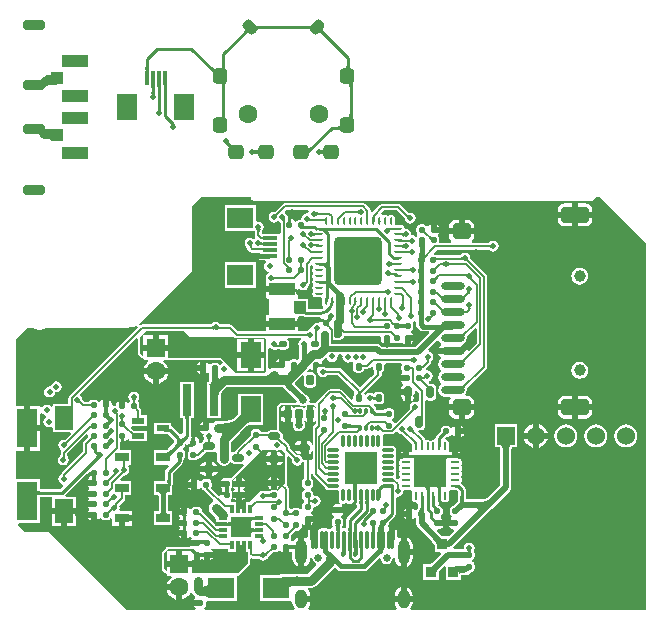
<source format=gtl>
G04*
G04 #@! TF.GenerationSoftware,Altium Limited,Altium Designer,20.2.6 (244)*
G04*
G04 Layer_Physical_Order=1*
G04 Layer_Color=255*
%FSLAX25Y25*%
%MOIN*%
G70*
G04*
G04 #@! TF.SameCoordinates,568CAEEB-50F0-44EC-8363-EC95FF72310B*
G04*
G04*
G04 #@! TF.FilePolarity,Positive*
G04*
G01*
G75*
%ADD10C,0.00500*%
%ADD12C,0.01000*%
%ADD14C,0.00600*%
%ADD18C,0.00700*%
%ADD20R,0.08661X0.04134*%
%ADD21R,0.04134X0.03937*%
%ADD22R,0.07087X0.08661*%
%ADD23R,0.01181X0.05118*%
G04:AMPARAMS|DCode=24|XSize=47.24mil|YSize=51.18mil|CornerRadius=11.81mil|HoleSize=0mil|Usage=FLASHONLY|Rotation=0.000|XOffset=0mil|YOffset=0mil|HoleType=Round|Shape=RoundedRectangle|*
%AMROUNDEDRECTD24*
21,1,0.04724,0.02756,0,0,0.0*
21,1,0.02362,0.05118,0,0,0.0*
1,1,0.02362,0.01181,-0.01378*
1,1,0.02362,-0.01181,-0.01378*
1,1,0.02362,-0.01181,0.01378*
1,1,0.02362,0.01181,0.01378*
%
%ADD24ROUNDEDRECTD24*%
G04:AMPARAMS|DCode=25|XSize=51.18mil|YSize=47.24mil|CornerRadius=11.81mil|HoleSize=0mil|Usage=FLASHONLY|Rotation=0.000|XOffset=0mil|YOffset=0mil|HoleType=Round|Shape=RoundedRectangle|*
%AMROUNDEDRECTD25*
21,1,0.05118,0.02362,0,0,0.0*
21,1,0.02756,0.04724,0,0,0.0*
1,1,0.02362,0.01378,-0.01181*
1,1,0.02362,-0.01378,-0.01181*
1,1,0.02362,-0.01378,0.01181*
1,1,0.02362,0.01378,0.01181*
%
%ADD25ROUNDEDRECTD25*%
G04:AMPARAMS|DCode=26|XSize=33.47mil|YSize=47.24mil|CornerRadius=8.37mil|HoleSize=0mil|Usage=FLASHONLY|Rotation=45.000|XOffset=0mil|YOffset=0mil|HoleType=Round|Shape=RoundedRectangle|*
%AMROUNDEDRECTD26*
21,1,0.03347,0.03051,0,0,45.0*
21,1,0.01673,0.04724,0,0,45.0*
1,1,0.01673,0.01670,-0.00487*
1,1,0.01673,0.00487,-0.01670*
1,1,0.01673,-0.01670,0.00487*
1,1,0.01673,-0.00487,0.01670*
%
%ADD26ROUNDEDRECTD26*%
G04:AMPARAMS|DCode=27|XSize=33.47mil|YSize=47.24mil|CornerRadius=8.37mil|HoleSize=0mil|Usage=FLASHONLY|Rotation=135.000|XOffset=0mil|YOffset=0mil|HoleType=Round|Shape=RoundedRectangle|*
%AMROUNDEDRECTD27*
21,1,0.03347,0.03051,0,0,135.0*
21,1,0.01673,0.04724,0,0,135.0*
1,1,0.01673,0.00487,0.01670*
1,1,0.01673,0.01670,0.00487*
1,1,0.01673,-0.00487,-0.01670*
1,1,0.01673,-0.01670,-0.00487*
%
%ADD27ROUNDEDRECTD27*%
G04:AMPARAMS|DCode=28|XSize=31.5mil|YSize=70.87mil|CornerRadius=7.87mil|HoleSize=0mil|Usage=FLASHONLY|Rotation=90.000|XOffset=0mil|YOffset=0mil|HoleType=Round|Shape=RoundedRectangle|*
%AMROUNDEDRECTD28*
21,1,0.03150,0.05512,0,0,90.0*
21,1,0.01575,0.07087,0,0,90.0*
1,1,0.01575,0.02756,0.00787*
1,1,0.01575,0.02756,-0.00787*
1,1,0.01575,-0.02756,-0.00787*
1,1,0.01575,-0.02756,0.00787*
%
%ADD28ROUNDEDRECTD28*%
G04:AMPARAMS|DCode=29|XSize=12mil|YSize=38mil|CornerRadius=3mil|HoleSize=0mil|Usage=FLASHONLY|Rotation=0.000|XOffset=0mil|YOffset=0mil|HoleType=Round|Shape=RoundedRectangle|*
%AMROUNDEDRECTD29*
21,1,0.01200,0.03200,0,0,0.0*
21,1,0.00600,0.03800,0,0,0.0*
1,1,0.00600,0.00300,-0.01600*
1,1,0.00600,-0.00300,-0.01600*
1,1,0.00600,-0.00300,0.01600*
1,1,0.00600,0.00300,0.01600*
%
%ADD29ROUNDEDRECTD29*%
G04:AMPARAMS|DCode=30|XSize=12mil|YSize=38mil|CornerRadius=3mil|HoleSize=0mil|Usage=FLASHONLY|Rotation=270.000|XOffset=0mil|YOffset=0mil|HoleType=Round|Shape=RoundedRectangle|*
%AMROUNDEDRECTD30*
21,1,0.01200,0.03200,0,0,270.0*
21,1,0.00600,0.03800,0,0,270.0*
1,1,0.00600,-0.01600,-0.00300*
1,1,0.00600,-0.01600,0.00300*
1,1,0.00600,0.01600,0.00300*
1,1,0.00600,0.01600,-0.00300*
%
%ADD30ROUNDEDRECTD30*%
%ADD31R,0.11024X0.10630*%
%ADD32R,0.06890X0.08661*%
%ADD33R,0.08661X0.06890*%
G04:AMPARAMS|DCode=34|XSize=20mil|YSize=20mil|CornerRadius=5mil|HoleSize=0mil|Usage=FLASHONLY|Rotation=180.000|XOffset=0mil|YOffset=0mil|HoleType=Round|Shape=RoundedRectangle|*
%AMROUNDEDRECTD34*
21,1,0.02000,0.01000,0,0,180.0*
21,1,0.01000,0.02000,0,0,180.0*
1,1,0.01000,-0.00500,0.00500*
1,1,0.01000,0.00500,0.00500*
1,1,0.01000,0.00500,-0.00500*
1,1,0.01000,-0.00500,-0.00500*
%
%ADD34ROUNDEDRECTD34*%
%ADD35O,0.07874X0.02756*%
G04:AMPARAMS|DCode=36|XSize=55.12mil|YSize=62.99mil|CornerRadius=13.78mil|HoleSize=0mil|Usage=FLASHONLY|Rotation=90.000|XOffset=0mil|YOffset=0mil|HoleType=Round|Shape=RoundedRectangle|*
%AMROUNDEDRECTD36*
21,1,0.05512,0.03543,0,0,90.0*
21,1,0.02756,0.06299,0,0,90.0*
1,1,0.02756,0.01772,0.01378*
1,1,0.02756,0.01772,-0.01378*
1,1,0.02756,-0.01772,-0.01378*
1,1,0.02756,-0.01772,0.01378*
%
%ADD36ROUNDEDRECTD36*%
G04:AMPARAMS|DCode=37|XSize=55.12mil|YSize=94.49mil|CornerRadius=13.78mil|HoleSize=0mil|Usage=FLASHONLY|Rotation=90.000|XOffset=0mil|YOffset=0mil|HoleType=Round|Shape=RoundedRectangle|*
%AMROUNDEDRECTD37*
21,1,0.05512,0.06693,0,0,90.0*
21,1,0.02756,0.09449,0,0,90.0*
1,1,0.02756,0.03347,0.01378*
1,1,0.02756,0.03347,-0.01378*
1,1,0.02756,-0.03347,-0.01378*
1,1,0.02756,-0.03347,0.01378*
%
%ADD37ROUNDEDRECTD37*%
%ADD38R,0.03543X0.03740*%
%ADD39R,0.03543X0.03740*%
G04:AMPARAMS|DCode=40|XSize=20mil|YSize=20mil|CornerRadius=5mil|HoleSize=0mil|Usage=FLASHONLY|Rotation=270.000|XOffset=0mil|YOffset=0mil|HoleType=Round|Shape=RoundedRectangle|*
%AMROUNDEDRECTD40*
21,1,0.02000,0.01000,0,0,270.0*
21,1,0.01000,0.02000,0,0,270.0*
1,1,0.01000,-0.00500,-0.00500*
1,1,0.01000,-0.00500,0.00500*
1,1,0.01000,0.00500,0.00500*
1,1,0.01000,0.00500,-0.00500*
%
%ADD40ROUNDEDRECTD40*%
%ADD41R,0.01181X0.03150*%
%ADD42R,0.03150X0.01181*%
%ADD43R,0.06890X0.06890*%
%ADD44R,0.05118X0.01181*%
%ADD45R,0.08661X0.07087*%
%ADD46R,0.07000X0.13000*%
%ADD47R,0.03150X0.10630*%
%ADD48R,0.04134X0.01968*%
%ADD49R,0.04528X0.03150*%
G04:AMPARAMS|DCode=50|XSize=59.06mil|YSize=11.81mil|CornerRadius=2.95mil|HoleSize=0mil|Usage=FLASHONLY|Rotation=90.000|XOffset=0mil|YOffset=0mil|HoleType=Round|Shape=RoundedRectangle|*
%AMROUNDEDRECTD50*
21,1,0.05906,0.00591,0,0,90.0*
21,1,0.05315,0.01181,0,0,90.0*
1,1,0.00591,0.00295,0.02657*
1,1,0.00591,0.00295,-0.02657*
1,1,0.00591,-0.00295,-0.02657*
1,1,0.00591,-0.00295,0.02657*
%
%ADD50ROUNDEDRECTD50*%
G04:AMPARAMS|DCode=51|XSize=160mil|YSize=160mil|CornerRadius=16mil|HoleSize=0mil|Usage=FLASHONLY|Rotation=90.000|XOffset=0mil|YOffset=0mil|HoleType=Round|Shape=RoundedRectangle|*
%AMROUNDEDRECTD51*
21,1,0.16000,0.12800,0,0,90.0*
21,1,0.12800,0.16000,0,0,90.0*
1,1,0.03200,0.06400,0.06400*
1,1,0.03200,0.06400,-0.06400*
1,1,0.03200,-0.06400,-0.06400*
1,1,0.03200,-0.06400,0.06400*
%
%ADD51ROUNDEDRECTD51*%
G04:AMPARAMS|DCode=52|XSize=26.57mil|YSize=9.84mil|CornerRadius=2.46mil|HoleSize=0mil|Usage=FLASHONLY|Rotation=90.000|XOffset=0mil|YOffset=0mil|HoleType=Round|Shape=RoundedRectangle|*
%AMROUNDEDRECTD52*
21,1,0.02657,0.00492,0,0,90.0*
21,1,0.02165,0.00984,0,0,90.0*
1,1,0.00492,0.00246,0.01083*
1,1,0.00492,0.00246,-0.01083*
1,1,0.00492,-0.00246,-0.01083*
1,1,0.00492,-0.00246,0.01083*
%
%ADD52ROUNDEDRECTD52*%
G04:AMPARAMS|DCode=53|XSize=26.57mil|YSize=9.84mil|CornerRadius=2.46mil|HoleSize=0mil|Usage=FLASHONLY|Rotation=180.000|XOffset=0mil|YOffset=0mil|HoleType=Round|Shape=RoundedRectangle|*
%AMROUNDEDRECTD53*
21,1,0.02657,0.00492,0,0,180.0*
21,1,0.02165,0.00984,0,0,180.0*
1,1,0.00492,-0.01083,0.00246*
1,1,0.00492,0.01083,0.00246*
1,1,0.00492,0.01083,-0.00246*
1,1,0.00492,-0.01083,-0.00246*
%
%ADD53ROUNDEDRECTD53*%
G04:AMPARAMS|DCode=54|XSize=19.68mil|YSize=23.62mil|CornerRadius=4.92mil|HoleSize=0mil|Usage=FLASHONLY|Rotation=0.000|XOffset=0mil|YOffset=0mil|HoleType=Round|Shape=RoundedRectangle|*
%AMROUNDEDRECTD54*
21,1,0.01968,0.01378,0,0,0.0*
21,1,0.00984,0.02362,0,0,0.0*
1,1,0.00984,0.00492,-0.00689*
1,1,0.00984,-0.00492,-0.00689*
1,1,0.00984,-0.00492,0.00689*
1,1,0.00984,0.00492,0.00689*
%
%ADD54ROUNDEDRECTD54*%
G04:AMPARAMS|DCode=55|XSize=12mil|YSize=19.68mil|CornerRadius=3mil|HoleSize=0mil|Usage=FLASHONLY|Rotation=0.000|XOffset=0mil|YOffset=0mil|HoleType=Round|Shape=RoundedRectangle|*
%AMROUNDEDRECTD55*
21,1,0.01200,0.01369,0,0,0.0*
21,1,0.00600,0.01968,0,0,0.0*
1,1,0.00600,0.00300,-0.00684*
1,1,0.00600,-0.00300,-0.00684*
1,1,0.00600,-0.00300,0.00684*
1,1,0.00600,0.00300,0.00684*
%
%ADD55ROUNDEDRECTD55*%
%ADD56O,0.02756X0.00984*%
%ADD57O,0.00984X0.02756*%
G04:AMPARAMS|DCode=58|XSize=19.68mil|YSize=23.62mil|CornerRadius=4.92mil|HoleSize=0mil|Usage=FLASHONLY|Rotation=270.000|XOffset=0mil|YOffset=0mil|HoleType=Round|Shape=RoundedRectangle|*
%AMROUNDEDRECTD58*
21,1,0.01968,0.01378,0,0,270.0*
21,1,0.00984,0.02362,0,0,270.0*
1,1,0.00984,-0.00689,-0.00492*
1,1,0.00984,-0.00689,0.00492*
1,1,0.00984,0.00689,0.00492*
1,1,0.00984,0.00689,-0.00492*
%
%ADD58ROUNDEDRECTD58*%
G04:AMPARAMS|DCode=59|XSize=23.62mil|YSize=39.37mil|CornerRadius=5.91mil|HoleSize=0mil|Usage=FLASHONLY|Rotation=0.000|XOffset=0mil|YOffset=0mil|HoleType=Round|Shape=RoundedRectangle|*
%AMROUNDEDRECTD59*
21,1,0.02362,0.02756,0,0,0.0*
21,1,0.01181,0.03937,0,0,0.0*
1,1,0.01181,0.00591,-0.01378*
1,1,0.01181,-0.00591,-0.01378*
1,1,0.01181,-0.00591,0.01378*
1,1,0.01181,0.00591,0.01378*
%
%ADD59ROUNDEDRECTD59*%
G04:AMPARAMS|DCode=60|XSize=23.62mil|YSize=39.37mil|CornerRadius=5.91mil|HoleSize=0mil|Usage=FLASHONLY|Rotation=90.000|XOffset=0mil|YOffset=0mil|HoleType=Round|Shape=RoundedRectangle|*
%AMROUNDEDRECTD60*
21,1,0.02362,0.02756,0,0,90.0*
21,1,0.01181,0.03937,0,0,90.0*
1,1,0.01181,0.01378,0.00591*
1,1,0.01181,0.01378,-0.00591*
1,1,0.01181,-0.01378,-0.00591*
1,1,0.01181,-0.01378,0.00591*
%
%ADD60ROUNDEDRECTD60*%
G04:AMPARAMS|DCode=61|XSize=23.62mil|YSize=35mil|CornerRadius=5.91mil|HoleSize=0mil|Usage=FLASHONLY|Rotation=180.000|XOffset=0mil|YOffset=0mil|HoleType=Round|Shape=RoundedRectangle|*
%AMROUNDEDRECTD61*
21,1,0.02362,0.02319,0,0,180.0*
21,1,0.01181,0.03500,0,0,180.0*
1,1,0.01181,-0.00591,0.01159*
1,1,0.01181,0.00591,0.01159*
1,1,0.01181,0.00591,-0.01159*
1,1,0.01181,-0.00591,-0.01159*
%
%ADD61ROUNDEDRECTD61*%
%ADD62R,0.05906X0.07874*%
%ADD115C,0.02000*%
%ADD116C,0.01500*%
%ADD117C,0.03000*%
%ADD118C,0.02500*%
%ADD119C,0.00400*%
%ADD120C,0.06000*%
%ADD121R,0.06000X0.06000*%
%ADD122C,0.06299*%
%ADD123R,0.06299X0.06299*%
%ADD124C,0.02559*%
%ADD125O,0.03937X0.06299*%
%ADD126O,0.03937X0.08268*%
%ADD127C,0.02000*%
%ADD128C,0.02500*%
%ADD129C,0.03937*%
%ADD130C,0.01800*%
G36*
X78894Y193715D02*
X78820Y193775D01*
X78738Y193814D01*
X78650Y193831D01*
X78554Y193827D01*
X78450Y193801D01*
X78340Y193755D01*
X78222Y193686D01*
X78097Y193597D01*
X77965Y193486D01*
X77825Y193353D01*
X77118Y194060D01*
X77251Y194200D01*
X77362Y194332D01*
X77451Y194457D01*
X77520Y194575D01*
X77566Y194685D01*
X77592Y194789D01*
X77596Y194885D01*
X77579Y194974D01*
X77540Y195055D01*
X77480Y195130D01*
X78894Y193715D01*
D02*
G37*
G36*
X103540Y195205D02*
X103501Y195124D01*
X103484Y195035D01*
X103488Y194939D01*
X103513Y194835D01*
X103560Y194725D01*
X103629Y194607D01*
X103718Y194482D01*
X103829Y194350D01*
X103962Y194210D01*
X103255Y193503D01*
X103115Y193636D01*
X102983Y193747D01*
X102858Y193836D01*
X102740Y193905D01*
X102629Y193951D01*
X102526Y193977D01*
X102430Y193981D01*
X102341Y193964D01*
X102260Y193925D01*
X102185Y193865D01*
X103600Y195280D01*
X103540Y195205D01*
D02*
G37*
G36*
X112470Y182746D02*
X112485Y182573D01*
X112510Y182420D01*
X112545Y182287D01*
X112590Y182175D01*
X112644Y182083D01*
X112709Y182012D01*
X112784Y181961D01*
X112869Y181930D01*
X112963Y181919D01*
X110965Y181927D01*
X111060Y181937D01*
X111145Y181967D01*
X111220Y182017D01*
X111285Y182088D01*
X111340Y182179D01*
X111385Y182290D01*
X111420Y182422D01*
X111445Y182574D01*
X111460Y182746D01*
X111465Y182939D01*
X112465D01*
X112470Y182746D01*
D02*
G37*
G36*
X70955Y182790D02*
X70960Y182622D01*
X70973Y182460D01*
X70996Y182303D01*
X71027Y182151D01*
X71068Y182004D01*
X71118Y181863D01*
X71177Y181727D01*
X71245Y181596D01*
X71321Y181470D01*
X71407Y181349D01*
X69455Y181927D01*
X69550Y181911D01*
X69635Y181920D01*
X69710Y181956D01*
X69775Y182018D01*
X69830Y182106D01*
X69875Y182220D01*
X69910Y182361D01*
X69935Y182527D01*
X69950Y182720D01*
X69955Y182939D01*
X70955Y182790D01*
D02*
G37*
G36*
X45413Y182288D02*
X45463Y181518D01*
X45476Y181488D01*
X45491Y181478D01*
X44334D01*
X44349Y181488D01*
X44362Y181518D01*
X44374Y181568D01*
X44384Y181638D01*
X44400Y181838D01*
X44412Y182478D01*
X45412D01*
X45413Y182288D01*
D02*
G37*
G36*
X12806Y176743D02*
X11165Y176732D01*
Y179732D01*
X11479Y179733D01*
X12669Y179801D01*
X12752Y179822D01*
X12801Y179846D01*
X12818Y179873D01*
X12806Y176743D01*
D02*
G37*
G36*
X113782Y177329D02*
X113698Y177267D01*
X113625Y177183D01*
X113561Y177075D01*
X113507Y176944D01*
X113463Y176789D01*
X113429Y176611D01*
X113404Y176410D01*
X113390Y176185D01*
X113385Y175937D01*
X112385Y175825D01*
X112380Y176041D01*
X112365Y176232D01*
X112340Y176397D01*
X112305Y176536D01*
X112260Y176650D01*
X112205Y176739D01*
X112140Y176802D01*
X112065Y176839D01*
X111980Y176851D01*
X111885Y176837D01*
X113875Y177366D01*
X113782Y177329D01*
D02*
G37*
G36*
X71321Y177294D02*
X71245Y177168D01*
X71177Y177037D01*
X71118Y176901D01*
X71068Y176760D01*
X71027Y176613D01*
X70996Y176461D01*
X70973Y176304D01*
X70960Y176142D01*
X70955Y175974D01*
X69955Y175825D01*
X69950Y176044D01*
X69935Y176236D01*
X69910Y176403D01*
X69875Y176543D01*
X69830Y176658D01*
X69775Y176746D01*
X69710Y176808D01*
X69635Y176844D01*
X69550Y176853D01*
X69455Y176837D01*
X71407Y177414D01*
X71321Y177294D01*
D02*
G37*
G36*
X49465Y175384D02*
X48465D01*
X48463Y175574D01*
X48434Y176024D01*
X48416Y176134D01*
X48395Y176224D01*
X48370Y176294D01*
X48341Y176344D01*
X48308Y176374D01*
X48271Y176384D01*
X49428D01*
X49465Y175384D01*
D02*
G37*
G36*
X47441Y176374D02*
X47425Y176344D01*
X47411Y176294D01*
X47399Y176224D01*
X47388Y176134D01*
X47369Y175744D01*
X47365Y175384D01*
X46365D01*
X46364Y175574D01*
X46314Y176374D01*
X46302Y176384D01*
X47459D01*
X47441Y176374D01*
D02*
G37*
G36*
X47367Y173958D02*
X47383Y173765D01*
X47397Y173679D01*
X47415Y173600D01*
X47437Y173529D01*
X47463Y173464D01*
X47493Y173407D01*
X47527Y173357D01*
X47565Y173314D01*
X46165D01*
X46203Y173357D01*
X46237Y173407D01*
X46267Y173464D01*
X46293Y173529D01*
X46315Y173600D01*
X46333Y173679D01*
X46347Y173765D01*
X46357Y173858D01*
X46365Y174066D01*
X47365D01*
X47367Y173958D01*
D02*
G37*
G36*
X113385Y166685D02*
X113390Y166437D01*
X113429Y166011D01*
X113463Y165833D01*
X113507Y165678D01*
X113561Y165547D01*
X113625Y165439D01*
X113698Y165355D01*
X113782Y165294D01*
X113875Y165256D01*
X111885Y165785D01*
X111980Y165771D01*
X112065Y165783D01*
X112140Y165821D01*
X112205Y165883D01*
X112260Y165972D01*
X112305Y166086D01*
X112340Y166225D01*
X112365Y166390D01*
X112380Y166581D01*
X112385Y166797D01*
X113385Y166685D01*
D02*
G37*
G36*
X70955Y166648D02*
X70960Y166480D01*
X70973Y166318D01*
X70996Y166161D01*
X71027Y166009D01*
X71068Y165863D01*
X71118Y165721D01*
X71177Y165585D01*
X71245Y165454D01*
X71321Y165328D01*
X71407Y165208D01*
X69455Y165785D01*
X69550Y165769D01*
X69635Y165778D01*
X69710Y165814D01*
X69775Y165876D01*
X69830Y165964D01*
X69875Y166079D01*
X69910Y166219D01*
X69935Y166386D01*
X69950Y166578D01*
X69955Y166797D01*
X70955Y166648D01*
D02*
G37*
G36*
X109664Y161107D02*
X109639Y161201D01*
X109591Y161285D01*
X109521Y161359D01*
X109428Y161423D01*
X109312Y161477D01*
X109175Y161521D01*
X109014Y161556D01*
X108832Y161580D01*
X108627Y161595D01*
X108399Y161600D01*
X108364Y162600D01*
X108570Y162605D01*
X108752Y162620D01*
X108911Y162645D01*
X109047Y162680D01*
X109160Y162725D01*
X109249Y162780D01*
X109316Y162845D01*
X109359Y162920D01*
X109379Y163005D01*
X109377Y163100D01*
X109664Y161107D01*
D02*
G37*
G36*
X12806Y161656D02*
X12818Y158127D01*
X12797Y158230D01*
X12735Y158322D01*
X12632Y158403D01*
X12489Y158474D01*
X12304Y158533D01*
X12078Y158582D01*
X11811Y158620D01*
X11503Y158647D01*
X10765Y158668D01*
Y161669D01*
X12806Y161656D01*
D02*
G37*
G36*
X99890Y154796D02*
X99682Y154581D01*
X99334Y154178D01*
X99194Y153988D01*
X99075Y153807D01*
X98979Y153635D01*
X98905Y153471D01*
X98854Y153315D01*
X98824Y153167D01*
X98817Y153028D01*
X98735Y155769D01*
X98747Y155645D01*
X98774Y155551D01*
X98816Y155486D01*
X98874Y155450D01*
X98946Y155445D01*
X99034Y155468D01*
X99137Y155521D01*
X99255Y155603D01*
X99388Y155715D01*
X99536Y155856D01*
X99890Y154796D01*
D02*
G37*
G36*
X72277Y157552D02*
X72283Y157492D01*
X72297Y157429D01*
X72320Y157364D01*
X72352Y157298D01*
X72392Y157229D01*
X72441Y157157D01*
X72498Y157084D01*
X72540Y157036D01*
X72545Y157030D01*
X72893Y156738D01*
X73049Y156631D01*
X73193Y156550D01*
X73325Y156494D01*
X73444Y156465D01*
X73552Y156462D01*
X73647Y156485D01*
X73731Y156533D01*
X72172Y155288D01*
X72235Y155356D01*
X72272Y155438D01*
X72280Y155534D01*
X72262Y155643D01*
X72216Y155765D01*
X72143Y155901D01*
X72042Y156050D01*
X71914Y156213D01*
X71759Y156389D01*
X71738Y156411D01*
X71545Y156572D01*
X71478Y156618D01*
X71415Y156657D01*
X71353Y156688D01*
X71295Y156711D01*
X71239Y156728D01*
X71186Y156737D01*
X72280Y157611D01*
X72277Y157552D01*
D02*
G37*
G36*
X103668Y154603D02*
X103742Y154600D01*
Y153600D01*
X103668Y153599D01*
Y153100D01*
X103658Y153195D01*
X103627Y153280D01*
X103577Y153355D01*
X103506Y153420D01*
X103415Y153475D01*
X103304Y153520D01*
X103236Y153538D01*
X103205Y153528D01*
X103140Y153502D01*
X103083Y153472D01*
X103033Y153438D01*
X102990Y153400D01*
Y153583D01*
X102848Y153595D01*
X102656Y153600D01*
Y154600D01*
X102848Y154605D01*
X102990Y154617D01*
Y154800D01*
X103033Y154762D01*
X103083Y154728D01*
X103140Y154698D01*
X103205Y154672D01*
X103236Y154662D01*
X103304Y154680D01*
X103415Y154725D01*
X103506Y154780D01*
X103577Y154845D01*
X103627Y154920D01*
X103658Y155005D01*
X103668Y155100D01*
Y154603D01*
D02*
G37*
G36*
X82113Y153100D02*
X82103Y153195D01*
X82072Y153280D01*
X82022Y153355D01*
X81951Y153420D01*
X81860Y153475D01*
X81748Y153520D01*
X81617Y153555D01*
X81465Y153580D01*
X81339Y153591D01*
X81230Y153582D01*
X81144Y153568D01*
X81065Y153550D01*
X80993Y153528D01*
X80929Y153502D01*
X80872Y153472D01*
X80822Y153438D01*
X80779Y153400D01*
Y154800D01*
X80822Y154762D01*
X80872Y154728D01*
X80929Y154698D01*
X80993Y154672D01*
X81065Y154650D01*
X81144Y154632D01*
X81230Y154618D01*
X81323Y154608D01*
X81326Y154608D01*
X81465Y154620D01*
X81617Y154645D01*
X81748Y154680D01*
X81860Y154725D01*
X81951Y154780D01*
X82022Y154845D01*
X82072Y154920D01*
X82103Y155005D01*
X82113Y155100D01*
Y153100D01*
D02*
G37*
G36*
X211187Y123771D02*
Y1744D01*
X210856Y1413D01*
X133074D01*
X132781Y2013D01*
X133079Y2401D01*
X133378Y3123D01*
X133480Y3898D01*
Y4079D01*
X130486D01*
X127492D01*
Y3898D01*
X127594Y3123D01*
X127893Y2401D01*
X128191Y2013D01*
X127897Y1413D01*
X99019D01*
X98726Y2013D01*
X99024Y2401D01*
X99323Y3123D01*
X99425Y3898D01*
Y4079D01*
X96431D01*
Y6079D01*
X99425D01*
Y6260D01*
X99323Y7035D01*
X99024Y7757D01*
X98623Y8279D01*
X98722Y8641D01*
X98879Y8879D01*
X99593D01*
X100486Y9056D01*
X101242Y9562D01*
X107136Y15455D01*
X107945Y15494D01*
X108548Y14892D01*
X109056Y14552D01*
X109656Y14433D01*
X117316D01*
X117916Y14552D01*
X118425Y14892D01*
X122163Y18629D01*
X122814Y18432D01*
X122889Y18052D01*
X123346Y17368D01*
X124030Y16911D01*
X124836Y16751D01*
X125643Y16911D01*
X126326Y17368D01*
X126783Y18052D01*
X126900Y18641D01*
X127492Y18661D01*
X127594Y17887D01*
X127893Y17164D01*
X128369Y16544D01*
X128989Y16068D01*
X129486Y15863D01*
Y20827D01*
Y25791D01*
X128989Y25585D01*
X128863Y25489D01*
X128263Y25785D01*
Y27579D01*
X128163Y28084D01*
X127876Y28513D01*
X127647Y28666D01*
Y24921D01*
X125647D01*
Y29037D01*
X125398Y29428D01*
X125392Y29499D01*
X125483Y29955D01*
Y30364D01*
X125498Y30386D01*
X125727Y30656D01*
X127478Y32407D01*
X127763Y32833D01*
X127863Y33335D01*
Y38737D01*
X128463Y39230D01*
X128600Y39202D01*
X129297Y39341D01*
X129889Y39736D01*
X130284Y40328D01*
X130422Y41025D01*
X130409Y41091D01*
X130790Y41555D01*
X132068D01*
X132338Y41608D01*
X132938Y41466D01*
X133262Y41000D01*
X133318Y40906D01*
X133317Y40866D01*
X133224Y40399D01*
Y38627D01*
X133324Y38128D01*
X133606Y37705D01*
X134029Y37422D01*
X134529Y37322D01*
X134577Y37332D01*
X135177Y36854D01*
Y35405D01*
X135174Y35375D01*
X135161Y35291D01*
X135145Y35224D01*
X135129Y35176D01*
X135115Y35144D01*
X135105Y35127D01*
X135100Y35120D01*
X135100Y35120D01*
X135058Y35088D01*
X135054Y35083D01*
X134972Y35028D01*
X134861Y34863D01*
X134805Y34844D01*
X134179Y34886D01*
X133981Y35181D01*
X133485Y35513D01*
X133400Y35530D01*
Y33600D01*
Y31670D01*
X133485Y31687D01*
X133981Y32019D01*
X134067Y32146D01*
X134667Y31964D01*
Y30304D01*
X134667Y30303D01*
X134806Y29606D01*
X135201Y29015D01*
X139974Y24241D01*
X140317Y23872D01*
X140567Y23562D01*
X140759Y23287D01*
X140803Y23210D01*
Y20675D01*
X142756D01*
X142986Y20121D01*
X140432Y17567D01*
X140062Y17223D01*
X139752Y16974D01*
X139477Y16782D01*
X139400Y16738D01*
X137062D01*
Y11423D01*
X142181D01*
Y13958D01*
X142224Y14035D01*
X142410Y14300D01*
X142913Y14894D01*
X143988Y15969D01*
X144543Y15739D01*
Y11423D01*
X149661D01*
Y12948D01*
X149716Y12981D01*
X149832Y13028D01*
X150007Y13075D01*
X150239Y13114D01*
X150406Y13129D01*
X151454D01*
X151454Y13129D01*
X152152Y13267D01*
X152743Y13662D01*
X153208Y14127D01*
X153380Y14161D01*
X153806Y14446D01*
X154090Y14872D01*
X154190Y15374D01*
Y15825D01*
X154200Y15874D01*
X154190Y15923D01*
Y16374D01*
X154090Y16876D01*
X153806Y17302D01*
X153423Y17558D01*
X153388Y17874D01*
X153423Y18190D01*
X153806Y18446D01*
X154090Y18872D01*
X154190Y19374D01*
Y19825D01*
X154200Y19874D01*
X154190Y19923D01*
Y20374D01*
X154090Y20876D01*
X153923Y21127D01*
X154061Y21334D01*
X154200Y22031D01*
X154061Y22728D01*
X153666Y23320D01*
X153075Y23715D01*
X152377Y23853D01*
X151680Y23715D01*
X151089Y23320D01*
X150694Y22728D01*
X150555Y22031D01*
X150281Y21696D01*
X147271D01*
X147022Y22296D01*
X159937Y35211D01*
X159937Y35211D01*
X165889Y41163D01*
X165889Y41163D01*
X166284Y41754D01*
X166422Y42452D01*
Y54965D01*
X166437Y55130D01*
X166475Y55361D01*
X166522Y55535D01*
X166569Y55648D01*
X166603Y55705D01*
X166604Y55705D01*
X166675Y55713D01*
X168387D01*
Y63287D01*
X160813D01*
Y55713D01*
X162525D01*
X162596Y55705D01*
X162597Y55705D01*
X162631Y55648D01*
X162678Y55535D01*
X162724Y55361D01*
X162763Y55130D01*
X162778Y54965D01*
Y43206D01*
X158785Y39214D01*
X158582Y39051D01*
X158323Y38875D01*
X158056Y38724D01*
X157780Y38596D01*
X157495Y38491D01*
X157199Y38410D01*
X156891Y38351D01*
X156633Y38322D01*
X151218D01*
X151180Y38903D01*
Y41580D01*
X151080Y42082D01*
X150795Y42508D01*
X149874Y43429D01*
X149526Y43905D01*
X149809Y44329D01*
X149908Y44828D01*
X149809Y45327D01*
X149802Y45337D01*
X149558Y45812D01*
X149802Y46287D01*
X149809Y46297D01*
X149908Y46796D01*
X149809Y47295D01*
X149526Y47719D01*
Y47842D01*
X149809Y48266D01*
X149908Y48765D01*
X149809Y49264D01*
X149526Y49687D01*
Y49811D01*
X149809Y50234D01*
X149908Y50733D01*
X149809Y51233D01*
X149649Y51472D01*
X149679Y51626D01*
X149730Y51702D01*
X149458D01*
X149103Y51939D01*
X148603Y52038D01*
X147718D01*
Y52702D01*
X146718D01*
Y54201D01*
X146534Y54164D01*
X145962Y54096D01*
X145638Y54561D01*
X145582Y54655D01*
X145583Y54695D01*
X145676Y55162D01*
Y56934D01*
X145577Y57433D01*
X145294Y57857D01*
X144870Y58139D01*
X144557Y58202D01*
X144329Y58712D01*
X144325Y58760D01*
X144751Y59187D01*
X145150D01*
X145652Y59287D01*
X146078Y59572D01*
X146189Y59737D01*
X146245Y59756D01*
X146871Y59714D01*
X147069Y59419D01*
X147565Y59087D01*
X147650Y59070D01*
Y61000D01*
Y62930D01*
X147565Y62913D01*
X147069Y62581D01*
X146871Y62286D01*
X146245Y62244D01*
X146189Y62263D01*
X146078Y62428D01*
X145652Y62713D01*
X145150Y62813D01*
X144150D01*
X143648Y62713D01*
X143222Y62428D01*
X142937Y62002D01*
X142837Y61500D01*
Y61091D01*
X142822Y61069D01*
X142593Y60799D01*
X141475Y59681D01*
X141190Y59255D01*
X141090Y58753D01*
Y58701D01*
X140490Y58228D01*
X140434Y58239D01*
X139935Y58139D01*
X139512Y57857D01*
X139388D01*
X138965Y58139D01*
X138466Y58239D01*
X138155Y58177D01*
X138089Y58180D01*
X137628Y58425D01*
X137489Y58542D01*
X137475Y58615D01*
X137245Y58958D01*
X135391Y60812D01*
X135640Y61412D01*
X136291D01*
X136828Y61519D01*
X137284Y61823D01*
X137589Y62279D01*
X137696Y62817D01*
Y65163D01*
X137697Y65172D01*
Y71019D01*
X138297Y71339D01*
X138312Y71330D01*
X138850Y71223D01*
X140031D01*
X140568Y71330D01*
X141024Y71634D01*
X141329Y72090D01*
X141436Y72628D01*
Y75384D01*
X141329Y75921D01*
X141024Y76377D01*
X140568Y76682D01*
X140031Y76788D01*
X139291D01*
X138925Y77224D01*
X139105Y77779D01*
X139140Y77786D01*
X139731Y78181D01*
X140126Y78773D01*
X140265Y79470D01*
X140126Y80168D01*
X139731Y80759D01*
X139140Y81154D01*
X138443Y81292D01*
X137769Y81753D01*
X137756Y81824D01*
X139351Y83420D01*
X139592Y83780D01*
X139676Y84204D01*
Y84413D01*
X139677Y84420D01*
X139683Y84439D01*
X139693Y84460D01*
X139707Y84487D01*
X139726Y84518D01*
X139753Y84553D01*
X139781Y84587D01*
X139856Y84637D01*
X140251Y85228D01*
X140390Y85926D01*
X140251Y86623D01*
X139856Y87214D01*
X139265Y87609D01*
X138989Y87664D01*
X138792Y88315D01*
X141673Y91197D01*
X142354Y91029D01*
X142716Y90486D01*
X142889Y90371D01*
Y89649D01*
X142563Y89431D01*
X142085Y88717D01*
X146836D01*
Y86717D01*
X142085D01*
X142563Y86002D01*
X142889Y85784D01*
Y85062D01*
X142716Y84947D01*
X142237Y84231D01*
X142069Y83386D01*
X142237Y82541D01*
X142716Y81825D01*
X143080Y81581D01*
Y80860D01*
X142716Y80616D01*
X142237Y79900D01*
X142069Y79055D01*
X142237Y78210D01*
X142716Y77494D01*
X143080Y77251D01*
Y76529D01*
X142716Y76286D01*
X142237Y75569D01*
X142069Y74725D01*
X142237Y73880D01*
X142716Y73163D01*
X143432Y72685D01*
X144277Y72517D01*
X145956D01*
X146201Y71917D01*
X145793Y71306D01*
X145608Y70378D01*
Y70000D01*
X149805D01*
X154001D01*
Y70378D01*
X153816Y71306D01*
X153291Y72092D01*
X152504Y72618D01*
X151576Y72803D01*
X151414D01*
X151116Y73403D01*
X151435Y73880D01*
X151603Y74725D01*
X151497Y75258D01*
X157984Y81745D01*
X158224Y82105D01*
X158309Y82529D01*
Y112500D01*
X158224Y112924D01*
X157984Y113284D01*
X152733Y118535D01*
X152767Y118710D01*
X152629Y119407D01*
X152234Y119998D01*
X151642Y120393D01*
X150945Y120532D01*
X150248Y120393D01*
X149656Y119998D01*
X149564Y119860D01*
X149544Y119844D01*
X149495Y119785D01*
X149467Y119757D01*
X149444Y119737D01*
X149425Y119723D01*
X149412Y119715D01*
X149402Y119710D01*
X149398Y119709D01*
X141686D01*
X141649Y119711D01*
X141526Y119725D01*
X141503Y119730D01*
X141503Y119730D01*
X141431Y119778D01*
X141233Y119817D01*
X141221Y119821D01*
X141215Y119821D01*
X141214Y119821D01*
X141209Y119823D01*
X141207Y119823D01*
X140928Y119878D01*
X140730D01*
X140481Y120478D01*
X141593Y121590D01*
X158935D01*
X158951Y121587D01*
X158974Y121581D01*
X158994Y121573D01*
X159014Y121563D01*
X159036Y121551D01*
X159059Y121535D01*
X159066Y121529D01*
X159111Y121461D01*
X159703Y121066D01*
X160400Y120928D01*
X161097Y121066D01*
X161689Y121461D01*
X162084Y122053D01*
X162222Y122750D01*
X162084Y123447D01*
X161689Y124039D01*
X161097Y124434D01*
X160400Y124572D01*
X159703Y124434D01*
X159111Y124039D01*
X159066Y123971D01*
X159059Y123965D01*
X159036Y123949D01*
X159014Y123937D01*
X158994Y123927D01*
X158974Y123919D01*
X158951Y123913D01*
X158935Y123910D01*
X153360D01*
X153178Y124510D01*
X153291Y124585D01*
X153816Y125371D01*
X154001Y126299D01*
Y126677D01*
X149805D01*
X145608D01*
Y126299D01*
X145793Y125371D01*
X146319Y124585D01*
X146431Y124510D01*
X146249Y123910D01*
X142577D01*
X142357Y124177D01*
Y125177D01*
X142257Y125680D01*
X142126Y125876D01*
X142126Y126598D01*
X142457Y127094D01*
X142474Y127179D01*
X140544D01*
Y128179D01*
X139544D01*
Y130109D01*
X139459Y130092D01*
X138963Y129761D01*
X138766Y129466D01*
X138140Y129424D01*
X138083Y129442D01*
X137972Y129607D01*
X137547Y129892D01*
X137044Y129992D01*
X136044D01*
X135542Y129892D01*
X135116Y129607D01*
X134832Y129182D01*
X134732Y128679D01*
Y127679D01*
X134832Y127177D01*
X135116Y126751D01*
Y126113D01*
X134944Y126035D01*
X134589Y125889D01*
X133997Y126284D01*
X133300Y126422D01*
X133228Y126408D01*
X133022Y126614D01*
X132884Y127312D01*
X132489Y127903D01*
X131897Y128298D01*
X131200Y128437D01*
X130801Y128764D01*
Y128829D01*
X130721Y129232D01*
X130493Y129574D01*
X130151Y129802D01*
X129748Y129882D01*
X128124D01*
X127581Y129910D01*
X127553Y130453D01*
Y132077D01*
X127473Y132480D01*
X127245Y132822D01*
X126903Y133050D01*
X126499Y133131D01*
X126007D01*
X125604Y133050D01*
X125269Y132826D01*
X124934Y133050D01*
X124531Y133131D01*
X124039D01*
X123636Y133050D01*
X123621Y133040D01*
X123215Y133207D01*
X123090Y133867D01*
X123914Y134691D01*
X128286D01*
X130807Y132170D01*
X130819Y132153D01*
X130836Y132123D01*
X130853Y132087D01*
X130870Y132044D01*
X130883Y132003D01*
X130918Y131856D01*
X130932Y131773D01*
X130961Y131696D01*
X131031Y131341D01*
X131426Y130750D01*
X132018Y130355D01*
X132715Y130216D01*
X133412Y130355D01*
X134003Y130750D01*
X134399Y131341D01*
X134537Y132039D01*
X134399Y132736D01*
X134003Y133327D01*
X133412Y133722D01*
X132715Y133861D01*
X132507Y133820D01*
X132460Y133823D01*
X132387Y133814D01*
X132352Y133813D01*
X132326Y133814D01*
X132309Y133816D01*
X132298Y133818D01*
X132294Y133820D01*
X129530Y136584D01*
X129170Y136824D01*
X128746Y136909D01*
X123454D01*
X123030Y136824D01*
X122670Y136584D01*
X120088Y134002D01*
X119488Y134250D01*
Y134555D01*
X119404Y134979D01*
X119163Y135339D01*
X117719Y136784D01*
X117359Y137024D01*
X116935Y137109D01*
X91000D01*
X90576Y137024D01*
X90216Y136784D01*
X87538Y134106D01*
X87326Y134149D01*
X86629Y134010D01*
X86037Y133615D01*
X85642Y133024D01*
X85504Y132326D01*
X85642Y131629D01*
X86037Y131037D01*
X86629Y130642D01*
X87326Y130504D01*
X88024Y130642D01*
X88615Y131037D01*
X89131Y130731D01*
X89303Y130616D01*
X89492Y130579D01*
Y127342D01*
X89277Y126831D01*
X88892Y126831D01*
X83373D01*
X83260Y126944D01*
Y127544D01*
X83263Y127560D01*
X83269Y127582D01*
X83277Y127603D01*
X83287Y127623D01*
X83299Y127644D01*
X83315Y127667D01*
X83321Y127675D01*
X83389Y127720D01*
X83784Y128311D01*
X83922Y129008D01*
X83784Y129706D01*
X83389Y130297D01*
X82797Y130692D01*
X82100Y130831D01*
X81818Y130775D01*
X81218Y131236D01*
Y136279D01*
X70982D01*
Y127618D01*
X80916D01*
X80923Y127603D01*
X80931Y127582D01*
X80937Y127560D01*
X80940Y127544D01*
Y126464D01*
X81029Y126020D01*
X81113Y125894D01*
X81087Y125784D01*
X80853Y125274D01*
X80443Y125153D01*
X80097Y125384D01*
X79400Y125522D01*
X78703Y125384D01*
X78111Y124989D01*
X77716Y124397D01*
X77578Y123700D01*
X77716Y123003D01*
X78111Y122411D01*
X78377Y122234D01*
X78448Y121877D01*
X78699Y121500D01*
X79264Y120936D01*
X79640Y120685D01*
X80084Y120597D01*
X82372D01*
Y120547D01*
X82584D01*
Y120138D01*
X85931D01*
Y118547D01*
X82372D01*
Y117957D01*
X84431D01*
X84613Y117357D01*
X84511Y117289D01*
X84116Y116697D01*
X83978Y116000D01*
X84116Y115303D01*
X84511Y114711D01*
X85103Y114316D01*
X85443Y114249D01*
X85514Y113987D01*
X85507Y113624D01*
X85004Y113289D01*
X84609Y112697D01*
X84471Y112000D01*
X84582Y111439D01*
X84529Y111374D01*
X84529D01*
Y109307D01*
X89860D01*
Y107307D01*
X84529D01*
Y105240D01*
X85529D01*
Y99760D01*
X84529D01*
Y97693D01*
X89860D01*
X95191D01*
Y99002D01*
X95458Y99237D01*
X95663Y99354D01*
X95791Y99386D01*
X97114Y99310D01*
X97832Y99216D01*
Y99219D01*
X102582D01*
Y99199D01*
X102736Y99219D01*
X102953Y98642D01*
X102894Y98602D01*
X102866Y98561D01*
Y97700D01*
X102758Y97698D01*
X102565Y97682D01*
X102479Y97668D01*
X102475Y97667D01*
X102446Y97521D01*
Y97484D01*
X101846Y97054D01*
X101500Y97122D01*
X100803Y96984D01*
X100211Y96589D01*
X99816Y95997D01*
X99740Y95612D01*
X99452Y95058D01*
X98754Y94919D01*
X98163Y94524D01*
X98111Y94446D01*
X98105Y94440D01*
X98051Y94393D01*
X98003Y94356D01*
X97963Y94328D01*
X97930Y94309D01*
X97905Y94298D01*
X97894Y94293D01*
X95191D01*
Y95693D01*
X89860D01*
X84529D01*
Y94293D01*
X75275D01*
X73239Y96329D01*
X72896Y96558D01*
X72491Y96639D01*
X69387D01*
X69378Y96644D01*
X69357Y96657D01*
X69328Y96680D01*
X69292Y96712D01*
X69251Y96755D01*
X69190Y96826D01*
X69174Y96838D01*
X69089Y96967D01*
X68497Y97362D01*
X67800Y97501D01*
X67103Y97362D01*
X66511Y96967D01*
X66426Y96838D01*
X66410Y96826D01*
X66349Y96755D01*
X66308Y96712D01*
X66272Y96680D01*
X66243Y96657D01*
X66222Y96644D01*
X66213Y96639D01*
X57871D01*
X57871Y96639D01*
X43229D01*
X42824Y96558D01*
X42640Y96435D01*
X42257Y96901D01*
X59528Y114172D01*
X59813Y114598D01*
X59913Y115100D01*
Y136271D01*
X62800Y139159D01*
X79687D01*
Y139100D01*
X79787Y138598D01*
X80072Y138172D01*
X80498Y137887D01*
X81000Y137787D01*
X192713D01*
X193215Y137887D01*
X193641Y138172D01*
X194628Y139159D01*
X195800D01*
X211187Y123771D01*
D02*
G37*
G36*
X99016Y134297D02*
X98983Y134130D01*
X98302Y133654D01*
X98209Y133672D01*
X97512Y133534D01*
X96921Y133139D01*
X96526Y132547D01*
X96387Y131850D01*
X96110Y131513D01*
X95800D01*
X95298Y131413D01*
X94872Y131128D01*
X94761Y130963D01*
X94705Y130944D01*
X94079Y130986D01*
X93881Y131281D01*
X93385Y131613D01*
X92800Y131729D01*
X92316D01*
X92291Y131733D01*
X92288Y131734D01*
X91822Y132300D01*
X91684Y132997D01*
X91289Y133589D01*
X91119Y133702D01*
X91043Y134475D01*
X91459Y134891D01*
X98691D01*
X99016Y134297D01*
D02*
G37*
G36*
X115475Y133500D02*
X115396Y133576D01*
X115316Y133644D01*
X115235Y133704D01*
X115152Y133756D01*
X115069Y133800D01*
X114984Y133836D01*
X114899Y133864D01*
X114812Y133884D01*
X114724Y133896D01*
X114635Y133900D01*
Y134500D01*
X114724Y134504D01*
X114812Y134516D01*
X114899Y134536D01*
X114984Y134564D01*
X115069Y134600D01*
X115152Y134644D01*
X115235Y134696D01*
X115316Y134756D01*
X115396Y134824D01*
X115475Y134900D01*
Y133500D01*
D02*
G37*
G36*
X101502Y134214D02*
X101676Y134071D01*
X101762Y134012D01*
X101848Y133963D01*
X101933Y133922D01*
X102018Y133890D01*
X102102Y133868D01*
X102185Y133854D01*
X102268Y133850D01*
Y133350D01*
X102185Y133345D01*
X102102Y133332D01*
X102018Y133309D01*
X101933Y133278D01*
X101848Y133238D01*
X101762Y133188D01*
X101676Y133130D01*
X101590Y133062D01*
X101502Y132985D01*
X101414Y132900D01*
Y134300D01*
X101502Y134214D01*
D02*
G37*
G36*
X106819Y132605D02*
X106834Y132422D01*
X106843Y132377D01*
X106853Y132340D01*
X106866Y132312D01*
X106881Y132291D01*
X106897Y132279D01*
X106916Y132275D01*
X106221D01*
X106240Y132279D01*
X106256Y132291D01*
X106271Y132312D01*
X106283Y132340D01*
X106294Y132377D01*
X106303Y132422D01*
X106310Y132475D01*
X106317Y132605D01*
X106318Y132682D01*
X106818D01*
X106819Y132605D01*
D02*
G37*
G36*
X120840Y132694D02*
X120847Y132077D01*
X119989Y132270D01*
X120037Y132266D01*
X120080Y132277D01*
X120117Y132302D01*
X120150Y132342D01*
X120177Y132396D01*
X120200Y132465D01*
X120218Y132548D01*
X120230Y132646D01*
X120238Y132759D01*
X120240Y132886D01*
X120840Y132694D01*
D02*
G37*
G36*
X118681Y132793D02*
X118700Y132516D01*
X118711Y132445D01*
X118725Y132385D01*
X118741Y132336D01*
X118760Y132299D01*
X118781Y132272D01*
X118805Y132256D01*
X117954D01*
X117978Y132272D01*
X117999Y132299D01*
X118018Y132336D01*
X118034Y132385D01*
X118048Y132445D01*
X118059Y132516D01*
X118075Y132690D01*
X118079Y132908D01*
X118679D01*
X118681Y132793D01*
D02*
G37*
G36*
X131767Y133208D02*
X131839Y133155D01*
X131915Y133110D01*
X131995Y133074D01*
X132078Y133045D01*
X132166Y133025D01*
X132258Y133013D01*
X132354Y133009D01*
X132454Y133014D01*
X132558Y133026D01*
X131724Y131902D01*
X131706Y132014D01*
X131657Y132222D01*
X131625Y132318D01*
X131589Y132408D01*
X131549Y132494D01*
X131503Y132573D01*
X131454Y132647D01*
X131400Y132716D01*
X131342Y132779D01*
X131700Y133270D01*
X131767Y133208D01*
D02*
G37*
G36*
X104113Y131100D02*
X104108Y131148D01*
X104093Y131190D01*
X104067Y131228D01*
X104032Y131260D01*
X103986Y131288D01*
X103929Y131310D01*
X103863Y131327D01*
X103786Y131340D01*
X103698Y131348D01*
X103601Y131350D01*
Y131850D01*
X103699Y131852D01*
X103787Y131860D01*
X103865Y131872D01*
X103933Y131889D01*
X103990Y131911D01*
X104037Y131938D01*
X104074Y131970D01*
X104100Y132007D01*
X104116Y132049D01*
X104121Y132095D01*
X104113Y131100D01*
D02*
G37*
G36*
X99135Y132254D02*
X99197Y132169D01*
X99263Y132095D01*
X99331Y132030D01*
X99403Y131975D01*
X99478Y131930D01*
X99556Y131895D01*
X99637Y131870D01*
X99722Y131855D01*
X99809Y131850D01*
X99675Y131350D01*
X99601Y131346D01*
X99523Y131336D01*
X99439Y131318D01*
X99351Y131293D01*
X99259Y131261D01*
X99059Y131175D01*
X98953Y131122D01*
X98726Y130994D01*
X99076Y132349D01*
X99135Y132254D01*
D02*
G37*
G36*
X90930Y131914D02*
X90826Y131422D01*
X90815Y131336D01*
X90800Y131100D01*
X90300Y130746D01*
X90295Y130838D01*
X90280Y130921D01*
X90256Y130998D01*
X90221Y131066D01*
X90177Y131127D01*
X90123Y131181D01*
X90059Y131227D01*
X89985Y131265D01*
X89902Y131296D01*
X89808Y131319D01*
X90961Y132024D01*
X90930Y131914D01*
D02*
G37*
G36*
X127403Y128157D02*
X127384Y128191D01*
X127357Y128220D01*
X127321Y128247D01*
X127277Y128270D01*
X127224Y128289D01*
X127162Y128305D01*
X127092Y128317D01*
X127013Y128326D01*
X126830Y128333D01*
Y128833D01*
X126926Y128834D01*
X127092Y128848D01*
X127162Y128861D01*
X127224Y128876D01*
X127277Y128896D01*
X127321Y128919D01*
X127357Y128945D01*
X127384Y128975D01*
X127403Y129008D01*
Y128157D01*
D02*
G37*
G36*
X126408Y128333D02*
X126313Y128328D01*
X126229Y128316D01*
X126155Y128295D01*
X126093Y128265D01*
X126041Y128227D01*
X126000Y128180D01*
X125970Y128125D01*
X125950Y128062D01*
X125941Y127990D01*
X125943Y127910D01*
X125051Y128819D01*
X126198Y128833D01*
X126408Y128333D01*
D02*
G37*
G36*
X82734Y128224D02*
X82674Y128152D01*
X82622Y128076D01*
X82576Y127998D01*
X82538Y127917D01*
X82506Y127834D01*
X82481Y127747D01*
X82464Y127658D01*
X82454Y127566D01*
X82450Y127472D01*
X81750D01*
X81747Y127566D01*
X81736Y127658D01*
X81718Y127747D01*
X81694Y127834D01*
X81662Y127917D01*
X81624Y127998D01*
X81578Y128076D01*
X81526Y128152D01*
X81467Y128224D01*
X81400Y128294D01*
X82800D01*
X82734Y128224D01*
D02*
G37*
G36*
X130486Y126865D02*
X130499Y126864D01*
Y126364D01*
X130486Y126364D01*
Y125914D01*
X130398Y126000D01*
X130224Y126144D01*
X130138Y126202D01*
X130052Y126252D01*
X130004Y126275D01*
X129973Y126252D01*
X129946Y126222D01*
X129927Y126189D01*
Y126307D01*
X129882Y126324D01*
X129798Y126346D01*
X129715Y126360D01*
X129632Y126364D01*
Y126864D01*
X129715Y126869D01*
X129798Y126882D01*
X129882Y126905D01*
X129927Y126921D01*
Y127039D01*
X129946Y127006D01*
X129973Y126976D01*
X130004Y126954D01*
X130052Y126977D01*
X130138Y127026D01*
X130224Y127085D01*
X130310Y127152D01*
X130398Y127229D01*
X130486Y127314D01*
Y126865D01*
D02*
G37*
G36*
X137502Y128093D02*
X137490Y128034D01*
X137494Y127969D01*
X137514Y127895D01*
X137550Y127814D01*
X137601Y127726D01*
X137669Y127629D01*
X137752Y127525D01*
X137966Y127295D01*
X137624Y126788D01*
X137501Y126908D01*
X137282Y127093D01*
X137186Y127160D01*
X137100Y127209D01*
X137023Y127241D01*
X136955Y127255D01*
X136896Y127252D01*
X136847Y127232D01*
X136806Y127194D01*
X137530Y128143D01*
X137502Y128093D01*
D02*
G37*
G36*
X100567Y127417D02*
X100636Y127344D01*
X100707Y127279D01*
X100781Y127223D01*
X100858Y127175D01*
X100938Y127136D01*
X101021Y127106D01*
X101037Y127102D01*
X101079Y127105D01*
X101106Y127114D01*
X101101Y127086D01*
X101107Y127085D01*
X101195Y127071D01*
X101286Y127067D01*
X101201Y126467D01*
X101115Y126464D01*
X101028Y126453D01*
X100976Y126442D01*
X100927Y126189D01*
X100899Y126242D01*
X100863Y126289D01*
X100818Y126331D01*
X100763Y126367D01*
X100752Y126373D01*
X100676Y126339D01*
X100586Y126293D01*
X100496Y126240D01*
X100406Y126179D01*
X100315Y126111D01*
X100362Y126464D01*
X100360Y126464D01*
X100252Y126467D01*
X100394Y127067D01*
X100443Y127067D01*
X100501Y127499D01*
X100567Y127417D01*
D02*
G37*
G36*
X139409Y125856D02*
X139615Y125684D01*
X139702Y125625D01*
X139780Y125585D01*
X139848Y125563D01*
X139905Y125559D01*
X139953Y125574D01*
X139991Y125606D01*
X140018Y125657D01*
X139559Y124441D01*
X139575Y124504D01*
X139577Y124571D01*
X139567Y124644D01*
X139543Y124721D01*
X139506Y124803D01*
X139456Y124890D01*
X139392Y124983D01*
X139316Y125080D01*
X139226Y125183D01*
X139122Y125290D01*
X139292Y125969D01*
X139409Y125856D01*
D02*
G37*
G36*
X130490Y122965D02*
X130584Y122964D01*
X130573Y122364D01*
X130482Y122363D01*
X130476Y121960D01*
X130399Y122037D01*
X130320Y122105D01*
X130239Y122166D01*
X130158Y122218D01*
X130075Y122263D01*
X129991Y122299D01*
X129986Y122301D01*
X129967Y122292D01*
X129941Y122273D01*
X129927Y122252D01*
Y122320D01*
X129906Y122327D01*
X129819Y122347D01*
X129731Y122360D01*
X129642Y122364D01*
X129650Y122964D01*
X129739Y122968D01*
X129827Y122979D01*
X129914Y122999D01*
X129927Y123003D01*
Y123102D01*
X129944Y123076D01*
X129971Y123052D01*
X130010Y123032D01*
X130010Y123031D01*
X130085Y123063D01*
X130169Y123106D01*
X130252Y123158D01*
X130334Y123217D01*
X130415Y123284D01*
X130495Y123360D01*
X130490Y122965D01*
D02*
G37*
G36*
X83384Y122906D02*
X83377Y122970D01*
X83356Y123028D01*
X83321Y123079D01*
X83272Y123123D01*
X83209Y123160D01*
X83132Y123191D01*
X83041Y123215D01*
X82936Y123232D01*
X82817Y123242D01*
X82684Y123245D01*
Y123945D01*
X82817Y123946D01*
X83209Y123975D01*
X83272Y123988D01*
X83321Y124003D01*
X83356Y124021D01*
X83377Y124040D01*
X83384Y124063D01*
Y122906D01*
D02*
G37*
G36*
X100553Y123249D02*
X101115Y123214D01*
X101134Y123203D01*
X101131Y123190D01*
X101106Y123177D01*
X100865Y122500D01*
X100875Y122547D01*
X100873Y122590D01*
X100856Y122627D01*
X100825Y122660D01*
X100781Y122687D01*
X100723Y122710D01*
X100651Y122728D01*
X100565Y122740D01*
X100466Y122748D01*
X100353Y122750D01*
X100384Y123250D01*
X100553Y123249D01*
D02*
G37*
G36*
X79939Y122852D02*
X79924Y122828D01*
X79911Y122795D01*
X79900Y122753D01*
X79891Y122703D01*
X79883Y122644D01*
X79873Y122499D01*
X79870Y122320D01*
X79169D01*
X79168Y122397D01*
X79160Y122528D01*
X79152Y122582D01*
X79142Y122630D01*
X79130Y122670D01*
X79115Y122704D01*
X79099Y122730D01*
X79080Y122748D01*
X79059Y122760D01*
X79955Y122868D01*
X79939Y122852D01*
D02*
G37*
G36*
X137453Y123897D02*
X137408Y123788D01*
X137367Y123659D01*
X137333Y123512D01*
X137303Y123344D01*
X137260Y122952D01*
X137239Y122482D01*
X137236Y122219D01*
X135736Y122296D01*
X135735Y122576D01*
X135662Y123739D01*
X135639Y123846D01*
X135614Y123929D01*
X135585Y123987D01*
X137504D01*
X137453Y123897D01*
D02*
G37*
G36*
X159686Y122050D02*
X159616Y122116D01*
X159543Y122176D01*
X159468Y122229D01*
X159390Y122274D01*
X159309Y122312D01*
X159225Y122344D01*
X159139Y122369D01*
X159050Y122386D01*
X158958Y122397D01*
X158863Y122400D01*
Y123100D01*
X158958Y123103D01*
X159050Y123114D01*
X159139Y123132D01*
X159225Y123156D01*
X159309Y123187D01*
X159390Y123226D01*
X159468Y123272D01*
X159543Y123324D01*
X159616Y123383D01*
X159686Y123450D01*
Y122050D01*
D02*
G37*
G36*
X129929Y121089D02*
X129944Y121072D01*
X129968Y121057D01*
X130001Y121044D01*
X130045Y121033D01*
X130097Y121025D01*
X130160Y121018D01*
X130313Y121010D01*
X130404Y121009D01*
Y120409D01*
X130313Y120408D01*
X130097Y120393D01*
X130045Y120384D01*
X130001Y120373D01*
X129968Y120360D01*
X129944Y120345D01*
X129929Y120329D01*
X129925Y120310D01*
Y121107D01*
X129929Y121089D01*
D02*
G37*
G36*
X100927Y120283D02*
X100908Y120317D01*
X100881Y120346D01*
X100845Y120373D01*
X100800Y120396D01*
X100747Y120415D01*
X100686Y120431D01*
X100616Y120443D01*
X100537Y120452D01*
X100354Y120459D01*
Y120959D01*
X100450Y120960D01*
X100616Y120974D01*
X100686Y120987D01*
X100747Y121002D01*
X100800Y121022D01*
X100845Y121045D01*
X100881Y121071D01*
X100908Y121101D01*
X100927Y121134D01*
Y120283D01*
D02*
G37*
G36*
X92556Y119656D02*
X92563Y119569D01*
X92576Y119492D01*
X92593Y119426D01*
X92615Y119370D01*
X92643Y119324D01*
X92675Y119288D01*
X92712Y119262D01*
X92754Y119247D01*
X92801Y119242D01*
X91806D01*
X91853Y119247D01*
X91895Y119262D01*
X91932Y119288D01*
X91964Y119324D01*
X91992Y119370D01*
X92014Y119426D01*
X92031Y119492D01*
X92044Y119569D01*
X92051Y119656D01*
X92054Y119753D01*
X92554D01*
X92556Y119656D01*
D02*
G37*
G36*
X100927Y118315D02*
X100916Y118330D01*
X100895Y118343D01*
X100865Y118354D01*
X100826Y118364D01*
X100778Y118373D01*
X100720Y118379D01*
X100576Y118389D01*
X100395Y118392D01*
X100353Y118892D01*
X100462Y118894D01*
X100560Y118902D01*
X100646Y118914D01*
X100721Y118931D01*
X100784Y118953D01*
X100836Y118980D01*
X100876Y119012D01*
X100905Y119049D01*
X100922Y119091D01*
X100928Y119137D01*
X100927Y118315D01*
D02*
G37*
G36*
X137236Y120447D02*
X137238Y120166D01*
X137284Y119436D01*
X137769Y119901D01*
X138264Y119405D01*
X138068Y119208D01*
X137473Y118533D01*
X137420Y118441D01*
X137379Y118347D01*
X137358Y118263D01*
X137357Y118190D01*
X137375Y118126D01*
X137414Y118073D01*
X137264Y118223D01*
X137247Y118182D01*
X137236Y118123D01*
X136603Y118756D01*
X135469D01*
X135520Y118845D01*
X135565Y118955D01*
X135605Y119083D01*
X135640Y119231D01*
X135669Y119398D01*
X135712Y119790D01*
X135734Y120260D01*
X135736Y120524D01*
X137236Y120447D01*
D02*
G37*
G36*
X141160Y119001D02*
X141210Y118980D01*
X141267Y118961D01*
X141332Y118945D01*
X141406Y118931D01*
X141576Y118911D01*
X141673Y118905D01*
X141892Y118900D01*
X142026Y118300D01*
X141894Y118297D01*
X141778Y118288D01*
X141677Y118273D01*
X141593Y118252D01*
X141524Y118225D01*
X141470Y118192D01*
X141433Y118153D01*
X141411Y118108D01*
X141404Y118057D01*
X141414Y118000D01*
X141119Y119025D01*
X141160Y119001D01*
D02*
G37*
G36*
X150312Y117936D02*
X150223Y118005D01*
X150046Y118121D01*
X149957Y118169D01*
X149869Y118209D01*
X149781Y118242D01*
X149694Y118267D01*
X149607Y118285D01*
X149520Y118296D01*
X149433Y118300D01*
X149363Y118900D01*
X149454Y118904D01*
X149542Y118917D01*
X149628Y118938D01*
X149711Y118968D01*
X149792Y119007D01*
X149870Y119054D01*
X149946Y119109D01*
X150019Y119173D01*
X150090Y119246D01*
X150158Y119327D01*
X150312Y117936D01*
D02*
G37*
G36*
X96756Y117265D02*
X96714Y117250D01*
X96676Y117224D01*
X96644Y117188D01*
X96616Y117142D01*
X96594Y117086D01*
X96576Y117019D01*
X96564Y116943D01*
X96556Y116856D01*
X96554Y116758D01*
X96054D01*
X96051Y116856D01*
X96044Y116943D01*
X96031Y117019D01*
X96014Y117086D01*
X95992Y117142D01*
X95964Y117188D01*
X95932Y117224D01*
X95895Y117250D01*
X95853Y117265D01*
X95806Y117270D01*
X96804Y117270D01*
X96756Y117265D01*
D02*
G37*
G36*
X105808Y115884D02*
X105101D01*
X104529Y115312D01*
X104518Y115339D01*
X104487Y115384D01*
X104435Y115448D01*
X104161Y115750D01*
X103514Y116410D01*
X104221Y117117D01*
X104771Y116610D01*
X104778Y117413D01*
X105778D01*
X105808Y115884D01*
D02*
G37*
G36*
X126533Y117403D02*
X126619Y117326D01*
X126705Y117258D01*
X126790Y117199D01*
X126875Y117149D01*
X126960Y117109D01*
X127044Y117077D01*
X127125Y117055D01*
X127167Y117062D01*
X127228Y117076D01*
X127280Y117094D01*
X127324Y117115D01*
X127359Y117139D01*
X127385Y117166D01*
X127403Y117197D01*
Y116346D01*
X127383Y116382D01*
X127355Y116415D01*
X127319Y116443D01*
X127274Y116468D01*
X127220Y116489D01*
X127159Y116506D01*
X127110Y116515D01*
X127037Y116496D01*
X126953Y116464D01*
X126867Y116424D01*
X126780Y116375D01*
X126693Y116317D01*
X126605Y116251D01*
X126516Y116175D01*
X126427Y116090D01*
X126447Y117490D01*
X126533Y117403D01*
D02*
G37*
G36*
X145517Y117424D02*
X145597Y117356D01*
X145678Y117296D01*
X145761Y117244D01*
X145844Y117200D01*
X145929Y117164D01*
X146014Y117136D01*
X146101Y117116D01*
X146189Y117104D01*
X146278Y117100D01*
Y116500D01*
X146189Y116496D01*
X146101Y116484D01*
X146014Y116464D01*
X145929Y116436D01*
X145844Y116400D01*
X145761Y116356D01*
X145678Y116304D01*
X145597Y116244D01*
X145517Y116176D01*
X145438Y116100D01*
Y117500D01*
X145517Y117424D01*
D02*
G37*
G36*
X144010Y116100D02*
X143931Y116176D01*
X143851Y116244D01*
X143770Y116304D01*
X143687Y116356D01*
X143604Y116400D01*
X143519Y116436D01*
X143434Y116464D01*
X143347Y116484D01*
X143259Y116496D01*
X143170Y116500D01*
Y117100D01*
X143259Y117104D01*
X143347Y117116D01*
X143434Y117136D01*
X143519Y117164D01*
X143604Y117200D01*
X143687Y117244D01*
X143770Y117296D01*
X143851Y117356D01*
X143931Y117424D01*
X144010Y117500D01*
Y116100D01*
D02*
G37*
G36*
X96556Y116156D02*
X96564Y116069D01*
X96576Y115992D01*
X96593Y115926D01*
X96615Y115870D01*
X96643Y115824D01*
X96675Y115788D01*
X96712Y115762D01*
X96754Y115747D01*
X96801Y115742D01*
X95806D01*
X95853Y115747D01*
X95895Y115762D01*
X95932Y115788D01*
X95964Y115824D01*
X95992Y115870D01*
X96014Y115926D01*
X96031Y115992D01*
X96044Y116069D01*
X96051Y116156D01*
X96054Y116253D01*
X96554D01*
X96556Y116156D01*
D02*
G37*
G36*
X91988Y116029D02*
X92144Y115900D01*
X92219Y115849D01*
X92291Y115808D01*
X92360Y115776D01*
X92427Y115753D01*
X92492Y115740D01*
X92554Y115736D01*
X92613Y115742D01*
X91419Y115537D01*
X91471Y115551D01*
X91508Y115574D01*
X91529Y115605D01*
X91535Y115645D01*
X91525Y115693D01*
X91500Y115750D01*
X91460Y115815D01*
X91404Y115888D01*
X91333Y115970D01*
X91246Y116060D01*
X91906Y116107D01*
X91988Y116029D01*
D02*
G37*
G36*
X141838Y115535D02*
X141720Y115413D01*
X141535Y115195D01*
X141468Y115099D01*
X141417Y115011D01*
X141383Y114931D01*
X141366Y114860D01*
X141365Y114798D01*
X141381Y114744D01*
X141414Y114699D01*
X140577Y115535D01*
X140623Y115502D01*
X140677Y115486D01*
X140739Y115487D01*
X140810Y115504D01*
X140890Y115538D01*
X140977Y115589D01*
X141074Y115656D01*
X141179Y115741D01*
X141414Y115959D01*
X141838Y115535D01*
D02*
G37*
G36*
X137348Y117301D02*
X137313Y117205D01*
X137281Y117087D01*
X137254Y116948D01*
X137212Y116602D01*
X137201Y116411D01*
X137254Y115667D01*
X137281Y115527D01*
X137313Y115410D01*
X137348Y115314D01*
X137388Y115240D01*
X135469D01*
X135509Y115314D01*
X135544Y115410D01*
X135576Y115527D01*
X135603Y115667D01*
X135645Y116013D01*
X135656Y116204D01*
X135603Y116948D01*
X135576Y117087D01*
X135544Y117205D01*
X135509Y117301D01*
X135469Y117375D01*
X137388D01*
X137348Y117301D01*
D02*
G37*
G36*
X129946Y115195D02*
X129973Y115165D01*
X130009Y115139D01*
X130053Y115116D01*
X130106Y115097D01*
X130168Y115081D01*
X130238Y115069D01*
X130316Y115060D01*
X130499Y115053D01*
Y114553D01*
X130404Y114551D01*
X130238Y114537D01*
X130168Y114525D01*
X130106Y114509D01*
X130053Y114490D01*
X130009Y114467D01*
X129973Y114441D01*
X129946Y114411D01*
X129927Y114378D01*
Y115228D01*
X129946Y115195D01*
D02*
G37*
G36*
X132683Y114063D02*
X132616Y114156D01*
X132546Y114240D01*
X132475Y114313D01*
X132401Y114377D01*
X132325Y114431D01*
X132247Y114475D01*
X132167Y114509D01*
X132085Y114533D01*
X132001Y114548D01*
X131914Y114553D01*
X132009Y115053D01*
X132087Y115057D01*
X132167Y115069D01*
X132251Y115088D01*
X132339Y115115D01*
X132430Y115150D01*
X132524Y115192D01*
X132723Y115301D01*
X132828Y115367D01*
X132936Y115440D01*
X132683Y114063D01*
D02*
G37*
G36*
X126175Y114020D02*
X126230Y113934D01*
X126288Y113858D01*
X126351Y113793D01*
X126418Y113737D01*
X126490Y113692D01*
X126566Y113656D01*
X126646Y113631D01*
X126730Y113616D01*
X126819Y113611D01*
X126639Y113111D01*
X126569Y113108D01*
X126493Y113098D01*
X126411Y113082D01*
X126324Y113060D01*
X126129Y112996D01*
X126023Y112955D01*
X125668Y112793D01*
X126125Y114116D01*
X126175Y114020D01*
D02*
G37*
G36*
X151619Y112275D02*
X151550Y112356D01*
X151479Y112428D01*
X151405Y112492D01*
X151328Y112547D01*
X151249Y112594D01*
X151168Y112632D01*
X151085Y112662D01*
X150999Y112683D01*
X150911Y112696D01*
X150820Y112700D01*
X150883Y113300D01*
X150970Y113304D01*
X151058Y113315D01*
X151145Y113333D01*
X151232Y113359D01*
X151320Y113392D01*
X151408Y113432D01*
X151495Y113480D01*
X151583Y113535D01*
X151671Y113598D01*
X151759Y113668D01*
X151619Y112275D01*
D02*
G37*
G36*
X141838Y112035D02*
X141720Y111913D01*
X141535Y111695D01*
X141468Y111599D01*
X141417Y111511D01*
X141383Y111431D01*
X141366Y111361D01*
X141365Y111298D01*
X141381Y111244D01*
X141414Y111199D01*
X140577Y112035D01*
X140623Y112002D01*
X140677Y111986D01*
X140739Y111987D01*
X140810Y112004D01*
X140890Y112038D01*
X140977Y112089D01*
X141074Y112156D01*
X141179Y112241D01*
X141414Y112459D01*
X141838Y112035D01*
D02*
G37*
G36*
X137348Y113785D02*
X137313Y113690D01*
X137281Y113572D01*
X137254Y113432D01*
X137212Y113086D01*
X137201Y112904D01*
X137254Y112167D01*
X137281Y112027D01*
X137313Y111910D01*
X137348Y111814D01*
X137388Y111740D01*
X135469D01*
X135509Y111814D01*
X135544Y111910D01*
X135576Y112027D01*
X135603Y112167D01*
X135645Y112513D01*
X135655Y112695D01*
X135603Y113432D01*
X135576Y113572D01*
X135544Y113690D01*
X135509Y113785D01*
X135469Y113859D01*
X137388D01*
X137348Y113785D01*
D02*
G37*
G36*
X153265Y112381D02*
X153240Y112296D01*
X153226Y112214D01*
X153223Y112133D01*
X153231Y112054D01*
X153250Y111977D01*
X153280Y111902D01*
X153322Y111828D01*
X153374Y111756D01*
X153438Y111686D01*
X152800Y111476D01*
X152742Y111531D01*
X152611Y111638D01*
X152538Y111690D01*
X152378Y111792D01*
X152197Y111890D01*
X151997Y111985D01*
X153301Y112467D01*
X153265Y112381D01*
D02*
G37*
G36*
X87095Y112615D02*
X87269Y112470D01*
X87356Y112412D01*
X87441Y112363D01*
X87526Y112322D01*
X87611Y112291D01*
X87695Y112268D01*
X87779Y112255D01*
X87861Y112250D01*
Y111750D01*
X87779Y111746D01*
X87695Y111732D01*
X87611Y111709D01*
X87526Y111678D01*
X87441Y111637D01*
X87356Y111588D01*
X87269Y111530D01*
X87183Y111462D01*
X87095Y111386D01*
X87007Y111300D01*
Y112700D01*
X87095Y112615D01*
D02*
G37*
G36*
X98330Y110666D02*
X98271Y110602D01*
X98220Y110537D01*
X98176Y110471D01*
X98140Y110403D01*
X98111Y110333D01*
X98091Y110263D01*
X98078Y110190D01*
X98072Y110117D01*
X98074Y110042D01*
X98084Y109965D01*
X97276Y110774D01*
X97352Y110764D01*
X97427Y110761D01*
X97501Y110767D01*
X97573Y110780D01*
X97644Y110801D01*
X97714Y110829D01*
X97781Y110865D01*
X97848Y110909D01*
X97913Y110960D01*
X97977Y111020D01*
X98330Y110666D01*
D02*
G37*
G36*
X129943Y111267D02*
X129969Y111246D01*
X130007Y111228D01*
X130056Y111211D01*
X130116Y111197D01*
X130186Y111186D01*
X130360Y111171D01*
X130579Y111166D01*
Y110566D01*
X130464Y110565D01*
X130186Y110546D01*
X130116Y110535D01*
X130056Y110521D01*
X130007Y110505D01*
X129969Y110486D01*
X129943Y110465D01*
X129927Y110441D01*
Y111291D01*
X129943Y111267D01*
D02*
G37*
G36*
X133007Y110176D02*
X132925Y110250D01*
X132842Y110316D01*
X132759Y110375D01*
X132675Y110426D01*
X132590Y110468D01*
X132504Y110504D01*
X132418Y110531D01*
X132331Y110550D01*
X132243Y110562D01*
X132155Y110566D01*
X132135Y111166D01*
X132224Y111170D01*
X132312Y111182D01*
X132399Y111203D01*
X132484Y111232D01*
X132567Y111268D01*
X132649Y111313D01*
X132730Y111366D01*
X132809Y111428D01*
X132886Y111497D01*
X132962Y111575D01*
X133007Y110176D01*
D02*
G37*
G36*
X137342Y110276D02*
X137301Y110173D01*
X137264Y110049D01*
X137233Y109905D01*
X137206Y109740D01*
X137170Y109379D01*
X137221Y108667D01*
X137248Y108527D01*
X137280Y108410D01*
X137315Y108314D01*
X137355Y108240D01*
X135436D01*
X135476Y108314D01*
X135511Y108410D01*
X135543Y108527D01*
X135570Y108667D01*
X135612Y109013D01*
X135625Y109239D01*
X135582Y109959D01*
X135559Y110094D01*
X135532Y110206D01*
X135502Y110294D01*
X135469Y110359D01*
X137388D01*
X137342Y110276D01*
D02*
G37*
G36*
X100132Y116122D02*
X100356Y115787D01*
X100132Y115452D01*
X100052Y115049D01*
Y114557D01*
X100132Y114154D01*
X100356Y113819D01*
X100132Y113484D01*
X100052Y113081D01*
Y112589D01*
X100132Y112185D01*
X100356Y111850D01*
X100132Y111515D01*
X100052Y111112D01*
Y110620D01*
X100132Y110217D01*
X100356Y109882D01*
X100132Y109547D01*
X100052Y109144D01*
Y108652D01*
X100132Y108248D01*
X100356Y107913D01*
X100132Y107578D01*
X100052Y107175D01*
Y106683D01*
X100132Y106280D01*
X100361Y105938D01*
X100703Y105710D01*
X101106Y105629D01*
X102729D01*
X102790Y105626D01*
X103279Y105343D01*
X103287Y105061D01*
Y104518D01*
X103300Y104453D01*
Y103435D01*
X103380Y103032D01*
X103590Y102718D01*
X103607Y102680D01*
X103509Y102035D01*
X103274Y101937D01*
X102582Y101846D01*
Y101844D01*
X98718D01*
Y105256D01*
X95191D01*
Y106811D01*
X94975Y106546D01*
X94966Y106600D01*
X94950Y106656D01*
X94927Y106715D01*
X94896Y106776D01*
X94858Y106841D01*
X94813Y106908D01*
X94760Y106977D01*
X94631Y107124D01*
X94556Y107202D01*
X95180Y107992D01*
X95191Y107982D01*
Y108350D01*
X95790Y108532D01*
X95811Y108501D01*
X96403Y108106D01*
X97100Y107967D01*
X97797Y108106D01*
X98389Y108501D01*
X98784Y109092D01*
X98922Y109789D01*
X98877Y110017D01*
X98880Y110069D01*
X98880Y110073D01*
X98901Y110095D01*
X98917Y110117D01*
X98919Y110120D01*
X98925Y110130D01*
X99131Y110438D01*
X99211Y110843D01*
Y116039D01*
X99403Y116275D01*
X99531Y116355D01*
X100132Y116122D01*
D02*
G37*
G36*
X124434Y106851D02*
X124380Y106936D01*
X124321Y107012D01*
X124259Y107080D01*
X124192Y107138D01*
X124121Y107188D01*
X124046Y107228D01*
X123966Y107260D01*
X123882Y107282D01*
X123794Y107296D01*
X123701Y107300D01*
X123865Y107900D01*
X123948Y107903D01*
X124033Y107912D01*
X124120Y107928D01*
X124209Y107949D01*
X124300Y107977D01*
X124393Y108010D01*
X124584Y108096D01*
X124683Y108148D01*
X124784Y108206D01*
X124434Y106851D01*
D02*
G37*
G36*
X152894Y107438D02*
X152827Y107397D01*
X152679Y107293D01*
X152510Y107158D01*
X152222Y106899D01*
X152005Y106688D01*
X151482Y107013D01*
X151547Y107084D01*
X151600Y107156D01*
X151640Y107227D01*
X151668Y107299D01*
X151684Y107371D01*
X151688Y107443D01*
X151680Y107515D01*
X151659Y107588D01*
X151626Y107660D01*
X151581Y107733D01*
X152894Y107438D01*
D02*
G37*
G36*
X151146Y105829D02*
X151048Y105727D01*
X150891Y105536D01*
X150832Y105449D01*
X150786Y105367D01*
X150754Y105289D01*
X150736Y105217D01*
X150731Y105150D01*
X150739Y105089D01*
X150760Y105032D01*
X150186Y106139D01*
X150218Y106092D01*
X150258Y106060D01*
X150305Y106044D01*
X150360Y106044D01*
X150422Y106059D01*
X150491Y106090D01*
X150568Y106138D01*
X150652Y106201D01*
X150744Y106279D01*
X150843Y106374D01*
X151146Y105829D01*
D02*
G37*
G36*
X142909Y106253D02*
X143000Y106174D01*
X143084Y106111D01*
X143161Y106064D01*
X143230Y106033D01*
X143291Y106018D01*
X143345Y106019D01*
X143391Y106037D01*
X143429Y106070D01*
X143460Y106119D01*
X142920Y104979D01*
X142939Y105037D01*
X142946Y105100D01*
X142939Y105169D01*
X142919Y105242D01*
X142885Y105321D01*
X142839Y105405D01*
X142778Y105493D01*
X142705Y105587D01*
X142618Y105686D01*
X142518Y105791D01*
X142810Y106348D01*
X142909Y106253D01*
D02*
G37*
G36*
X137315Y106785D02*
X137280Y106690D01*
X137248Y106572D01*
X137221Y106432D01*
X137179Y106086D01*
X137169Y105904D01*
X137221Y105167D01*
X137248Y105027D01*
X137280Y104910D01*
X137315Y104814D01*
X137355Y104740D01*
X135436D01*
X135476Y104814D01*
X135511Y104910D01*
X135543Y105027D01*
X135570Y105167D01*
X135612Y105513D01*
X135623Y105695D01*
X135570Y106432D01*
X135543Y106572D01*
X135511Y106690D01*
X135476Y106785D01*
X135436Y106859D01*
X137355D01*
X137315Y106785D01*
D02*
G37*
G36*
X118669Y103213D02*
X118624Y103220D01*
X118583Y103214D01*
X118547Y103194D01*
X118516Y103161D01*
X118489Y103115D01*
X118468Y103056D01*
X118451Y102984D01*
X118439Y102898D01*
X118432Y102799D01*
X118429Y102687D01*
X117929Y102816D01*
X117929Y102912D01*
X117898Y103372D01*
X117889Y103407D01*
X117880Y103435D01*
X118669Y103213D01*
D02*
G37*
G36*
X126645Y103237D02*
X126616Y103210D01*
X126589Y103174D01*
X126567Y103129D01*
X126547Y103076D01*
X126532Y103015D01*
X126519Y102945D01*
X126511Y102866D01*
X126504Y102683D01*
X126004D01*
X126002Y102779D01*
X125988Y102945D01*
X125976Y103015D01*
X125960Y103076D01*
X125940Y103129D01*
X125918Y103174D01*
X125891Y103210D01*
X125862Y103237D01*
X125828Y103256D01*
X126679D01*
X126645Y103237D01*
D02*
G37*
G36*
X124674Y103236D02*
X124641Y103207D01*
X124612Y103171D01*
X124587Y103126D01*
X124566Y103072D01*
X124548Y103011D01*
X124535Y102941D01*
X124525Y102863D01*
X124519Y102776D01*
X124518Y102682D01*
X124018Y102691D01*
X124016Y102786D01*
X124003Y102951D01*
X123992Y103021D01*
X123978Y103082D01*
X123961Y103134D01*
X123940Y103178D01*
X123917Y103212D01*
X123890Y103238D01*
X123860Y103256D01*
X124710D01*
X124674Y103236D01*
D02*
G37*
G36*
X120699Y103252D02*
X120657Y103234D01*
X120620Y103205D01*
X120588Y103165D01*
X120561Y103113D01*
X120539Y103050D01*
X120522Y102975D01*
X120510Y102889D01*
X120502Y102791D01*
X120500Y102682D01*
X120000Y102724D01*
X119999Y102819D01*
X119981Y103107D01*
X119972Y103155D01*
X119962Y103195D01*
X119951Y103224D01*
X119937Y103245D01*
X119923Y103256D01*
X120745Y103257D01*
X120699Y103252D01*
D02*
G37*
G36*
X141353Y103958D02*
X141341Y103900D01*
X141345Y103835D01*
X141365Y103761D01*
X141401Y103680D01*
X141452Y103592D01*
X141519Y103495D01*
X141603Y103391D01*
X141817Y103160D01*
X141471Y102658D01*
X141348Y102777D01*
X141129Y102963D01*
X141034Y103030D01*
X140947Y103079D01*
X140870Y103111D01*
X140802Y103125D01*
X140743Y103122D01*
X140693Y103102D01*
X140653Y103064D01*
X141381Y104009D01*
X141353Y103958D01*
D02*
G37*
G36*
X116836Y103256D02*
X116762Y103223D01*
X116687Y103183D01*
X116530Y103087D01*
X116449Y103029D01*
X116282Y102896D01*
X116108Y102739D01*
X116018Y102651D01*
X115612Y102952D01*
X115715Y103059D01*
X115874Y103246D01*
X115930Y103325D01*
X115969Y103395D01*
X115992Y103456D01*
X115999Y103507D01*
X115990Y103549D01*
X115965Y103582D01*
X115924Y103606D01*
X116836Y103256D01*
D02*
G37*
G36*
X122555Y103473D02*
X122559Y103391D01*
X122572Y103307D01*
X122586Y103256D01*
X122742D01*
X122706Y103236D01*
X122674Y103208D01*
X122646Y103172D01*
X122627Y103136D01*
X122666Y103052D01*
X122715Y102966D01*
X122773Y102879D01*
X122840Y102791D01*
X122916Y102702D01*
X123000Y102613D01*
X121600Y102633D01*
X121687Y102719D01*
X121764Y102805D01*
X121832Y102891D01*
X121891Y102976D01*
X121941Y103061D01*
X121982Y103145D01*
X121985Y103154D01*
X121975Y103176D01*
X121950Y103211D01*
X121922Y103238D01*
X121891Y103256D01*
X122021D01*
X122036Y103314D01*
X122050Y103397D01*
X122055Y103480D01*
X122555Y103473D01*
D02*
G37*
G36*
X130550Y103585D02*
X130552Y103518D01*
X130560Y103444D01*
X130589Y103277D01*
X130612Y103183D01*
X130708Y102861D01*
X130797Y102612D01*
X129546Y103210D01*
X129641Y103246D01*
X129727Y103288D01*
X129803Y103337D01*
X129868Y103391D01*
X129924Y103452D01*
X129969Y103518D01*
X130005Y103590D01*
X130030Y103668D01*
X130045Y103752D01*
X130050Y103842D01*
X130550Y103585D01*
D02*
G37*
G36*
X113450Y102145D02*
X113463Y101933D01*
X113467Y101918D01*
X113471Y101907D01*
X113477Y101903D01*
X112918Y101938D01*
X112924Y101942D01*
X112930Y101951D01*
X112935Y101965D01*
X112939Y101984D01*
X112942Y102007D01*
X112947Y102070D01*
X112950Y102200D01*
X113450D01*
X113450Y102145D01*
D02*
G37*
G36*
X152968Y102209D02*
X152912Y102148D01*
X152862Y102083D01*
X152819Y102013D01*
X152783Y101939D01*
X152753Y101860D01*
X152730Y101777D01*
X152713Y101689D01*
X152703Y101597D01*
X152700Y101500D01*
X152100D01*
X152097Y101597D01*
X152087Y101689D01*
X152070Y101777D01*
X152047Y101860D01*
X152017Y101939D01*
X151981Y102013D01*
X151938Y102083D01*
X151888Y102148D01*
X151832Y102209D01*
X151769Y102265D01*
X153031D01*
X152968Y102209D01*
D02*
G37*
G36*
X117898Y102052D02*
X117836Y101983D01*
X117786Y101914D01*
X117750Y101844D01*
X117727Y101775D01*
X117717Y101704D01*
X117719Y101634D01*
X117735Y101563D01*
X117764Y101492D01*
X117806Y101421D01*
X117860Y101349D01*
X116554Y101538D01*
X116626Y101587D01*
X116864Y101769D01*
X117040Y101921D01*
X117436Y102297D01*
X117898Y102052D01*
D02*
G37*
G36*
X137315Y103285D02*
X137280Y103190D01*
X137248Y103072D01*
X137221Y102932D01*
X137179Y102586D01*
X137168Y102395D01*
X137206Y101828D01*
X137233Y101663D01*
X137264Y101519D01*
X137301Y101395D01*
X137342Y101291D01*
X137388Y101208D01*
X135469D01*
X135502Y101273D01*
X135532Y101362D01*
X135559Y101473D01*
X135582Y101609D01*
X135617Y101950D01*
X135626Y102140D01*
X135570Y102932D01*
X135543Y103072D01*
X135511Y103190D01*
X135476Y103285D01*
X135436Y103359D01*
X137355D01*
X137315Y103285D01*
D02*
G37*
G36*
X142974Y102007D02*
X143151Y101864D01*
X143229Y101816D01*
X143300Y101783D01*
X143363Y101766D01*
X143420Y101765D01*
X143469Y101779D01*
X143511Y101809D01*
X143546Y101854D01*
X142923Y100793D01*
X142947Y100847D01*
X142957Y100907D01*
X142954Y100972D01*
X142938Y101043D01*
X142908Y101118D01*
X142864Y101199D01*
X142807Y101284D01*
X142737Y101375D01*
X142654Y101471D01*
X142557Y101573D01*
X142875Y102102D01*
X142974Y102007D01*
D02*
G37*
G36*
X97849Y101026D02*
X97863Y101011D01*
X97876Y100986D01*
X97888Y100951D01*
X97897Y100907D01*
X97918Y100635D01*
X97919Y100543D01*
X97509D01*
X97832Y101031D01*
X97849Y101026D01*
D02*
G37*
G36*
X150588Y101337D02*
X150612Y101287D01*
X150651Y101243D01*
X150703Y101205D01*
X150770Y101173D01*
X150850Y101147D01*
X150945Y101126D01*
X151053Y101112D01*
X151175Y101103D01*
X151312Y101100D01*
X151346Y100500D01*
X151210Y100497D01*
X150984Y100473D01*
X150893Y100453D01*
X150816Y100426D01*
X150754Y100394D01*
X150707Y100355D01*
X150674Y100311D01*
X150656Y100261D01*
X150652Y100205D01*
X150577Y101393D01*
X150588Y101337D01*
D02*
G37*
G36*
X133154Y100885D02*
X133168Y100802D01*
X133191Y100718D01*
X133222Y100633D01*
X133263Y100548D01*
X133312Y100462D01*
X133370Y100376D01*
X133438Y100289D01*
X133514Y100202D01*
X133600Y100114D01*
X132200D01*
X132285Y100202D01*
X132430Y100376D01*
X132488Y100462D01*
X132537Y100548D01*
X132578Y100633D01*
X132609Y100718D01*
X132632Y100802D01*
X132645Y100885D01*
X132650Y100968D01*
X133150D01*
X133154Y100885D01*
D02*
G37*
G36*
X97220Y100109D02*
X95770Y100191D01*
X93041Y100539D01*
X93809Y100543D01*
X97509D01*
X97220Y100109D01*
D02*
G37*
G36*
X140869Y99533D02*
X140799Y99541D01*
X140726Y99538D01*
X140650Y99524D01*
X140570Y99497D01*
X140487Y99460D01*
X140401Y99410D01*
X140311Y99349D01*
X140217Y99277D01*
X140121Y99192D01*
X140021Y99096D01*
X139966Y99102D01*
X139992Y99068D01*
X139934Y99004D01*
X139880Y98935D01*
X139831Y98861D01*
X139786Y98781D01*
X139747Y98695D01*
X139713Y98605D01*
X139683Y98509D01*
X139658Y98408D01*
X139638Y98301D01*
X139623Y98189D01*
X138760Y99291D01*
X138865Y99281D01*
X138966Y99279D01*
X139063Y99285D01*
X139155Y99298D01*
X139244Y99320D01*
X139328Y99349D01*
X139408Y99387D01*
X139472Y99425D01*
X139515Y99477D01*
X139566Y99558D01*
X139599Y99628D01*
X139612Y99688D01*
X139608Y99738D01*
X139585Y99778D01*
X139543Y99808D01*
X139483Y99828D01*
X140869Y99533D01*
D02*
G37*
G36*
X106750Y98675D02*
X106169Y98029D01*
X106180Y98018D01*
X105981Y97812D01*
X105667Y97443D01*
X105553Y97280D01*
X105467Y97132D01*
X105409Y96997D01*
X105379Y96877D01*
X105378Y96772D01*
X105405Y96681D01*
X105408Y96678D01*
X105461Y96731D01*
X105433Y96693D01*
X105422Y96657D01*
X105461Y96604D01*
X105420Y96645D01*
Y96597D01*
X105433Y96539D01*
X105461Y96474D01*
X105502Y96403D01*
X105556Y96324D01*
X105625Y96239D01*
X105802Y96047D01*
X105449Y95694D01*
X105350Y95789D01*
X105172Y95940D01*
X105094Y95994D01*
X105022Y96035D01*
X104957Y96063D01*
X104899Y96076D01*
X104848D01*
X104803Y96063D01*
X104766Y96035D01*
X104920Y96189D01*
X104612Y96459D01*
X104555Y96493D01*
X104510Y96514D01*
X104475Y96521D01*
X104975Y97021D01*
X104982Y96987D01*
X105003Y96941D01*
X105037Y96884D01*
X105086Y96817D01*
X105224Y96649D01*
X105299Y96569D01*
X105398Y96667D01*
X104059Y98006D01*
X104135Y97951D01*
X104226Y97924D01*
X104332Y97925D01*
X104452Y97955D01*
X104586Y98013D01*
X104734Y98099D01*
X104897Y98213D01*
X105075Y98356D01*
X105297Y98562D01*
X105307Y98574D01*
X105360Y98645D01*
X105403Y98712D01*
X105436Y98776D01*
X105457Y98836D01*
X105468Y98892D01*
X105468Y98945D01*
X105458Y98994D01*
X105436Y99039D01*
X106750Y98675D01*
D02*
G37*
G36*
X120254Y99301D02*
X120195Y99234D01*
X120146Y99164D01*
X120108Y99090D01*
X120080Y99012D01*
X120062Y98930D01*
X120055Y98844D01*
X120059Y98755D01*
X120073Y98661D01*
X120093Y98580D01*
X120154Y98510D01*
X120229Y98438D01*
X120304Y98375D01*
X120382Y98321D01*
X120461Y98278D01*
X120542Y98244D01*
X120625Y98219D01*
X120709Y98205D01*
X120795Y98200D01*
X120717Y97700D01*
X120638Y97696D01*
X120557Y97684D01*
X120473Y97664D01*
X120385Y97636D01*
X120295Y97600D01*
X120202Y97556D01*
X120106Y97504D01*
X119906Y97377D01*
X119801Y97301D01*
X119987Y98528D01*
X118856Y99039D01*
X118987Y99088D01*
X119421Y99282D01*
X119507Y99330D01*
X119652Y99423D01*
X119711Y99469D01*
X119761Y99515D01*
X120254Y99301D01*
D02*
G37*
G36*
X130970Y95248D02*
X130907Y95329D01*
X130833Y95402D01*
X130747Y95466D01*
X130650Y95521D01*
X130541Y95568D01*
X130421Y95607D01*
X130289Y95637D01*
X130146Y95658D01*
X130088Y95663D01*
X130030Y95658D01*
X129886Y95637D01*
X129755Y95607D01*
X129634Y95568D01*
X129525Y95521D01*
X129428Y95466D01*
X129342Y95402D01*
X129268Y95329D01*
X129205Y95248D01*
Y96952D01*
X129250Y96899D01*
X129310Y96852D01*
X129385Y96811D01*
X129475Y96775D01*
X129580Y96744D01*
X129701Y96719D01*
X129837Y96700D01*
X130088Y96682D01*
X130338Y96700D01*
X130474Y96719D01*
X130595Y96744D01*
X130700Y96775D01*
X130791Y96811D01*
X130866Y96852D01*
X130926Y96899D01*
X130970Y96952D01*
Y95248D01*
D02*
G37*
G36*
X127158Y97149D02*
X127623Y97118D01*
X127661Y97106D01*
X127680Y97092D01*
X127681Y97077D01*
X127663Y97060D01*
X127368Y96442D01*
X127382Y96482D01*
X127385Y96517D01*
X127377Y96548D01*
X127358Y96575D01*
X127328Y96598D01*
X127286Y96617D01*
X127234Y96631D01*
X127170Y96642D01*
X127095Y96648D01*
X127009Y96650D01*
Y97150D01*
X127158Y97149D01*
D02*
G37*
G36*
X109244Y96127D02*
X109237Y96113D01*
X109231Y96090D01*
X109226Y96057D01*
X109219Y95967D01*
X109213Y95764D01*
X109213Y95678D01*
X108613D01*
X108612Y95747D01*
X108596Y95981D01*
X108590Y96006D01*
X108584Y96023D01*
X108576Y96033D01*
X108568Y96035D01*
X109251Y96133D01*
X109244Y96127D01*
D02*
G37*
G36*
X123990Y95357D02*
X123981Y95403D01*
X123961Y95444D01*
X123929Y95481D01*
X123887Y95512D01*
X123834Y95539D01*
X123770Y95561D01*
X123694Y95578D01*
X123608Y95590D01*
X123511Y95598D01*
X123402Y95600D01*
Y96100D01*
X123503Y96102D01*
X123593Y96110D01*
X123672Y96122D01*
X123739Y96140D01*
X123796Y96162D01*
X123842Y96190D01*
X123876Y96223D01*
X123900Y96260D01*
X123913Y96302D01*
X123914Y96350D01*
X123990Y95357D01*
D02*
G37*
G36*
X68656Y96215D02*
X68734Y96135D01*
X68812Y96064D01*
X68892Y96002D01*
X68972Y95950D01*
X69054Y95907D01*
X69136Y95874D01*
X69219Y95850D01*
X69303Y95836D01*
X69388Y95831D01*
X69338Y95331D01*
X69258Y95327D01*
X69175Y95314D01*
X69091Y95293D01*
X69005Y95264D01*
X68916Y95226D01*
X68826Y95180D01*
X68733Y95126D01*
X68638Y95063D01*
X68443Y94912D01*
X68579Y96306D01*
X68656Y96215D01*
D02*
G37*
G36*
X67157Y94912D02*
X67058Y94992D01*
X66867Y95126D01*
X66774Y95180D01*
X66684Y95226D01*
X66595Y95264D01*
X66509Y95293D01*
X66425Y95314D01*
X66342Y95327D01*
X66262Y95331D01*
X66212Y95831D01*
X66297Y95836D01*
X66381Y95850D01*
X66464Y95874D01*
X66546Y95907D01*
X66628Y95950D01*
X66708Y96002D01*
X66788Y96064D01*
X66866Y96135D01*
X66944Y96215D01*
X67021Y96306D01*
X67157Y94912D01*
D02*
G37*
G36*
X41888Y95736D02*
X40136Y93983D01*
X40135Y93983D01*
X19064Y72912D01*
X18835Y72569D01*
X18755Y72164D01*
Y70256D01*
X13481D01*
Y69402D01*
X12881Y69220D01*
X12817Y69317D01*
X12226Y69712D01*
X11528Y69851D01*
X10831Y69712D01*
X10239Y69317D01*
X10000Y68958D01*
X9400Y69140D01*
Y69500D01*
X5900D01*
Y63000D01*
X9400D01*
Y66916D01*
X10000Y67098D01*
X10239Y66739D01*
X10831Y66344D01*
X11115Y66288D01*
X11242Y65651D01*
X10905Y65426D01*
X10510Y64834D01*
X10371Y64137D01*
X10510Y63440D01*
X10905Y62848D01*
X11496Y62453D01*
X12193Y62315D01*
X12891Y62453D01*
X12952Y62494D01*
X13481Y62212D01*
Y60807D01*
X19427D01*
X19657Y60253D01*
X17556Y58152D01*
X17200Y58222D01*
X16503Y58084D01*
X15911Y57689D01*
X15516Y57097D01*
X15378Y56400D01*
X15516Y55703D01*
X15911Y55111D01*
X16005Y55049D01*
X16023Y55032D01*
X16210Y54307D01*
X16130Y53902D01*
Y53084D01*
X16124Y53073D01*
X16109Y53050D01*
X16087Y53021D01*
X16054Y52984D01*
X16010Y52941D01*
X15938Y52878D01*
X15931Y52868D01*
X15811Y52789D01*
X15416Y52197D01*
X15278Y51500D01*
X15416Y50803D01*
X15811Y50211D01*
X16403Y49816D01*
X17100Y49678D01*
X17797Y49816D01*
X18389Y50211D01*
X18784Y50803D01*
X18922Y51500D01*
X18784Y52197D01*
X18514Y52601D01*
X18491Y52646D01*
X18443Y52708D01*
X18389Y52789D01*
X18369Y52802D01*
X18357Y52817D01*
X18322Y52868D01*
X18292Y52920D01*
X18269Y52963D01*
X18255Y52997D01*
X18246Y53022D01*
X18245Y53025D01*
Y53464D01*
X24792Y60011D01*
X25387Y59758D01*
Y59183D01*
X23852Y57648D01*
X23623Y57305D01*
X23542Y56900D01*
Y54287D01*
X16515Y47260D01*
X16286Y46917D01*
X16222Y46596D01*
X15911Y46389D01*
X15516Y45797D01*
X15378Y45100D01*
X15516Y44403D01*
X15911Y43811D01*
X16503Y43416D01*
X16728Y43371D01*
X16925Y42720D01*
X16004Y41799D01*
X9187D01*
Y44985D01*
X1213D01*
Y54500D01*
X3900D01*
Y62000D01*
Y69500D01*
X1213D01*
Y91648D01*
X4865Y95300D01*
X7067D01*
X7623Y95069D01*
X9132Y94871D01*
X10641Y95069D01*
X11198Y95300D01*
X39000D01*
Y95862D01*
X39061Y95924D01*
X40736D01*
X41238Y96023D01*
X41505Y96202D01*
X41888Y95736D01*
D02*
G37*
G36*
X150978Y93206D02*
X150883Y93107D01*
X150737Y92927D01*
X150686Y92847D01*
X150649Y92772D01*
X150626Y92703D01*
X150617Y92640D01*
X150623Y92584D01*
X150644Y92533D01*
X150678Y92488D01*
X149836Y93330D01*
X149881Y93296D01*
X149932Y93275D01*
X149988Y93269D01*
X150051Y93278D01*
X150120Y93301D01*
X150195Y93338D01*
X150276Y93389D01*
X150362Y93455D01*
X150455Y93535D01*
X150554Y93630D01*
X150978Y93206D01*
D02*
G37*
G36*
X98738Y92536D02*
X98650Y92621D01*
X98475Y92765D01*
X98389Y92823D01*
X98304Y92873D01*
X98218Y92914D01*
X98134Y92945D01*
X98050Y92967D01*
X97966Y92981D01*
X97883Y92985D01*
Y93485D01*
X97966Y93490D01*
X98050Y93503D01*
X98134Y93526D01*
X98218Y93558D01*
X98304Y93598D01*
X98389Y93647D01*
X98475Y93706D01*
X98562Y93774D01*
X98650Y93850D01*
X98738Y93936D01*
Y92536D01*
D02*
G37*
G36*
X127490Y93392D02*
X127708Y93207D01*
X127804Y93139D01*
X127892Y93089D01*
X127972Y93054D01*
X128043Y93037D01*
X128105Y93037D01*
X128159Y93053D01*
X128205Y93086D01*
X127368Y92249D01*
X127401Y92295D01*
X127417Y92348D01*
X127416Y92411D01*
X127399Y92482D01*
X127365Y92561D01*
X127314Y92649D01*
X127247Y92745D01*
X127163Y92850D01*
X126944Y93085D01*
X127368Y93510D01*
X127490Y93392D01*
D02*
G37*
G36*
X101752Y91617D02*
X101754Y91499D01*
X101772Y91279D01*
X101787Y91177D01*
X101808Y91081D01*
X101832Y90990D01*
X101861Y90904D01*
X101895Y90824D01*
X101933Y90749D01*
X101975Y90680D01*
X100702Y90970D01*
X100768Y90962D01*
X100828Y90973D01*
X100880Y91000D01*
X100926Y91045D01*
X100964Y91108D01*
X100996Y91188D01*
X101020Y91285D01*
X101038Y91400D01*
X101048Y91532D01*
X101052Y91682D01*
X101752Y91617D01*
D02*
G37*
G36*
X154891Y95191D02*
Y90450D01*
X152386Y87945D01*
X151735Y88142D01*
X151691Y88363D01*
X150710Y87244D01*
X150638Y87127D01*
X150588Y87028D01*
X148149Y89082D01*
X148314Y88981D01*
X148505Y88933D01*
X148722Y88940D01*
X148964Y89000D01*
X149232Y89113D01*
X149526Y89281D01*
X149845Y89502D01*
X150190Y89777D01*
X150561Y90106D01*
X150784Y90321D01*
Y90371D01*
X150952Y90483D01*
X150958Y90489D01*
X150958Y90489D01*
X151435Y91202D01*
X151603Y92047D01*
X151497Y92581D01*
X154337Y95421D01*
X154891Y95191D01*
D02*
G37*
G36*
X134595Y97315D02*
Y96733D01*
X134714Y96134D01*
X135054Y95625D01*
X135932Y94746D01*
X136441Y94407D01*
X137041Y94287D01*
X138825D01*
X139055Y93733D01*
X134444Y89122D01*
X123395D01*
X122779Y89739D01*
X122187Y90134D01*
X121490Y90272D01*
X121490Y90272D01*
X106325D01*
Y91659D01*
X106925Y91842D01*
X106972Y91772D01*
X107398Y91487D01*
X107900Y91387D01*
X108275D01*
X108600Y91323D01*
X109395Y91481D01*
X110069Y91931D01*
X110519Y92605D01*
X110577Y92894D01*
X110591Y92891D01*
X122632D01*
X122871Y92600D01*
Y91600D01*
X122987Y91015D01*
X123319Y90519D01*
X123815Y90187D01*
X123900Y90170D01*
Y92100D01*
X125900D01*
Y90170D01*
X125985Y90187D01*
X126481Y90519D01*
X127188Y90496D01*
X127351Y90387D01*
X127854Y90287D01*
X128853D01*
X129356Y90387D01*
X129529Y90503D01*
X130240Y90519D01*
X130737Y90187D01*
X130822Y90170D01*
Y92100D01*
X131822D01*
Y93100D01*
X133752D01*
X133735Y93185D01*
X133403Y93681D01*
X133108Y93879D01*
X133066Y94505D01*
X133084Y94561D01*
X133250Y94672D01*
X133535Y95098D01*
X133635Y95600D01*
Y96600D01*
X133537Y97092D01*
X133535Y97104D01*
X133547Y97227D01*
X133659Y97531D01*
X133995Y97686D01*
X134595Y97315D01*
D02*
G37*
G36*
X88258Y90121D02*
X88287Y90055D01*
X88325Y89996D01*
X88372Y89945D01*
X88427Y89902D01*
X88492Y89866D01*
X88565Y89839D01*
X88647Y89819D01*
X88703Y89812D01*
X88774Y89818D01*
X88890Y89835D01*
X88988Y89859D01*
X89068Y89891D01*
X89130Y89929D01*
X89174Y89975D01*
X89201Y90027D01*
X89209Y90087D01*
X89200Y90153D01*
X89490Y89056D01*
X89469Y89065D01*
X89436Y89073D01*
X89390Y89080D01*
X89261Y89091D01*
X88973Y89102D01*
X88718Y89104D01*
X88704Y89147D01*
X88695Y89104D01*
X87536Y89040D01*
X88238Y90196D01*
X88258Y90121D01*
D02*
G37*
G36*
X96318Y91578D02*
X95885Y91289D01*
X95490Y90697D01*
X95352Y90000D01*
X95490Y89303D01*
X95690Y89004D01*
Y85360D01*
X95547Y85146D01*
X94862Y84890D01*
X94360Y84990D01*
X93909D01*
X93860Y85000D01*
X93811Y84990D01*
X93360D01*
X92857Y84890D01*
X92432Y84605D01*
X92321Y84440D01*
X92265Y84421D01*
X91638Y84464D01*
X91441Y84759D01*
X90945Y85090D01*
X90860Y85107D01*
Y83177D01*
X89860D01*
Y82177D01*
X87379D01*
X87328Y82126D01*
X87277Y82136D01*
X86385Y81959D01*
X86003Y81704D01*
X85403Y82024D01*
X85403Y88478D01*
X85817Y88649D01*
X86003Y88689D01*
X86560Y88316D01*
X87257Y88178D01*
X87569Y88240D01*
X87580Y88238D01*
X88592Y88294D01*
X89100D01*
X89211Y88290D01*
X89266Y88285D01*
X89369Y88265D01*
X89382Y88260D01*
X89390Y88261D01*
X89677Y88203D01*
X91055D01*
X91554Y88303D01*
X91978Y88585D01*
X92260Y89009D01*
X92360Y89508D01*
Y90492D01*
X92260Y90991D01*
X91978Y91415D01*
X91733Y91578D01*
X91915Y92178D01*
X96136D01*
X96318Y91578D01*
D02*
G37*
G36*
X150978Y84544D02*
X150883Y84446D01*
X150737Y84266D01*
X150686Y84185D01*
X150649Y84111D01*
X150626Y84042D01*
X150617Y83979D01*
X150623Y83922D01*
X150644Y83872D01*
X150678Y83827D01*
X149836Y84669D01*
X149881Y84634D01*
X149932Y84614D01*
X149988Y84608D01*
X150051Y84617D01*
X150120Y84639D01*
X150195Y84676D01*
X150276Y84728D01*
X150362Y84794D01*
X150455Y84874D01*
X150554Y84969D01*
X150978Y84544D01*
D02*
G37*
G36*
X139191Y85133D02*
X139123Y85053D01*
X139063Y84971D01*
X139011Y84889D01*
X138967Y84806D01*
X138931Y84721D01*
X138903Y84635D01*
X138883Y84549D01*
X138871Y84461D01*
X138867Y84372D01*
X138267D01*
X138263Y84461D01*
X138251Y84549D01*
X138231Y84635D01*
X138203Y84721D01*
X138167Y84806D01*
X138123Y84889D01*
X138071Y84971D01*
X138011Y85053D01*
X137943Y85133D01*
X137867Y85211D01*
X139267D01*
X139191Y85133D01*
D02*
G37*
G36*
X110142Y86028D02*
X110079Y85712D01*
X110218Y85014D01*
X110613Y84423D01*
X111204Y84028D01*
X111901Y83889D01*
X112599Y84028D01*
X112924Y84245D01*
X113600Y84060D01*
X113619Y84043D01*
X113765Y83749D01*
X113741Y83517D01*
X113682Y83218D01*
Y81840D01*
X113781Y81341D01*
X114064Y80918D01*
X114487Y80635D01*
X114986Y80535D01*
X115971D01*
X116470Y80635D01*
X116893Y80918D01*
X117176Y81341D01*
X117275Y81840D01*
Y81875D01*
X118448D01*
X118853Y81955D01*
X119196Y82184D01*
X119798Y82786D01*
X120398Y82538D01*
Y81840D01*
X120498Y81341D01*
X120655Y81105D01*
X120656Y81102D01*
X120661Y81096D01*
X120780Y80918D01*
X120791Y80334D01*
X116005Y75547D01*
X109832Y81720D01*
X109455Y81971D01*
X109012Y82060D01*
X104965D01*
X104949Y82063D01*
X104927Y82069D01*
X104906Y82077D01*
X104885Y82087D01*
X104864Y82099D01*
X104841Y82115D01*
X104834Y82121D01*
X104789Y82189D01*
X104197Y82584D01*
X103500Y82722D01*
X103369Y82829D01*
Y83677D01*
X103253Y84263D01*
X103209Y84328D01*
X103143Y84556D01*
X103899Y85062D01*
X104340Y85502D01*
X104991Y85305D01*
X105001Y85253D01*
X105396Y84661D01*
X105987Y84266D01*
X106685Y84128D01*
X107382Y84266D01*
X107973Y84661D01*
X108369Y85253D01*
X108507Y85950D01*
X108465Y86164D01*
X108845Y86628D01*
X109697D01*
X110142Y86028D01*
D02*
G37*
G36*
X133286Y84100D02*
X133198Y84185D01*
X133024Y84329D01*
X132938Y84388D01*
X132852Y84438D01*
X132767Y84478D01*
X132682Y84509D01*
X132598Y84532D01*
X132515Y84545D01*
X132432Y84550D01*
Y85050D01*
X132515Y85054D01*
X132598Y85068D01*
X132682Y85091D01*
X132767Y85122D01*
X132852Y85163D01*
X132938Y85212D01*
X133024Y85271D01*
X133110Y85338D01*
X133198Y85414D01*
X133286Y85500D01*
Y84100D01*
D02*
G37*
G36*
X41897Y91905D02*
Y87070D01*
X41901Y87049D01*
X41898Y87028D01*
X41932Y86896D01*
X41958Y86763D01*
X41970Y86745D01*
X41976Y86724D01*
X42057Y86615D01*
X42132Y86503D01*
X42150Y86490D01*
X42163Y86473D01*
X43214Y85529D01*
X43330Y85460D01*
X43443Y85384D01*
X43464Y85380D01*
X43483Y85369D01*
X43617Y85350D01*
X43750Y85323D01*
X43963Y84900D01*
X45229D01*
X45432Y84300D01*
X44941Y83922D01*
X44275Y83056D01*
X43857Y82046D01*
X43846Y81963D01*
X47900D01*
X51954D01*
X51943Y82046D01*
X51525Y83056D01*
X50859Y83922D01*
X50368Y84300D01*
X50571Y84900D01*
X51569D01*
X51742Y84784D01*
X52050Y84723D01*
X69399D01*
X70149Y83972D01*
X69975Y83398D01*
X69903Y83384D01*
X69379Y83034D01*
X69313Y83061D01*
X69028Y83487D01*
X68602Y83771D01*
X68100Y83871D01*
X67649D01*
X67600Y83881D01*
X67551Y83871D01*
X67100D01*
X66598Y83771D01*
X66172Y83487D01*
X66061Y83321D01*
X66005Y83303D01*
X65379Y83345D01*
X65181Y83640D01*
X64685Y83972D01*
X64600Y83988D01*
Y82059D01*
Y80129D01*
X64685Y80146D01*
X65181Y80477D01*
X65778Y80289D01*
Y78277D01*
X65768Y78145D01*
X65734Y77904D01*
X65693Y77718D01*
X65650Y77594D01*
X65643Y77579D01*
X64965D01*
Y76846D01*
X64964Y76843D01*
X64965Y76834D01*
Y76797D01*
X64962Y76780D01*
X64965Y76763D01*
Y76719D01*
X64965Y76713D01*
X64965Y76711D01*
Y65375D01*
X69690D01*
Y73723D01*
X69798Y73917D01*
X70000Y74214D01*
X70921Y75291D01*
X71567Y75938D01*
X88958D01*
X89499Y75908D01*
X90113Y75837D01*
X90327Y75797D01*
X90448Y75766D01*
X90752Y75310D01*
X94860Y71203D01*
X94611Y70603D01*
X89881Y70603D01*
X89574Y70542D01*
X89313Y70368D01*
X88532Y69587D01*
X88358Y69326D01*
X88297Y69019D01*
X88297Y61336D01*
X86016D01*
X85479Y61229D01*
X85023Y60924D01*
X84859Y60678D01*
X83057D01*
X83013Y60902D01*
X82728Y61328D01*
X82302Y61613D01*
X81800Y61713D01*
X80800D01*
X80298Y61613D01*
X79872Y61328D01*
X79587Y60902D01*
X79487Y60400D01*
Y59583D01*
X74615Y54711D01*
X74386Y54368D01*
X74353Y54202D01*
X73985D01*
X73534Y54112D01*
X73292Y54210D01*
X72934Y54473D01*
Y57601D01*
X75851Y60519D01*
X77334Y62002D01*
X77711Y62356D01*
X78158Y62727D01*
X78556Y63020D01*
X78893Y63232D01*
X78936Y63253D01*
X79839D01*
X79856Y63250D01*
X79873Y63253D01*
X83752D01*
Y73489D01*
X75287D01*
Y67839D01*
X75284Y67822D01*
X75287Y67805D01*
Y66902D01*
X75266Y66859D01*
X75055Y66522D01*
X74766Y66131D01*
X74426Y65740D01*
X74341Y65672D01*
X73926Y65389D01*
X73497Y65146D01*
X73053Y64940D01*
X72595Y64772D01*
X72119Y64641D01*
X71626Y64547D01*
X71201Y64500D01*
X68665D01*
X67773Y64322D01*
X67016Y63817D01*
X66970Y63747D01*
X66248D01*
X66247Y63749D01*
X65750Y64081D01*
X65665Y64098D01*
Y62168D01*
X64665D01*
Y61168D01*
X62735D01*
X62752Y61082D01*
X63084Y60586D01*
X63580Y60255D01*
X63876Y60196D01*
X63916Y60097D01*
X63778Y59400D01*
X63916Y58703D01*
X64034Y58526D01*
X63758Y57859D01*
X63636Y57835D01*
X63181Y57531D01*
X62929Y57155D01*
X62611Y57162D01*
X62329Y57254D01*
Y57600D01*
X62213Y58185D01*
X61881Y58681D01*
X61385Y59013D01*
X60800Y59129D01*
X60009D01*
X59603Y59473D01*
X59485Y59679D01*
Y65375D01*
X60635D01*
Y77579D01*
X55910D01*
Y65375D01*
X56860D01*
Y60523D01*
X56315Y59984D01*
X55964Y59988D01*
X53508Y62444D01*
X53088Y62724D01*
Y63772D01*
X47379D01*
Y60228D01*
X50591D01*
X50718Y60203D01*
X52036D01*
X53987Y58252D01*
Y57291D01*
X53972Y57269D01*
X53743Y56999D01*
X51943Y55199D01*
X51569Y54870D01*
X51407Y54745D01*
X51281Y54662D01*
X47339D01*
Y49938D01*
X51976D01*
X52206Y49384D01*
X51225Y48403D01*
X50941Y47977D01*
X50841Y47475D01*
Y44556D01*
X47339D01*
Y39832D01*
X48760D01*
X48787Y39733D01*
X48813Y39575D01*
X48822Y39465D01*
Y34728D01*
X48813Y34619D01*
X48787Y34461D01*
X48760Y34362D01*
X47339D01*
Y29638D01*
X53441D01*
Y34362D01*
X52019D01*
X51993Y34461D01*
X51967Y34619D01*
X51957Y34728D01*
Y39465D01*
X51967Y39575D01*
X51993Y39733D01*
X52019Y39832D01*
X53441D01*
Y43142D01*
X53466Y43269D01*
Y46931D01*
X56728Y50193D01*
X57013Y50619D01*
X57113Y51121D01*
Y51448D01*
X57114Y51466D01*
X57126Y51569D01*
X57141Y51649D01*
X57156Y51707D01*
X57164Y51729D01*
X57228Y51772D01*
X57354Y51961D01*
X57356Y51963D01*
X57356Y51964D01*
X57513Y52198D01*
X57613Y52700D01*
Y53700D01*
X57513Y54202D01*
X57228Y54628D01*
X56845Y54884D01*
X56810Y55200D01*
X56845Y55516D01*
X57228Y55772D01*
X57513Y56198D01*
X57587Y56573D01*
X57671Y56643D01*
X57847Y56630D01*
X58243Y56449D01*
X58317Y56368D01*
X58387Y56015D01*
X58719Y55519D01*
X59014Y55321D01*
X59056Y54695D01*
X59037Y54639D01*
X58872Y54528D01*
X58587Y54102D01*
X58487Y53600D01*
Y52600D01*
X58587Y52098D01*
X58872Y51672D01*
X59298Y51387D01*
X59800Y51287D01*
X60800D01*
X61302Y51387D01*
X61728Y51672D01*
X61908Y51940D01*
X62048D01*
X62492Y52029D01*
X62868Y52280D01*
X64406Y53818D01*
X64508Y53912D01*
X64556Y53951D01*
X66930D01*
X67468Y54058D01*
X67669Y54193D01*
X68269Y53882D01*
Y51860D01*
X68447Y50967D01*
X68952Y50211D01*
X69709Y49705D01*
X70601Y49528D01*
X71494Y49705D01*
X72251Y50211D01*
X72398Y50431D01*
X72992Y50622D01*
X73130Y50530D01*
X73447Y50318D01*
X73985Y50211D01*
X76741D01*
X76894Y50241D01*
X77189Y49688D01*
X72814Y45313D01*
X72666Y45412D01*
X72080Y45529D01*
X71080D01*
X70495Y45412D01*
X69999Y45081D01*
X69667Y44585D01*
X69651Y44499D01*
X71580D01*
Y42647D01*
X72432D01*
X72365Y42594D01*
X72306Y42526D01*
X72253Y42446D01*
X72207Y42351D01*
X72168Y42243D01*
X72137Y42122D01*
X72112Y41987D01*
X72095Y41839D01*
X72086Y41703D01*
X72112Y41412D01*
X72137Y41277D01*
X72168Y41156D01*
X72207Y41048D01*
X72253Y40954D01*
X72306Y40873D01*
X72365Y40806D01*
X72432Y40752D01*
X70866D01*
X70595Y39531D01*
X70601Y39601D01*
X70586Y39664D01*
X70550Y39719D01*
X70493Y39767D01*
X70416Y39808D01*
X70317Y39841D01*
X70197Y39867D01*
X70057Y39885D01*
X69896Y39896D01*
X69713Y39900D01*
Y40900D01*
X70845Y40861D01*
X70855Y40873D01*
X70908Y40954D01*
X70954Y41048D01*
X70992Y41156D01*
X71024Y41277D01*
X71049Y41412D01*
X71066Y41560D01*
X71075Y41696D01*
X71049Y41987D01*
X71024Y42122D01*
X70992Y42243D01*
X70954Y42351D01*
X70908Y42446D01*
X70873Y42499D01*
X69651D01*
X69667Y42414D01*
X69999Y41918D01*
Y41481D01*
X69667Y40985D01*
X69551Y40400D01*
Y39681D01*
X68951Y39432D01*
X66294Y42089D01*
X66413Y42266D01*
X66513Y42769D01*
Y43769D01*
X66413Y44271D01*
X66128Y44697D01*
X65702Y44981D01*
X65200Y45081D01*
X64200D01*
X63698Y44981D01*
X63272Y44697D01*
X63161Y44531D01*
X63105Y44513D01*
X62479Y44555D01*
X62281Y44850D01*
X61785Y45182D01*
X61700Y45199D01*
Y43269D01*
Y41339D01*
X61785Y41356D01*
X62281Y41687D01*
X62479Y41982D01*
X63105Y42024D01*
X63161Y42006D01*
X63272Y41841D01*
X63698Y41556D01*
X64057Y41485D01*
X64066Y41439D01*
X64295Y41096D01*
X67092Y38300D01*
X66987Y37710D01*
X66896Y37647D01*
X66151Y37149D01*
X65645Y36393D01*
X65468Y35500D01*
X65645Y34607D01*
X66151Y33851D01*
X66255Y33781D01*
X67788Y32248D01*
X67867Y31680D01*
X67867D01*
Y30618D01*
X67313Y30389D01*
X63478Y34224D01*
X63254Y34373D01*
Y34476D01*
X63154Y34978D01*
X62869Y35404D01*
X62443Y35688D01*
X61941Y35788D01*
X60941D01*
X60439Y35688D01*
X60013Y35404D01*
X59902Y35238D01*
X59846Y35220D01*
X59220Y35262D01*
X59022Y35557D01*
X58526Y35889D01*
X58441Y35906D01*
Y33976D01*
X57441D01*
Y33124D01*
X58293D01*
X58224Y33069D01*
X58162Y33000D01*
X58108Y32919D01*
X58061Y32824D01*
X58021Y32716D01*
X57988Y32595D01*
X57963Y32461D01*
X57945Y32313D01*
X57940Y32239D01*
X57963Y31993D01*
X57988Y31859D01*
X58021Y31737D01*
X58061Y31629D01*
X58108Y31535D01*
X58162Y31453D01*
X58224Y31385D01*
X58293Y31330D01*
X57441D01*
Y29626D01*
X58293D01*
X58224Y29571D01*
X58162Y29503D01*
X58108Y29421D01*
X58061Y29327D01*
X58021Y29219D01*
X57988Y29097D01*
X57963Y28963D01*
X57949Y28848D01*
X57961Y28708D01*
X57985Y28573D01*
X58016Y28452D01*
X58053Y28344D01*
X58097Y28251D01*
X58149Y28170D01*
X58207Y28104D01*
X58271Y28052D01*
X57420D01*
Y27200D01*
X58420D01*
Y25270D01*
X58505Y25287D01*
X59001Y25619D01*
X59052Y25695D01*
X59713Y25659D01*
X59835Y25355D01*
X59595Y24996D01*
X59578Y24911D01*
X61508D01*
Y22911D01*
X59357D01*
X59103Y22590D01*
X59079Y22579D01*
X51900D01*
X51856Y22570D01*
X51812Y22574D01*
X51704Y22540D01*
X51593Y22517D01*
X51556Y22493D01*
X51513Y22479D01*
X51427Y22407D01*
X51332Y22343D01*
X51308Y22307D01*
X51274Y22278D01*
X50037Y20735D01*
X49985Y20635D01*
X49922Y20541D01*
X49914Y20497D01*
X49893Y20458D01*
X49883Y20345D01*
X49861Y20233D01*
Y14951D01*
X49878Y14867D01*
X49879Y14782D01*
X49908Y14715D01*
X49922Y14644D01*
X49970Y14573D01*
X50004Y14494D01*
X50056Y14444D01*
X50096Y14383D01*
X50167Y14336D01*
X50229Y14277D01*
X51063Y13738D01*
X51131Y13711D01*
X51192Y13671D01*
X51275Y13654D01*
X51355Y13623D01*
X51637Y13242D01*
X51710Y13050D01*
X51711Y13042D01*
Y12900D01*
X52977D01*
X53181Y12300D01*
X52689Y11923D01*
X52024Y11056D01*
X51606Y10046D01*
X51595Y9963D01*
X55648D01*
Y8963D01*
X56648D01*
Y4909D01*
X56732Y4920D01*
X57741Y5338D01*
X58608Y6004D01*
X59273Y6870D01*
X59379Y7126D01*
X60056Y7192D01*
X60351Y6751D01*
X61051Y6051D01*
X61120Y6004D01*
Y5283D01*
X61119Y5281D01*
X60787Y4785D01*
X60770Y4700D01*
X62700D01*
Y2700D01*
X60770D01*
X60787Y2615D01*
X61119Y2119D01*
X61277Y2013D01*
X61095Y1413D01*
X38342D01*
X12325Y27429D01*
X4419D01*
X1992Y29856D01*
X2222Y30411D01*
X9187D01*
Y39173D01*
X13347D01*
Y35300D01*
X17300D01*
X21253D01*
Y39237D01*
X18003D01*
X17755Y39837D01*
X24621Y46704D01*
X25207Y46441D01*
X25287Y46039D01*
X25395Y45878D01*
X25572Y45425D01*
X25395Y44971D01*
X25287Y44810D01*
X25270Y44725D01*
X26493D01*
X26528Y44778D01*
X26573Y44873D01*
X26612Y44980D01*
X26644Y45102D01*
X26668Y45237D01*
X26686Y45385D01*
X26687Y45405D01*
X26668Y45613D01*
X26644Y45748D01*
X26612Y45869D01*
X26573Y45977D01*
X26528Y46071D01*
X26475Y46152D01*
X26415Y46219D01*
X26348Y46273D01*
X28052D01*
X27985Y46219D01*
X27925Y46152D01*
X27872Y46071D01*
X27827Y45977D01*
X27788Y45869D01*
X27756Y45748D01*
X27732Y45613D01*
X27714Y45464D01*
X27713Y45445D01*
X27732Y45237D01*
X27756Y45102D01*
X27788Y44980D01*
X27827Y44873D01*
X27872Y44778D01*
X27925Y44697D01*
X27985Y44630D01*
X28052Y44576D01*
X27200D01*
Y42725D01*
X25270D01*
X25287Y42639D01*
X25619Y42143D01*
Y41806D01*
X25287Y41310D01*
X25270Y41225D01*
X27200D01*
Y39225D01*
X25270D01*
X25287Y39139D01*
X25619Y38643D01*
Y38306D01*
X25287Y37810D01*
X25270Y37725D01*
X27200D01*
Y35725D01*
X25270D01*
X25287Y35639D01*
X25619Y35143D01*
Y34806D01*
X25287Y34310D01*
X25270Y34225D01*
X27200D01*
Y33225D01*
X28200D01*
Y31295D01*
X28285Y31312D01*
X28782Y31643D01*
X28979Y31938D01*
X29605Y31980D01*
X29661Y31962D01*
X29772Y31797D01*
X30198Y31512D01*
X30700Y31412D01*
X31700D01*
X32202Y31512D01*
X32628Y31797D01*
X32746Y31973D01*
X33347Y31791D01*
Y29425D01*
X35610D01*
Y32000D01*
X36610D01*
Y33000D01*
X39874D01*
Y34575D01*
X36131D01*
X35738Y35175D01*
X35822Y35600D01*
X35727Y36080D01*
X35723Y36130D01*
X35704Y36198D01*
X35698Y36227D01*
X37358Y37887D01*
X37587Y38230D01*
X37668Y38635D01*
Y39832D01*
X39661D01*
Y44556D01*
X36336D01*
X36106Y45110D01*
X37205Y46209D01*
X37894Y46346D01*
X38485Y46741D01*
X38881Y47332D01*
X39019Y48030D01*
X38881Y48727D01*
X38485Y49319D01*
X38543Y49560D01*
X38836Y49938D01*
X39661D01*
Y54662D01*
X36229D01*
X35833Y55262D01*
X35858Y55389D01*
Y57339D01*
X36063Y57507D01*
X37063D01*
X37648Y57624D01*
X38144Y57955D01*
X38476Y58451D01*
X38512Y58633D01*
X39112Y58574D01*
Y57669D01*
X44820D01*
Y61213D01*
X40612D01*
X40584Y61237D01*
X39633Y62187D01*
X39881Y62787D01*
X44820D01*
Y66331D01*
X43024D01*
Y67934D01*
X42943Y68339D01*
X42714Y68682D01*
X42416Y68980D01*
X42413Y68984D01*
Y69800D01*
X42313Y70302D01*
X42141Y70560D01*
X41889Y71111D01*
X42284Y71703D01*
X42422Y72400D01*
X42284Y73097D01*
X41889Y73689D01*
X41297Y74084D01*
X40600Y74222D01*
X39903Y74084D01*
X39311Y73689D01*
X38916Y73097D01*
X38778Y72400D01*
X38916Y71703D01*
X39311Y71111D01*
X39060Y70562D01*
X39005Y70544D01*
X38379Y70586D01*
X38181Y70881D01*
X37685Y71213D01*
X37600Y71230D01*
Y69300D01*
X35600D01*
Y71230D01*
X35515Y71213D01*
X35019Y70881D01*
X34687Y70385D01*
X34571Y69800D01*
Y69726D01*
X34350Y69544D01*
X33829Y69441D01*
X33350Y69720D01*
X33229Y69845D01*
Y70200D01*
X33113Y70785D01*
X32781Y71281D01*
X32285Y71613D01*
X32200Y71630D01*
Y69700D01*
X30200D01*
Y71630D01*
X30115Y71613D01*
X29619Y71281D01*
X29421Y70986D01*
X28795Y70944D01*
X28739Y70963D01*
X28628Y71128D01*
X28202Y71413D01*
X27700Y71513D01*
X26700D01*
X26198Y71413D01*
X25772Y71128D01*
X25524Y70758D01*
X24038D01*
X23495Y71301D01*
X23487Y71314D01*
X23469Y71347D01*
X23447Y71394D01*
X23430Y71437D01*
X23348Y71713D01*
X23325Y71814D01*
X23297Y71879D01*
X23246Y72137D01*
X22851Y72728D01*
X22657Y72857D01*
X22598Y73454D01*
X41297Y92153D01*
X41897Y91905D01*
D02*
G37*
G36*
X116403Y83379D02*
X116421Y83338D01*
X116451Y83302D01*
X116491Y83270D01*
X116543Y83243D01*
X116604Y83221D01*
X116677Y83204D01*
X116761Y83192D01*
X116855Y83185D01*
X116960Y83182D01*
Y82682D01*
X116860Y82680D01*
X116771Y82672D01*
X116693Y82660D01*
X116626Y82642D01*
X116569Y82620D01*
X116524Y82592D01*
X116489Y82560D01*
X116464Y82522D01*
X116451Y82480D01*
X116448Y82432D01*
X116395Y83426D01*
X116403Y83379D01*
D02*
G37*
G36*
X136495Y82963D02*
X136511Y82951D01*
X136536Y82941D01*
X136570Y82933D01*
X136614Y82925D01*
X136667Y82919D01*
X136801Y82911D01*
X136972Y82908D01*
Y82308D01*
X136897Y82307D01*
X136720Y82296D01*
X136677Y82290D01*
X136643Y82282D01*
X136616Y82272D01*
X136598Y82261D01*
X136588Y82248D01*
X136586Y82234D01*
X136488Y82976D01*
X136495Y82963D01*
D02*
G37*
G36*
X101838Y82191D02*
X101743Y82200D01*
X101659Y82183D01*
X101584Y82143D01*
X101519Y82078D01*
X101465Y81989D01*
X101420Y81876D01*
X101385Y81738D01*
X101360Y81576D01*
X101345Y81390D01*
X101340Y81180D01*
X100680D01*
X100840Y81148D01*
X101474D01*
X101678Y80900D01*
X101816Y80203D01*
X102211Y79611D01*
X102803Y79216D01*
X103500Y79078D01*
X104197Y79216D01*
X104789Y79611D01*
X104834Y79679D01*
X104841Y79685D01*
X104864Y79701D01*
X104885Y79713D01*
X104906Y79723D01*
X104926Y79731D01*
X104949Y79737D01*
X104965Y79740D01*
X108531D01*
X113952Y74320D01*
X114064Y73673D01*
X113781Y73249D01*
X113682Y72750D01*
Y71822D01*
X113082Y71573D01*
X109957Y74698D01*
X109614Y74927D01*
X109209Y75008D01*
X105975D01*
X105570Y74927D01*
X105227Y74698D01*
X101441Y70911D01*
X101335Y70753D01*
X101107Y70564D01*
X100617Y70542D01*
X100595Y70545D01*
X100303Y70603D01*
X99465D01*
X99084Y71067D01*
X99147Y71381D01*
X98989Y72176D01*
X98538Y72850D01*
X98022Y73195D01*
X94670Y76547D01*
X94328Y76915D01*
X94232Y77035D01*
X95112Y77974D01*
X96819Y79681D01*
X97372Y79385D01*
X97345Y79248D01*
Y76929D01*
X97452Y76392D01*
X97756Y75936D01*
X98212Y75631D01*
X98750Y75525D01*
X99931D01*
X100468Y75631D01*
X100924Y75936D01*
X101229Y76392D01*
X101336Y76929D01*
Y79248D01*
X101229Y79786D01*
X100924Y80242D01*
X100468Y80546D01*
X99931Y80653D01*
X98750D01*
X98613Y80626D01*
X98317Y81179D01*
X98666Y81528D01*
X98902Y81881D01*
X98908Y81883D01*
X99582Y81843D01*
X99603Y81829D01*
X99759Y81596D01*
X100255Y81264D01*
X100342Y81247D01*
X100381Y82487D01*
X101838Y82191D01*
D02*
G37*
G36*
X132589Y82602D02*
X132604Y82551D01*
X132633Y82506D01*
X132675Y82467D01*
X132730Y82434D01*
X132797Y82407D01*
X132878Y82386D01*
X132972Y82371D01*
X133078Y82362D01*
X133198Y82359D01*
Y81759D01*
X133071Y81756D01*
X132958Y81747D01*
X132857Y81732D01*
X132769Y81712D01*
X132695Y81685D01*
X132633Y81653D01*
X132584Y81615D01*
X132548Y81571D01*
X132526Y81521D01*
X132516Y81465D01*
X132586Y82659D01*
X132589Y82602D01*
D02*
G37*
G36*
X122687Y81362D02*
X122620Y81362D01*
X122561Y81345D01*
X122508Y81313D01*
X122463Y81265D01*
X122424Y81202D01*
X122393Y81123D01*
X122368Y81028D01*
X122351Y80918D01*
X122340Y80792D01*
X122337Y80651D01*
X121637Y80664D01*
X121634Y80788D01*
X121612Y81008D01*
X121592Y81105D01*
X121567Y81193D01*
X121536Y81271D01*
X121500Y81340D01*
X121458Y81401D01*
X121410Y81452D01*
X121357Y81494D01*
X122687Y81362D01*
D02*
G37*
G36*
X59451Y92519D02*
X74058D01*
X74089Y92488D01*
X74432Y92258D01*
X74837Y92178D01*
X84233D01*
X84600Y91810D01*
X84600Y81002D01*
X84200Y80602D01*
X74655D01*
X69731Y85526D01*
X52050D01*
Y87837D01*
X47900D01*
X43750D01*
Y86126D01*
X42700Y87070D01*
Y92519D01*
X44681Y94500D01*
X56864Y94500D01*
X59451Y92519D01*
D02*
G37*
G36*
X104284Y81533D02*
X104357Y81474D01*
X104432Y81422D01*
X104510Y81376D01*
X104591Y81337D01*
X104675Y81306D01*
X104761Y81282D01*
X104850Y81264D01*
X104942Y81253D01*
X105037Y81250D01*
Y80550D01*
X104942Y80546D01*
X104850Y80536D01*
X104761Y80519D01*
X104675Y80494D01*
X104591Y80462D01*
X104510Y80424D01*
X104432Y80379D01*
X104357Y80326D01*
X104284Y80266D01*
X104214Y80200D01*
Y81600D01*
X104284Y81533D01*
D02*
G37*
G36*
X95162Y79201D02*
X93192Y77100D01*
X93210Y77068D01*
X93437Y76743D01*
X93720Y76390D01*
X94454Y75599D01*
X93007Y74218D01*
X91044Y76385D01*
X92493Y77877D01*
X91401Y79826D01*
X91428Y79826D01*
X91486Y79860D01*
X91577Y79929D01*
X91856Y80174D01*
X93118Y81400D01*
X95162Y79201D01*
D02*
G37*
G36*
X137861Y78657D02*
X137842Y78667D01*
X137821Y78672D01*
X137798Y78671D01*
X137773Y78666D01*
X137746Y78655D01*
X137716Y78639D01*
X137685Y78618D01*
X137651Y78591D01*
X137615Y78560D01*
X137576Y78523D01*
X137223Y78877D01*
X137274Y78929D01*
X137391Y79064D01*
X137419Y79102D01*
X137441Y79136D01*
X137457Y79167D01*
X137467Y79195D01*
X137471Y79219D01*
X137469Y79239D01*
X137861Y78657D01*
D02*
G37*
G36*
X136591Y79153D02*
X136606Y79110D01*
X136632Y79072D01*
X136668Y79040D01*
X136714Y79013D01*
X136770Y78990D01*
X136837Y78973D01*
X136913Y78960D01*
X137000Y78952D01*
X137098Y78950D01*
Y78450D01*
X137000Y78448D01*
X136913Y78440D01*
X136837Y78428D01*
X136770Y78410D01*
X136714Y78388D01*
X136668Y78361D01*
X136632Y78329D01*
X136612Y78299D01*
X136654Y78226D01*
X136722Y78130D01*
X136806Y78025D01*
X137022Y77793D01*
X136661Y77305D01*
X136538Y77424D01*
X136319Y77610D01*
X136223Y77677D01*
X136137Y77726D01*
X136059Y77759D01*
X135991Y77773D01*
X135931Y77771D01*
X135881Y77751D01*
X135839Y77714D01*
X136586Y78641D01*
X136557Y78592D01*
X136544Y78534D01*
X136548Y78469D01*
X136567Y78396D01*
X136586Y78354D01*
X136586Y79200D01*
X136591Y79153D01*
D02*
G37*
G36*
X91044Y76385D02*
X90906Y76458D01*
X90726Y76523D01*
X90501Y76581D01*
X90233Y76631D01*
X89567Y76708D01*
X88726Y76755D01*
X87711Y76770D01*
X88009Y79770D01*
X91044Y79793D01*
Y76385D01*
D02*
G37*
G36*
X150978Y75883D02*
X150883Y75784D01*
X150737Y75605D01*
X150686Y75524D01*
X150649Y75449D01*
X150626Y75380D01*
X150617Y75318D01*
X150623Y75261D01*
X150644Y75210D01*
X150678Y75165D01*
X149836Y76007D01*
X149881Y75973D01*
X149932Y75953D01*
X149988Y75947D01*
X150051Y75955D01*
X150120Y75978D01*
X150195Y76015D01*
X150276Y76066D01*
X150362Y76132D01*
X150455Y76213D01*
X150554Y76307D01*
X150978Y75883D01*
D02*
G37*
G36*
X138535Y76284D02*
X138748Y76104D01*
X138843Y76038D01*
X138931Y75986D01*
X139012Y75951D01*
X139086Y75930D01*
X139153Y75925D01*
X139213Y75936D01*
X139266Y75961D01*
X138272Y75282D01*
X138312Y75320D01*
X138335Y75367D01*
X138341Y75423D01*
X138330Y75488D01*
X138302Y75561D01*
X138256Y75644D01*
X138193Y75736D01*
X138113Y75837D01*
X138016Y75946D01*
X137901Y76065D01*
X138418Y76396D01*
X138535Y76284D01*
D02*
G37*
G36*
X116323Y73730D02*
X116229Y73629D01*
X116145Y73524D01*
X116071Y73415D01*
X116007Y73302D01*
X115952Y73184D01*
X115908Y73062D01*
X115873Y72937D01*
X115848Y72807D01*
X115833Y72673D01*
X115828Y72535D01*
X115128Y73380D01*
X115828Y74433D01*
X115833Y74399D01*
X115848Y74378D01*
X115873Y74372D01*
X115908Y74379D01*
X115952Y74401D01*
X116007Y74437D01*
X116229Y74628D01*
X116323Y74720D01*
Y73730D01*
D02*
G37*
G36*
X68619Y78431D02*
X68696Y78498D01*
X69111Y78901D01*
X71012Y76559D01*
X70499Y76034D01*
X69361Y74702D01*
X69115Y74340D01*
X68935Y74018D01*
X68821Y73737D01*
X68774Y73496D01*
X68793Y73296D01*
X68878Y73137D01*
X65765Y76780D01*
X65924Y76800D01*
X66065Y76860D01*
X66191Y76960D01*
X66299Y77100D01*
X66391Y77280D01*
X66466Y77500D01*
X66525Y77760D01*
X66567Y78060D01*
X66591Y78396D01*
X66600Y79387D01*
X68600D01*
X68619Y78431D01*
D02*
G37*
G36*
X121227Y71364D02*
X121220Y71430D01*
X121199Y71489D01*
X121163Y71541D01*
X121113Y71586D01*
X121049Y71624D01*
X120970Y71656D01*
X120877Y71680D01*
X120773Y71697D01*
X120770Y71697D01*
X120682Y71678D01*
X120597Y71653D01*
X120515Y71620D01*
X120436Y71579D01*
X120361Y71532D01*
X120289Y71477D01*
X120221Y71415D01*
X120156Y71345D01*
X120070Y72742D01*
X120144Y72680D01*
X120221Y72623D01*
X120300Y72574D01*
X120381Y72531D01*
X120464Y72494D01*
X120549Y72464D01*
X120636Y72441D01*
X120726Y72425D01*
X120742Y72423D01*
X120770Y72425D01*
X120877Y72443D01*
X120970Y72467D01*
X121049Y72498D01*
X121113Y72536D01*
X121163Y72582D01*
X121199Y72634D01*
X121220Y72693D01*
X121227Y72759D01*
Y71364D01*
D02*
G37*
G36*
X107802Y72815D02*
X107976Y72671D01*
X108063Y72612D01*
X108148Y72562D01*
X108233Y72522D01*
X108318Y72491D01*
X108402Y72468D01*
X108485Y72455D01*
X108568Y72450D01*
Y71950D01*
X108485Y71946D01*
X108402Y71932D01*
X108318Y71909D01*
X108233Y71878D01*
X108148Y71838D01*
X108063Y71788D01*
X107976Y71729D01*
X107889Y71662D01*
X107802Y71586D01*
X107714Y71500D01*
Y72900D01*
X107802Y72815D01*
D02*
G37*
G36*
X41214Y71598D02*
X41071Y71424D01*
X41012Y71337D01*
X40962Y71252D01*
X40922Y71167D01*
X40890Y71082D01*
X40868Y70998D01*
X40854Y70915D01*
X40850Y70832D01*
X40350D01*
X40345Y70915D01*
X40332Y70998D01*
X40310Y71082D01*
X40278Y71167D01*
X40238Y71252D01*
X40188Y71337D01*
X40130Y71424D01*
X40062Y71510D01*
X39985Y71598D01*
X39900Y71686D01*
X41300D01*
X41214Y71598D01*
D02*
G37*
G36*
X129854Y83252D02*
X129875Y83142D01*
X129787Y82700D01*
Y81700D01*
X129887Y81198D01*
X130018Y81002D01*
X130019Y80281D01*
X129687Y79785D01*
X129670Y79700D01*
X131600D01*
Y77700D01*
X129670D01*
X129687Y77615D01*
X130019Y77119D01*
X130021Y77117D01*
X130223Y76530D01*
X129871Y76004D01*
X129748Y75384D01*
Y75006D01*
X131960D01*
Y74006D01*
X132960D01*
Y71087D01*
X133171Y71129D01*
X133697Y71481D01*
X134049Y72007D01*
X134172Y72628D01*
Y74415D01*
X134726Y74645D01*
X135480Y73891D01*
Y71095D01*
X134880Y70727D01*
X134400Y70822D01*
X133703Y70684D01*
X133111Y70289D01*
X132716Y69697D01*
X132578Y69000D01*
X132605Y68862D01*
X132604Y68850D01*
X132610Y68755D01*
X132610Y68694D01*
X132608Y68644D01*
X132603Y68607D01*
X132597Y68580D01*
X132593Y68568D01*
X127840Y63815D01*
X127573Y63847D01*
X127155Y63978D01*
X126928Y64317D01*
X126545Y64573D01*
X126510Y64889D01*
X126545Y65204D01*
X126928Y65460D01*
X127213Y65886D01*
X127313Y66388D01*
Y67388D01*
X127213Y67891D01*
X126928Y68317D01*
X126503Y68601D01*
X126000Y68701D01*
X125000D01*
X124498Y68601D01*
X124072Y68317D01*
X123995Y68201D01*
X121484D01*
X121381Y68305D01*
X121377Y68307D01*
Y68545D01*
X121293Y68969D01*
X121053Y69329D01*
X120693Y69569D01*
X120632Y69665D01*
X120905Y70348D01*
X120925Y70353D01*
X121203Y70167D01*
X121703Y70068D01*
X122687D01*
X123186Y70167D01*
X123609Y70450D01*
X123892Y70873D01*
X123992Y71372D01*
Y72750D01*
X123892Y73250D01*
X123609Y73673D01*
X123186Y73956D01*
X122687Y74055D01*
X121703D01*
X121203Y73956D01*
X120780Y73673D01*
X120575Y73365D01*
X120097Y73684D01*
X119400Y73822D01*
X118703Y73684D01*
X118111Y73289D01*
X118091Y73259D01*
X117435Y73356D01*
X117356Y73618D01*
X122807Y79069D01*
X123058Y79445D01*
X123146Y79889D01*
Y80627D01*
X123186Y80635D01*
X123609Y80918D01*
X123892Y81341D01*
X123992Y81840D01*
Y83218D01*
X124499Y83742D01*
X129526D01*
X129854Y83252D01*
D02*
G37*
G36*
X40852Y70700D02*
X40860Y70613D01*
X40872Y70537D01*
X40890Y70470D01*
X40912Y70414D01*
X40939Y70368D01*
X40971Y70332D01*
X41008Y70306D01*
X41051Y70291D01*
X41098Y70286D01*
X40102D01*
X40149Y70291D01*
X40192Y70306D01*
X40229Y70332D01*
X40261Y70368D01*
X40288Y70414D01*
X40310Y70470D01*
X40328Y70537D01*
X40340Y70613D01*
X40347Y70700D01*
X40350Y70798D01*
X40850D01*
X40852Y70700D01*
D02*
G37*
G36*
X22570Y71512D02*
X22671Y71173D01*
X22710Y71076D01*
X22751Y70987D01*
X22794Y70907D01*
X22840Y70834D01*
X22889Y70770D01*
X22940Y70714D01*
X22666Y70281D01*
X22601Y70339D01*
X22530Y70388D01*
X22455Y70429D01*
X22374Y70460D01*
X22289Y70483D01*
X22198Y70497D01*
X22102Y70502D01*
X22001Y70498D01*
X21894Y70485D01*
X21783Y70464D01*
X22542Y71641D01*
X22570Y71512D01*
D02*
G37*
G36*
X20063Y69861D02*
X20078Y69636D01*
X20087Y69581D01*
X20098Y69536D01*
X20111Y69501D01*
X20126Y69476D01*
X20143Y69461D01*
X20162Y69456D01*
X19312Y69444D01*
X19360Y69450D01*
X19402Y69466D01*
X19440Y69492D01*
X19472Y69528D01*
X19500Y69574D01*
X19522Y69630D01*
X19540Y69697D01*
X19552Y69773D01*
X19560Y69860D01*
X19562Y69956D01*
X20062D01*
X20063Y69861D01*
D02*
G37*
G36*
X26214Y69200D02*
X26209Y69248D01*
X26194Y69290D01*
X26168Y69327D01*
X26133Y69360D01*
X26086Y69388D01*
X26030Y69410D01*
X25964Y69428D01*
X25887Y69440D01*
X25800Y69447D01*
X25702Y69450D01*
Y69950D01*
X25800Y69952D01*
X25887Y69960D01*
X25964Y69972D01*
X26030Y69990D01*
X26086Y70012D01*
X26132Y70039D01*
X26168Y70071D01*
X26194Y70108D01*
X26209Y70151D01*
X26214Y70198D01*
X26214Y69200D01*
D02*
G37*
G36*
X95769Y69800D02*
X96275Y69462D01*
X97070Y69304D01*
X97865Y69462D01*
X98370Y69800D01*
X100303D01*
X101131Y68973D01*
Y68915D01*
X101077Y68995D01*
X100551Y69347D01*
X100340Y69389D01*
Y66689D01*
Y63989D01*
X100551Y64031D01*
X101077Y64383D01*
X101131Y64463D01*
Y63298D01*
X100452Y62620D01*
X100223Y62276D01*
X100142Y61872D01*
Y56507D01*
X100082Y56811D01*
X99730Y57337D01*
X99204Y57689D01*
X98584Y57812D01*
X98206D01*
Y55600D01*
Y54465D01*
X99001Y54592D01*
X98953Y54556D01*
X98910Y54513D01*
X98873Y54464D01*
X98840Y54410D01*
X98813Y54349D01*
X98790Y54282D01*
X98773Y54209D01*
X98760Y54129D01*
X98752Y54044D01*
X98750Y53953D01*
X98250Y53920D01*
X98247Y54024D01*
X98240Y54117D01*
X98228Y54198D01*
X98210Y54267D01*
X98206Y54278D01*
Y53388D01*
X98584D01*
X99204Y53511D01*
X99730Y53863D01*
X100082Y54389D01*
X100142Y54693D01*
Y52026D01*
X99554Y51438D01*
X96915Y51438D01*
X96784Y52097D01*
X96389Y52689D01*
X95797Y53084D01*
X95100Y53222D01*
X95007Y53204D01*
X95000Y53204D01*
X94928Y53209D01*
X94868Y53216D01*
X94820Y53226D01*
X94783Y53236D01*
X94757Y53245D01*
X94746Y53250D01*
X92696Y55300D01*
Y55656D01*
X92616Y56060D01*
X92386Y56404D01*
X90155Y58635D01*
X90177Y58750D01*
Y59931D01*
X90070Y60468D01*
X89766Y60924D01*
X89310Y61229D01*
X89100Y61270D01*
X89100Y69019D01*
X89881Y69800D01*
X95769Y69800D01*
D02*
G37*
G36*
X41558Y68972D02*
X41545Y68928D01*
Y68876D01*
X41558Y68818D01*
X41586Y68753D01*
X41627Y68682D01*
X41681Y68603D01*
X41750Y68518D01*
X41927Y68326D01*
X41574Y67973D01*
X41475Y68068D01*
X41297Y68219D01*
X41218Y68273D01*
X41147Y68314D01*
X41082Y68342D01*
X41024Y68355D01*
X40972D01*
X40928Y68342D01*
X40890Y68314D01*
X41586Y69010D01*
X41558Y68972D01*
D02*
G37*
G36*
X107515Y68698D02*
X107370Y68524D01*
X107312Y68437D01*
X107263Y68352D01*
X107222Y68267D01*
X107191Y68182D01*
X107168Y68098D01*
X107155Y68015D01*
X107150Y67932D01*
X106650D01*
X106646Y68015D01*
X106632Y68098D01*
X106609Y68182D01*
X106578Y68267D01*
X106537Y68352D01*
X106488Y68437D01*
X106430Y68524D01*
X106362Y68611D01*
X106286Y68698D01*
X106200Y68786D01*
X107600D01*
X107515Y68698D01*
D02*
G37*
G36*
X134476Y68003D02*
X134350Y67991D01*
X134120Y67953D01*
X134016Y67926D01*
X133920Y67896D01*
X133830Y67860D01*
X133749Y67820D01*
X133674Y67776D01*
X133607Y67726D01*
X133547Y67672D01*
X133162Y67995D01*
X133219Y68058D01*
X133268Y68127D01*
X133310Y68203D01*
X133345Y68285D01*
X133373Y68373D01*
X133394Y68467D01*
X133407Y68567D01*
X133414Y68673D01*
X133413Y68786D01*
X133405Y68905D01*
X134476Y68003D01*
D02*
G37*
G36*
X115182Y68440D02*
X115268Y68369D01*
X115354Y68307D01*
X115428Y68260D01*
X115430Y68263D01*
X115445Y68305D01*
X115450Y68353D01*
Y68247D01*
X115526Y68207D01*
X115612Y68169D01*
X115698Y68140D01*
X115783Y68119D01*
X115869Y68107D01*
X115954Y68103D01*
X115982Y67603D01*
X115895Y67598D01*
X115809Y67585D01*
X115724Y67563D01*
X115640Y67532D01*
X115558Y67491D01*
X115478Y67442D01*
X115450Y67422D01*
Y67353D01*
X115445Y67400D01*
X115440Y67415D01*
X115399Y67385D01*
X115321Y67318D01*
X115244Y67242D01*
X115169Y67158D01*
X115146Y67589D01*
X115122Y67593D01*
X115035Y67600D01*
X114938Y67603D01*
Y68103D01*
X115035Y68105D01*
X115117Y68112D01*
X115095Y68519D01*
X115182Y68440D01*
D02*
G37*
G36*
X31985Y68794D02*
X31925Y68727D01*
X31872Y68646D01*
X31827Y68552D01*
X31788Y68444D01*
X31756Y68323D01*
X31732Y68188D01*
X31714Y68040D01*
X31713Y68020D01*
X31732Y67812D01*
X31756Y67677D01*
X31788Y67556D01*
X31827Y67448D01*
X31872Y67354D01*
X31925Y67273D01*
X31985Y67206D01*
X32052Y67152D01*
X30348D01*
X30415Y67206D01*
X30475Y67273D01*
X30528Y67354D01*
X30573Y67448D01*
X30612Y67556D01*
X30644Y67677D01*
X30668Y67812D01*
X30686Y67960D01*
X30687Y67980D01*
X30668Y68188D01*
X30644Y68323D01*
X30612Y68444D01*
X30573Y68552D01*
X30528Y68646D01*
X30475Y68727D01*
X30415Y68794D01*
X30348Y68848D01*
X32052D01*
X31985Y68794D01*
D02*
G37*
G36*
X120556Y68011D02*
X120578Y67983D01*
X120614Y67941D01*
X121152Y67385D01*
X121294Y67242D01*
X120587Y66535D01*
X120269Y66883D01*
X120550Y68024D01*
X120556Y68011D01*
D02*
G37*
G36*
X104940Y66998D02*
X104850Y66923D01*
X104769Y66847D01*
X104697Y66769D01*
X104635Y66691D01*
X104582Y66611D01*
X104551Y66553D01*
X104552Y66552D01*
X104584Y66514D01*
X104621Y66487D01*
X104663Y66470D01*
X104710Y66463D01*
X104514Y66468D01*
X104506Y66448D01*
X104482Y66365D01*
X104467Y66281D01*
X104463Y66196D01*
X103963Y66255D01*
X103959Y66334D01*
X103946Y66416D01*
X103930Y66481D01*
X103713Y66486D01*
X103760Y66490D01*
X103803Y66504D01*
X103840Y66529D01*
X103873Y66565D01*
X103892Y66597D01*
X103859Y66676D01*
X103814Y66768D01*
X103760Y66861D01*
X103698Y66957D01*
X103549Y67156D01*
X104940Y66998D01*
D02*
G37*
G36*
X136889Y66669D02*
X136888Y66489D01*
X136846Y65793D01*
X136836Y65798D01*
X135989Y66150D01*
X136046Y66134D01*
X136097Y66135D01*
X136142Y66153D01*
X136181Y66188D01*
X136214Y66241D01*
X136241Y66311D01*
X136262Y66398D01*
X136277Y66502D01*
X136286Y66624D01*
X136289Y66762D01*
X136889Y66669D01*
D02*
G37*
G36*
X42219Y65934D02*
X42226Y65847D01*
X42239Y65770D01*
X42256Y65704D01*
X42279Y65647D01*
X42306Y65601D01*
X42339Y65565D01*
X42376Y65540D01*
X42419Y65524D01*
X42466Y65519D01*
X41466D01*
X41514Y65524D01*
X41556Y65540D01*
X41594Y65565D01*
X41626Y65601D01*
X41654Y65647D01*
X41676Y65704D01*
X41694Y65770D01*
X41706Y65847D01*
X41714Y65934D01*
X41716Y66031D01*
X42216D01*
X42219Y65934D01*
D02*
G37*
G36*
X26910Y65314D02*
X26872Y65342D01*
X26828Y65355D01*
X26776D01*
X26718Y65342D01*
X26653Y65314D01*
X26582Y65273D01*
X26503Y65219D01*
X26418Y65150D01*
X26226Y64973D01*
X25873Y65326D01*
X25968Y65425D01*
X26119Y65603D01*
X26173Y65682D01*
X26214Y65753D01*
X26242Y65818D01*
X26255Y65876D01*
Y65928D01*
X26242Y65972D01*
X26214Y66010D01*
X26910Y65314D01*
D02*
G37*
G36*
X59077Y66176D02*
X58992Y66145D01*
X58917Y66095D01*
X58852Y66024D01*
X58797Y65933D01*
X58752Y65822D01*
X58717Y65690D01*
X58692Y65538D01*
X58677Y65366D01*
X58672Y65174D01*
X57672D01*
X57667Y65366D01*
X57652Y65538D01*
X57627Y65690D01*
X57592Y65822D01*
X57547Y65933D01*
X57492Y66024D01*
X57427Y66095D01*
X57352Y66145D01*
X57267Y66176D01*
X57172Y66186D01*
X59172D01*
X59077Y66176D01*
D02*
G37*
G36*
X37213Y65485D02*
X37074Y65302D01*
X37017Y65213D01*
X36969Y65124D01*
X36930Y65038D01*
X36900Y64952D01*
X36878Y64868D01*
X36872Y64834D01*
X36882Y64770D01*
X36900Y64702D01*
X36922Y64645D01*
X36949Y64598D01*
X36982Y64561D01*
X37019Y64535D01*
X37061Y64519D01*
X37108Y64513D01*
X36110Y64522D01*
X36158Y64527D01*
X36200Y64542D01*
X36238Y64568D01*
X36270Y64603D01*
X36298Y64649D01*
X36320Y64706D01*
X36338Y64772D01*
X36346Y64822D01*
X36342Y64847D01*
X36319Y64930D01*
X36286Y65014D01*
X36244Y65097D01*
X36194Y65180D01*
X36134Y65263D01*
X36064Y65346D01*
X35985Y65429D01*
X35897Y65512D01*
X37296Y65578D01*
X37213Y65485D01*
D02*
G37*
G36*
X79856Y64052D02*
X79670Y64179D01*
X79442Y64231D01*
X79171Y64208D01*
X78857Y64109D01*
X78502Y63934D01*
X78104Y63684D01*
X77663Y63359D01*
X77180Y62959D01*
X76087Y61931D01*
X75404Y62614D01*
X75263Y61107D01*
X69541Y59628D01*
X69719Y59825D01*
X69839Y60002D01*
X69899Y60158D01*
X69900Y60293D01*
X69842Y60408D01*
X69725Y60501D01*
X69548Y60574D01*
X69313Y60626D01*
X69019Y60657D01*
X68665Y60668D01*
X70581Y63668D01*
X71172Y63689D01*
X71745Y63753D01*
X72302Y63859D01*
X72840Y64007D01*
X73361Y64198D01*
X73864Y64431D01*
X74350Y64707D01*
X74818Y65025D01*
X74984Y65158D01*
X75393Y65629D01*
X75718Y66069D01*
X75968Y66467D01*
X76143Y66823D01*
X76242Y67137D01*
X76266Y67407D01*
X76214Y67636D01*
X76087Y67822D01*
X79856Y64052D01*
D02*
G37*
G36*
X32130Y66640D02*
X32103Y66549D01*
X32104Y66443D01*
X32134Y66324D01*
X32192Y66189D01*
X32278Y66041D01*
X32392Y65878D01*
X32452Y65803D01*
X32467Y65793D01*
X32536Y65754D01*
X32603Y65723D01*
X32667Y65702D01*
X32730Y65688D01*
X32790Y65684D01*
X32849Y65689D01*
X32713Y65508D01*
X32905Y65302D01*
X32202Y64600D01*
X32905Y63898D01*
X32849Y63841D01*
X32990Y63700D01*
X32933Y63697D01*
X32873Y63685D01*
X32812Y63666D01*
X32748Y63639D01*
X32682Y63604D01*
X32613Y63561D01*
X32565Y63526D01*
X32392Y63322D01*
X32278Y63159D01*
X32192Y63011D01*
X32134Y62876D01*
X32104Y62757D01*
X32103Y62651D01*
X32130Y62560D01*
X32186Y62483D01*
X30783Y63886D01*
X30860Y63830D01*
X30951Y63803D01*
X31057Y63804D01*
X31176Y63834D01*
X31311Y63892D01*
X31459Y63978D01*
X31622Y64092D01*
X31800Y64235D01*
X31814Y64248D01*
X31861Y64313D01*
X31904Y64382D01*
X31939Y64448D01*
X31966Y64512D01*
X31985Y64574D01*
X31996Y64628D01*
X31981Y64674D01*
X31956Y64731D01*
X31924Y64791D01*
X31885Y64854D01*
X31838Y64920D01*
X31826Y64935D01*
X31622Y65108D01*
X31459Y65222D01*
X31311Y65308D01*
X31176Y65366D01*
X31057Y65396D01*
X30951Y65397D01*
X30860Y65370D01*
X30783Y65314D01*
X32186Y66717D01*
X32130Y66640D01*
D02*
G37*
G36*
X124637Y64107D02*
X124822Y63946D01*
X124871Y63911D01*
X124914Y63885D01*
X124951Y63868D01*
X124982Y63861D01*
X125007Y63863D01*
X125026Y63874D01*
X124515Y63363D01*
X124526Y63382D01*
X124528Y63406D01*
X124520Y63437D01*
X124504Y63475D01*
X124478Y63518D01*
X124443Y63567D01*
X124399Y63622D01*
X124282Y63752D01*
X124210Y63825D01*
X124564Y64179D01*
X124637Y64107D01*
D02*
G37*
G36*
X121263Y61425D02*
X121187Y61502D01*
X121110Y61572D01*
X121031Y61633D01*
X120950Y61686D01*
X120869Y61731D01*
X120785Y61768D01*
X120754Y61779D01*
X120703Y61759D01*
X120648Y61726D01*
X120605Y61687D01*
X120575Y61642D01*
X120556Y61591D01*
X120550Y61534D01*
Y61826D01*
X120526Y61830D01*
X120436Y61834D01*
X120457Y62434D01*
X120546Y62438D01*
X120550Y62438D01*
Y62734D01*
X120556Y62677D01*
X120575Y62626D01*
X120605Y62581D01*
X120648Y62542D01*
X120703Y62509D01*
X120766Y62484D01*
X120807Y62496D01*
X120892Y62531D01*
X120977Y62574D01*
X121061Y62625D01*
X121145Y62683D01*
X121228Y62750D01*
X121310Y62824D01*
X121263Y61425D01*
D02*
G37*
G36*
X37532Y63422D02*
X37530Y63366D01*
X37543Y63302D01*
X37570Y63231D01*
X37612Y63152D01*
X37668Y63065D01*
X37738Y62971D01*
X37822Y62869D01*
X38035Y62643D01*
X37691Y62280D01*
X37595Y62373D01*
X37425Y62515D01*
X37352Y62564D01*
X37286Y62599D01*
X37228Y62619D01*
X37178Y62624D01*
X37135Y62615D01*
X37100Y62592D01*
X37073Y62554D01*
X37548Y63471D01*
X37532Y63422D01*
D02*
G37*
G36*
X111742Y63626D02*
X111804Y63576D01*
X111880Y63532D01*
X111971Y63494D01*
X112077Y63462D01*
X112198Y63435D01*
X112334Y63415D01*
X112484Y63400D01*
X112830Y63389D01*
X112841Y62388D01*
X112673Y62384D01*
X112517Y62372D01*
X112373Y62352D01*
X112240Y62323D01*
X112119Y62286D01*
X112011Y62240D01*
X111914Y62187D01*
X111829Y62125D01*
X111757Y62056D01*
X111696Y61978D01*
Y63681D01*
X111742Y63626D01*
D02*
G37*
G36*
X116032Y61202D02*
X116000Y61234D01*
X115959Y61251D01*
X115909Y61253D01*
X115852Y61240D01*
X115786Y61212D01*
X115712Y61169D01*
X115630Y61110D01*
X115540Y61037D01*
X115334Y60845D01*
X114949Y61167D01*
X115070Y61291D01*
X115338Y61611D01*
X115396Y61700D01*
X115438Y61779D01*
X115465Y61850D01*
X115476Y61912D01*
X115471Y61966D01*
X115450Y62010D01*
X116032Y61202D01*
D02*
G37*
G36*
X133772Y61804D02*
X133793Y61579D01*
X133813Y61477D01*
X133838Y61381D01*
X133870Y61293D01*
X133908Y61211D01*
X133951Y61135D01*
X134001Y61067D01*
X134056Y61005D01*
X133702Y60651D01*
X133641Y60707D01*
X133572Y60756D01*
X133497Y60800D01*
X133415Y60837D01*
X133326Y60869D01*
X133230Y60894D01*
X133128Y60914D01*
X133019Y60928D01*
X132903Y60935D01*
X132780Y60937D01*
X133770Y61927D01*
X133772Y61804D01*
D02*
G37*
G36*
X104428Y60514D02*
X104366Y60518D01*
X104298Y60508D01*
X104225Y60486D01*
X104145Y60450D01*
X104060Y60403D01*
X103969Y60342D01*
X103871Y60269D01*
X103659Y60084D01*
X103544Y59972D01*
X103053Y60189D01*
X103140Y60278D01*
X103267Y60433D01*
X103307Y60498D01*
X103331Y60554D01*
X103340Y60602D01*
X103334Y60641D01*
X103312Y60672D01*
X103275Y60694D01*
X103223Y60708D01*
X104428Y60514D01*
D02*
G37*
G36*
X32116Y61129D02*
X32198Y61205D01*
X32905Y60498D01*
X32778Y60366D01*
X32919Y60203D01*
X32861Y60204D01*
X32801Y60196D01*
X32738Y60180D01*
X32673Y60155D01*
X32607Y60122D01*
X32538Y60081D01*
X32511Y60063D01*
X32392Y59922D01*
X32278Y59759D01*
X32192Y59611D01*
X32134Y59476D01*
X32104Y59357D01*
X32103Y59251D01*
X32130Y59160D01*
X32186Y59083D01*
X30783Y60486D01*
X30860Y60430D01*
X30951Y60403D01*
X31057Y60404D01*
X31176Y60434D01*
X31311Y60492D01*
X31459Y60578D01*
X31622Y60692D01*
X31800Y60835D01*
X31808Y60842D01*
X31846Y60894D01*
X31891Y60961D01*
X31928Y61026D01*
X31958Y61089D01*
X31980Y61149D01*
X31995Y61206D01*
X32002Y61261D01*
X32116Y61129D01*
D02*
G37*
G36*
X145067Y60014D02*
X144990Y60070D01*
X144899Y60097D01*
X144793Y60096D01*
X144674Y60066D01*
X144539Y60008D01*
X144391Y59922D01*
X144228Y59808D01*
X144050Y59665D01*
X143652Y59295D01*
X142945Y60002D01*
X143145Y60209D01*
X143458Y60578D01*
X143572Y60741D01*
X143658Y60889D01*
X143716Y61024D01*
X143746Y61143D01*
X143747Y61249D01*
X143720Y61340D01*
X143665Y61417D01*
X145067Y60014D01*
D02*
G37*
G36*
X40015Y60667D02*
X40200Y60509D01*
X40282Y60451D01*
X40356Y60407D01*
X40423Y60378D01*
X40483Y60362D01*
X40535Y60361D01*
X40580Y60374D01*
X40618Y60401D01*
X39923Y59706D01*
X39950Y59744D01*
X39963Y59789D01*
X39962Y59841D01*
X39947Y59901D01*
X39917Y59968D01*
X39874Y60043D01*
X39816Y60124D01*
X39744Y60213D01*
X39558Y60413D01*
X39911Y60767D01*
X40015Y60667D01*
D02*
G37*
G36*
X82286Y60073D02*
X82298Y60030D01*
X82322Y59993D01*
X82356Y59960D01*
X82402Y59933D01*
X82458Y59910D01*
X82526Y59893D01*
X82605Y59880D01*
X82696Y59873D01*
X82798Y59870D01*
X82792Y59370D01*
X82682Y59368D01*
X82495Y59348D01*
X82418Y59331D01*
X82352Y59309D01*
X82297Y59282D01*
X82254Y59251D01*
X82222Y59214D01*
X82200Y59173D01*
X82190Y59127D01*
X82286Y60120D01*
X82286Y60073D01*
D02*
G37*
G36*
X85439Y59120D02*
X85435Y59168D01*
X85421Y59210D01*
X85396Y59248D01*
X85361Y59280D01*
X85315Y59308D01*
X85259Y59330D01*
X85192Y59348D01*
X85114Y59360D01*
X85026Y59368D01*
X84927Y59370D01*
Y59870D01*
X85029Y59873D01*
X85122Y59880D01*
X85203Y59892D01*
X85274Y59910D01*
X85334Y59932D01*
X85384Y59959D01*
X85423Y59991D01*
X85451Y60029D01*
X85469Y60071D01*
X85476Y60118D01*
X85439Y59120D01*
D02*
G37*
G36*
X81010Y58914D02*
X80972Y58942D01*
X80928Y58955D01*
X80876D01*
X80818Y58942D01*
X80753Y58914D01*
X80682Y58873D01*
X80603Y58819D01*
X80518Y58750D01*
X80326Y58573D01*
X79973Y58926D01*
X80068Y59025D01*
X80219Y59203D01*
X80273Y59282D01*
X80314Y59353D01*
X80342Y59418D01*
X80355Y59476D01*
Y59528D01*
X80342Y59572D01*
X80314Y59610D01*
X81010Y58914D01*
D02*
G37*
G36*
X26910Y58514D02*
X26872Y58542D01*
X26828Y58555D01*
X26776D01*
X26718Y58542D01*
X26653Y58514D01*
X26582Y58473D01*
X26503Y58419D01*
X26418Y58350D01*
X26226Y58173D01*
X25873Y58526D01*
X25968Y58625D01*
X26119Y58803D01*
X26173Y58882D01*
X26214Y58953D01*
X26242Y59018D01*
X26255Y59076D01*
Y59128D01*
X26242Y59172D01*
X26214Y59210D01*
X26910Y58514D01*
D02*
G37*
G36*
X57505Y58198D02*
X57306Y57991D01*
X56992Y57622D01*
X56878Y57459D01*
X56792Y57311D01*
X56734Y57176D01*
X56704Y57057D01*
X56703Y56951D01*
X56730Y56860D01*
X56786Y56783D01*
X55496Y58073D01*
X54840Y57890D01*
X54833Y57889D01*
X54826Y57907D01*
X54820Y57946D01*
X54814Y58006D01*
X54802Y58450D01*
X54800Y58795D01*
X55800D01*
X55801Y58675D01*
X55825Y58324D01*
X55835Y58270D01*
X55848Y58229D01*
X55863Y58201D01*
X55879Y58187D01*
X55897Y58186D01*
X55911Y58192D01*
X56059Y58278D01*
X56222Y58392D01*
X56400Y58535D01*
X56798Y58905D01*
X57505Y58198D01*
D02*
G37*
G36*
X60804Y58922D02*
X60832Y58612D01*
X60856Y58477D01*
X60888Y58356D01*
X60927Y58248D01*
X60972Y58154D01*
X61025Y58073D01*
X61085Y58006D01*
X61152Y57952D01*
X59448D01*
X59515Y58006D01*
X59575Y58073D01*
X59628Y58154D01*
X59673Y58248D01*
X59712Y58356D01*
X59744Y58477D01*
X59768Y58612D01*
X59786Y58760D01*
X59797Y58922D01*
X59800Y59098D01*
X60800D01*
X60804Y58922D01*
D02*
G37*
G36*
X66233Y58616D02*
X66174Y58543D01*
X66122Y58468D01*
X66076Y58390D01*
X66037Y58309D01*
X66006Y58225D01*
X65982Y58139D01*
X65964Y58050D01*
X65953Y57958D01*
X65950Y57863D01*
X65250D01*
X65246Y57958D01*
X65236Y58050D01*
X65219Y58139D01*
X65194Y58225D01*
X65162Y58309D01*
X65124Y58390D01*
X65079Y58468D01*
X65026Y58543D01*
X64966Y58616D01*
X64900Y58686D01*
X66300D01*
X66233Y58616D01*
D02*
G37*
G36*
X136749Y57762D02*
X136766Y57603D01*
X136780Y57527D01*
X136798Y57454D01*
X136820Y57382D01*
X136846Y57314D01*
X136877Y57247D01*
X136911Y57183D01*
X136950Y57121D01*
X136045D01*
X136083Y57183D01*
X136118Y57247D01*
X136148Y57314D01*
X136174Y57382D01*
X136197Y57454D01*
X136215Y57527D01*
X136229Y57603D01*
X136239Y57681D01*
X136245Y57762D01*
X136247Y57845D01*
X136747D01*
X136749Y57762D01*
D02*
G37*
G36*
X65953Y57692D02*
X65964Y57571D01*
X65982Y57464D01*
X66006Y57371D01*
X66037Y57293D01*
X66076Y57229D01*
X66122Y57179D01*
X66174Y57143D01*
X66233Y57122D01*
X66300Y57115D01*
X64900D01*
X64966Y57122D01*
X65026Y57143D01*
X65079Y57179D01*
X65124Y57229D01*
X65162Y57293D01*
X65194Y57371D01*
X65219Y57464D01*
X65236Y57571D01*
X65246Y57692D01*
X65250Y57827D01*
X65950D01*
X65953Y57692D01*
D02*
G37*
G36*
X32098Y57712D02*
X32198Y57805D01*
X32905Y57098D01*
X32710Y56896D01*
X32849Y56712D01*
X32790Y56716D01*
X32730Y56712D01*
X32667Y56699D01*
X32603Y56677D01*
X32536Y56646D01*
X32467Y56607D01*
X32460Y56602D01*
X32392Y56522D01*
X32278Y56359D01*
X32192Y56211D01*
X32134Y56076D01*
X32104Y55957D01*
X32103Y55851D01*
X32130Y55760D01*
X32186Y55683D01*
X30783Y57086D01*
X30860Y57030D01*
X30951Y57003D01*
X31057Y57004D01*
X31176Y57034D01*
X31311Y57092D01*
X31459Y57178D01*
X31622Y57292D01*
X31800Y57435D01*
X31800Y57435D01*
X31838Y57480D01*
X31885Y57546D01*
X31924Y57609D01*
X31956Y57669D01*
X31981Y57726D01*
X31999Y57780D01*
X32009Y57832D01*
X32098Y57712D01*
D02*
G37*
G36*
X134229Y57708D02*
X134416Y57546D01*
X134473Y57504D01*
X134578Y57439D01*
X134627Y57415D01*
X134673Y57398D01*
X134716Y57386D01*
X134051Y56835D01*
X134082Y56870D01*
X134098Y56911D01*
X134101Y56959D01*
X134090Y57015D01*
X134065Y57077D01*
X134027Y57146D01*
X133975Y57222D01*
X133909Y57306D01*
X133829Y57396D01*
X133735Y57493D01*
X134161Y57774D01*
X134229Y57708D01*
D02*
G37*
G36*
X56217Y56214D02*
X56140Y56270D01*
X56049Y56297D01*
X55943Y56296D01*
X55824Y56266D01*
X55689Y56208D01*
X55541Y56122D01*
X55378Y56008D01*
X55200Y55865D01*
X54802Y55495D01*
X54095Y56202D01*
X54295Y56409D01*
X54608Y56778D01*
X54722Y56941D01*
X54808Y57089D01*
X54866Y57224D01*
X54896Y57343D01*
X54897Y57449D01*
X54870Y57540D01*
X54814Y57617D01*
X56217Y56214D01*
D02*
G37*
G36*
X64704Y54778D02*
X64645Y54811D01*
X64577Y54825D01*
X64500Y54821D01*
X64415Y54798D01*
X64320Y54756D01*
X64217Y54696D01*
X64104Y54618D01*
X63983Y54521D01*
X63714Y54271D01*
X63126Y54673D01*
X63265Y54817D01*
X63481Y55071D01*
X63558Y55182D01*
X63616Y55283D01*
X63652Y55373D01*
X63669Y55452D01*
X63665Y55521D01*
X63641Y55579D01*
X63596Y55626D01*
X64704Y54778D01*
D02*
G37*
G36*
X166410Y56492D02*
X166240Y56432D01*
X166090Y56332D01*
X165960Y56192D01*
X165850Y56012D01*
X165760Y55792D01*
X165690Y55532D01*
X165640Y55232D01*
X165610Y54892D01*
X165600Y54512D01*
X163600D01*
X163590Y54892D01*
X163560Y55232D01*
X163510Y55532D01*
X163440Y55792D01*
X163350Y56012D01*
X163240Y56192D01*
X163110Y56332D01*
X162960Y56432D01*
X162790Y56492D01*
X162600Y56512D01*
X166600D01*
X166410Y56492D01*
D02*
G37*
G36*
X82253Y55705D02*
X82237Y55651D01*
X82237Y55589D01*
X82254Y55518D01*
X82288Y55439D01*
X82339Y55351D01*
X82407Y55255D01*
X82491Y55150D01*
X82710Y54915D01*
X82285Y54490D01*
X82164Y54608D01*
X81945Y54793D01*
X81849Y54861D01*
X81761Y54912D01*
X81682Y54945D01*
X81611Y54963D01*
X81549Y54963D01*
X81494Y54947D01*
X81449Y54914D01*
X82286Y55751D01*
X82253Y55705D01*
D02*
G37*
G36*
X128677Y60812D02*
X128811Y60611D01*
X129403Y60216D01*
X129985Y60100D01*
X133224Y56862D01*
Y55162D01*
X133317Y54695D01*
X133318Y54655D01*
X133255Y54550D01*
X132938Y54096D01*
X132367Y54164D01*
X132182Y54201D01*
Y52702D01*
X131182D01*
Y52038D01*
X130296D01*
X129797Y51939D01*
X129443Y51702D01*
X129170D01*
X129221Y51626D01*
X129251Y51472D01*
X129091Y51233D01*
X128992Y50733D01*
X129091Y50234D01*
X129374Y49811D01*
Y49687D01*
X129091Y49264D01*
X128992Y48765D01*
X129091Y48266D01*
X129374Y47842D01*
Y47719D01*
X129091Y47295D01*
X128992Y46796D01*
X129091Y46297D01*
X129098Y46287D01*
X129342Y45812D01*
X129098Y45337D01*
X129091Y45327D01*
X129069Y45217D01*
X128418Y45020D01*
X128009Y45428D01*
X127985Y45552D01*
X127811Y45812D01*
X127985Y46072D01*
X128069Y46496D01*
Y47096D01*
X127985Y47521D01*
X127811Y47781D01*
X127985Y48041D01*
X128069Y48465D01*
Y49065D01*
X127985Y49489D01*
X127811Y49749D01*
X127985Y50009D01*
X128069Y50433D01*
Y51033D01*
X127985Y51458D01*
X127811Y51718D01*
X127985Y51977D01*
X128069Y52402D01*
Y53002D01*
X127985Y53426D01*
X127811Y53686D01*
X127985Y53946D01*
X128069Y54370D01*
Y54970D01*
X127985Y55395D01*
X127745Y55754D01*
X127385Y55995D01*
X126961Y56079D01*
X124090D01*
X123691Y56245D01*
X123525Y56644D01*
Y59399D01*
X123544Y59532D01*
X124044Y59981D01*
X126559D01*
X126964Y60061D01*
X127307Y60290D01*
X127912Y60896D01*
X128677Y60812D01*
D02*
G37*
G36*
X53349Y54041D02*
X53141Y53827D01*
X52817Y53448D01*
X52700Y53282D01*
X52613Y53132D01*
X52557Y52999D01*
X52530Y52882D01*
X52533Y52781D01*
X52566Y52696D01*
X52630Y52627D01*
X51049Y53851D01*
X51137Y53807D01*
X51245Y53797D01*
X51372Y53820D01*
X51520Y53877D01*
X51687Y53967D01*
X51873Y54091D01*
X52079Y54249D01*
X52551Y54665D01*
X52816Y54923D01*
X53349Y54041D01*
D02*
G37*
G36*
X75616Y53790D02*
X75623Y53702D01*
X75635Y53626D01*
X75653Y53559D01*
X75675Y53503D01*
X75703Y53457D01*
X75735Y53421D01*
X75773Y53395D01*
X75815Y53380D01*
X75863Y53375D01*
X74863D01*
X74910Y53380D01*
X74953Y53395D01*
X74990Y53421D01*
X75023Y53457D01*
X75050Y53503D01*
X75073Y53559D01*
X75090Y53626D01*
X75103Y53702D01*
X75111Y53790D01*
X75113Y53887D01*
X75613D01*
X75616Y53790D01*
D02*
G37*
G36*
X61251Y53728D02*
X61273Y53670D01*
X61311Y53618D01*
X61364Y53574D01*
X61432Y53536D01*
X61515Y53505D01*
X61613Y53481D01*
X61726Y53464D01*
X61854Y53453D01*
X61998Y53450D01*
Y52750D01*
X61854Y52747D01*
X61726Y52736D01*
X61613Y52719D01*
X61515Y52695D01*
X61432Y52664D01*
X61364Y52626D01*
X61311Y52582D01*
X61273Y52530D01*
X61251Y52472D01*
X61243Y52407D01*
Y53793D01*
X61251Y53728D01*
D02*
G37*
G36*
X28167Y55408D02*
X28174Y55381D01*
X28180Y55327D01*
X28190Y55139D01*
X28200Y54240D01*
X28276Y54338D01*
X28354Y54264D01*
X28429Y54199D01*
X28501Y54146D01*
X28568Y54102D01*
X28633Y54070D01*
X28693Y54048D01*
X28751Y54037D01*
X28804Y54036D01*
X28855Y54046D01*
X28901Y54067D01*
X28595Y53055D01*
X29292Y52206D01*
X29234Y52208D01*
X29173Y52201D01*
X29110Y52186D01*
X29046Y52163D01*
X28979Y52131D01*
X28910Y52091D01*
X28839Y52042D01*
X28765Y51984D01*
X28690Y51918D01*
X28612Y51844D01*
X27986Y52632D01*
X28061Y52710D01*
X28190Y52857D01*
X28242Y52926D01*
X28273Y52971D01*
X27659Y53541D01*
X28174Y54207D01*
X27200D01*
X27196Y54393D01*
X27164Y54701D01*
X27137Y54823D01*
X27101Y54923D01*
X27058Y55002D01*
X27006Y55059D01*
X26947Y55095D01*
X26880Y55110D01*
X26805Y55102D01*
X28160Y55410D01*
X28167Y55408D01*
D02*
G37*
G36*
X17437Y53041D02*
X17442Y52961D01*
X17454Y52878D01*
X17475Y52794D01*
X17505Y52708D01*
X17543Y52620D01*
X17590Y52530D01*
X17644Y52438D01*
X17708Y52344D01*
X17860Y52150D01*
X16465Y52273D01*
X16555Y52351D01*
X16635Y52429D01*
X16706Y52509D01*
X16767Y52589D01*
X16819Y52670D01*
X16862Y52752D01*
X16895Y52834D01*
X16918Y52918D01*
X16933Y53002D01*
X16937Y53087D01*
X17437Y53041D01*
D02*
G37*
G36*
X145950Y52202D02*
X145760Y52197D01*
X145590Y52182D01*
X145440Y52157D01*
X145310Y52122D01*
X145200Y52077D01*
X145110Y52022D01*
X145040Y51957D01*
X144990Y51882D01*
X144960Y51797D01*
X144950Y51702D01*
Y53083D01*
X144960Y53106D01*
X144990Y53126D01*
X145040Y53144D01*
X145110Y53159D01*
X145200Y53172D01*
X145440Y53191D01*
X145950Y53202D01*
Y52202D01*
D02*
G37*
G36*
X133950Y53083D02*
X133962Y51702D01*
X133951Y51797D01*
X133920Y51882D01*
X133869Y51957D01*
X133798Y52022D01*
X133707Y52077D01*
X133596Y52122D01*
X133465Y52157D01*
X133313Y52182D01*
X133142Y52197D01*
X132950Y52202D01*
Y53202D01*
X133950Y53083D01*
D02*
G37*
G36*
X94230Y52630D02*
X94298Y52581D01*
X94374Y52537D01*
X94456Y52500D01*
X94544Y52468D01*
X94640Y52443D01*
X94742Y52423D01*
X94851Y52409D01*
X94967Y52402D01*
X95090Y52400D01*
X94100Y51410D01*
X94098Y51533D01*
X94077Y51758D01*
X94057Y51860D01*
X94032Y51956D01*
X94000Y52044D01*
X93963Y52126D01*
X93919Y52202D01*
X93870Y52270D01*
X93814Y52332D01*
X94168Y52686D01*
X94230Y52630D01*
D02*
G37*
G36*
X56585Y52294D02*
X56525Y52227D01*
X56472Y52146D01*
X56427Y52052D01*
X56388Y51944D01*
X56356Y51823D01*
X56332Y51688D01*
X56314Y51540D01*
X56304Y51378D01*
X56300Y51202D01*
X55300D01*
X55296Y51378D01*
X55268Y51688D01*
X55244Y51823D01*
X55212Y51944D01*
X55173Y52052D01*
X55128Y52146D01*
X55075Y52227D01*
X55015Y52294D01*
X54948Y52348D01*
X56652D01*
X56585Y52294D01*
D02*
G37*
G36*
X105179Y50533D02*
X105177Y50551D01*
X105168Y50568D01*
X105151Y50582D01*
X105127Y50594D01*
X105095Y50605D01*
X105055Y50613D01*
X105008Y50620D01*
X104953Y50625D01*
X104821Y50629D01*
Y51129D01*
X104901Y51130D01*
X105092Y51143D01*
X105140Y51151D01*
X105178Y51161D01*
X105209Y51173D01*
X105232Y51186D01*
X105246Y51201D01*
X105252Y51218D01*
X105179Y50533D01*
D02*
G37*
G36*
X37649Y50732D02*
X37607Y50717D01*
X37569Y50692D01*
X37537Y50657D01*
X37509Y50612D01*
X37487Y50557D01*
X37469Y50492D01*
X37457Y50417D01*
X37449Y50332D01*
X37447Y50237D01*
X36947D01*
X36944Y50332D01*
X36937Y50417D01*
X36924Y50492D01*
X36907Y50557D01*
X36884Y50612D01*
X36857Y50657D01*
X36824Y50692D01*
X36787Y50717D01*
X36744Y50732D01*
X36697Y50737D01*
X37697D01*
X37649Y50732D01*
D02*
G37*
G36*
X37451Y49515D02*
X37465Y49432D01*
X37487Y49348D01*
X37519Y49263D01*
X37559Y49178D01*
X37609Y49092D01*
X37667Y49006D01*
X37735Y48919D01*
X37811Y48832D01*
X37897Y48744D01*
X36497D01*
X36582Y48832D01*
X36726Y49006D01*
X36785Y49092D01*
X36834Y49178D01*
X36875Y49263D01*
X36906Y49348D01*
X36929Y49432D01*
X36942Y49515D01*
X36947Y49598D01*
X37447D01*
X37451Y49515D01*
D02*
G37*
G36*
X105196Y48382D02*
X105193Y48417D01*
X105181Y48449D01*
X105159Y48477D01*
X105127Y48501D01*
X105085Y48521D01*
X105033Y48538D01*
X104972Y48551D01*
X104901Y48561D01*
X104820Y48566D01*
X104729Y48568D01*
Y49068D01*
X104826Y49070D01*
X104991Y49084D01*
X105058Y49097D01*
X105115Y49113D01*
X105163Y49133D01*
X105200Y49157D01*
X105227Y49184D01*
X105245Y49215D01*
X105252Y49249D01*
X105196Y48382D01*
D02*
G37*
G36*
X31552Y48522D02*
X31560Y48432D01*
X31572Y48353D01*
X31590Y48284D01*
X31612Y48226D01*
X31639Y48178D01*
X31671Y48140D01*
X31708Y48113D01*
X31751Y48097D01*
X31798Y48090D01*
X30800Y48110D01*
X30847Y48114D01*
X30890Y48129D01*
X30928Y48154D01*
X30960Y48190D01*
X30988Y48236D01*
X31010Y48292D01*
X31027Y48359D01*
X31040Y48436D01*
X31047Y48524D01*
X31050Y48622D01*
X31550D01*
X31552Y48522D01*
D02*
G37*
G36*
X105222Y46356D02*
X105218Y46402D01*
X105203Y46444D01*
X105176Y46480D01*
X105137Y46512D01*
X105087Y46539D01*
X105026Y46560D01*
X104954Y46578D01*
X104869Y46590D01*
X104774Y46597D01*
X104667Y46599D01*
X104668Y47099D01*
X104754Y47101D01*
X104835Y47108D01*
X104909Y47118D01*
X104977Y47132D01*
X105038Y47150D01*
X105094Y47173D01*
X105143Y47200D01*
X105186Y47230D01*
X105222Y47265D01*
X105253Y47304D01*
X105222Y46356D01*
D02*
G37*
G36*
X26344Y46301D02*
X26336Y46313D01*
X26313Y46324D01*
X26277Y46333D01*
X26226Y46342D01*
X26162Y46349D01*
X25885Y46363D01*
X25631Y46365D01*
Y47365D01*
X25743Y47366D01*
X26125Y47391D01*
X26165Y47400D01*
X26194Y47411D01*
X26210Y47423D01*
X26214Y47436D01*
X26344Y46301D01*
D02*
G37*
G36*
X17515Y46429D02*
X17522Y46353D01*
X17533Y46282D01*
X17549Y46217D01*
X17569Y46157D01*
X17594Y46103D01*
X17623Y46055D01*
X17656Y46012D01*
X17695Y45975D01*
X17737Y45944D01*
X16773Y46005D01*
X16819Y46030D01*
X16860Y46061D01*
X16896Y46098D01*
X16927Y46140D01*
X16953Y46188D01*
X16975Y46241D01*
X16992Y46301D01*
X17004Y46365D01*
X17011Y46436D01*
X17013Y46512D01*
X17513D01*
X17515Y46429D01*
D02*
G37*
G36*
X98752Y45100D02*
X98760Y45013D01*
X98772Y44936D01*
X98790Y44870D01*
X98812Y44814D01*
X98839Y44768D01*
X98871Y44732D01*
X98909Y44706D01*
X98951Y44691D01*
X98998Y44686D01*
X98000Y44686D01*
X98048Y44691D01*
X98090Y44706D01*
X98128Y44732D01*
X98160Y44767D01*
X98188Y44814D01*
X98210Y44870D01*
X98228Y44936D01*
X98240Y45013D01*
X98247Y45100D01*
X98250Y45198D01*
X98750D01*
X98752Y45100D01*
D02*
G37*
G36*
X32527Y44698D02*
X32432Y44599D01*
X32281Y44422D01*
X32227Y44343D01*
X32186Y44271D01*
X32158Y44206D01*
X32145Y44148D01*
Y44097D01*
X32158Y44053D01*
X32186Y44015D01*
X31490Y44710D01*
X31528Y44683D01*
X31572Y44669D01*
X31624D01*
X31682Y44683D01*
X31747Y44710D01*
X31818Y44751D01*
X31897Y44806D01*
X31982Y44874D01*
X32174Y45052D01*
X32527Y44698D01*
D02*
G37*
G36*
X52641Y43757D02*
X51153D01*
X51249Y43767D01*
X51333Y43797D01*
X51408Y43847D01*
X51473Y43917D01*
X51529Y44007D01*
X51573Y44117D01*
X51609Y44247D01*
X51634Y44397D01*
X51648Y44567D01*
X51653Y44757D01*
X52653D01*
X52641Y43757D01*
D02*
G37*
G36*
X105350Y43418D02*
X105179Y42929D01*
X105176Y42929D01*
X105053Y42928D01*
X104922Y42928D01*
Y43428D01*
X105350Y43418D01*
D02*
G37*
G36*
X115147Y43464D02*
X115062Y43433D01*
X114987Y43383D01*
X114922Y43312D01*
X114867Y43221D01*
X114822Y43110D01*
X114787Y42978D01*
X114762Y42826D01*
X114747Y42654D01*
X114742Y42462D01*
X113742D01*
X113737Y42654D01*
X113722Y42826D01*
X113697Y42978D01*
X113662Y43110D01*
X113617Y43221D01*
X113562Y43312D01*
X113497Y43383D01*
X113422Y43433D01*
X113337Y43464D01*
X113242Y43474D01*
X115242D01*
X115147Y43464D01*
D02*
G37*
G36*
X65431Y42364D02*
X65402Y42345D01*
X65377Y42317D01*
X65355Y42279D01*
X65336Y42231D01*
X65320Y42174D01*
X65308Y42106D01*
X65300Y42029D01*
X65293Y41844D01*
X64793D01*
X64791Y41931D01*
X64777Y42076D01*
X64765Y42134D01*
X64749Y42183D01*
X64729Y42222D01*
X64706Y42252D01*
X64680Y42272D01*
X64650Y42282D01*
X64616Y42283D01*
X65464Y42372D01*
X65431Y42364D01*
D02*
G37*
G36*
X128855Y42510D02*
X128868Y42427D01*
X128891Y42343D01*
X128922Y42258D01*
X128963Y42173D01*
X129012Y42087D01*
X129070Y42001D01*
X129138Y41914D01*
X129215Y41827D01*
X129300Y41739D01*
X127900D01*
X127986Y41827D01*
X128129Y42001D01*
X128188Y42087D01*
X128237Y42173D01*
X128278Y42258D01*
X128310Y42343D01*
X128332Y42427D01*
X128346Y42510D01*
X128350Y42593D01*
X128850D01*
X128855Y42510D01*
D02*
G37*
G36*
X149076Y43046D02*
X149104Y43025D01*
X149146Y42990D01*
X149345Y42806D01*
X149657Y42498D01*
X149077Y41663D01*
X148893Y41840D01*
X148554Y42124D01*
X148398Y42231D01*
X148252Y42314D01*
X148115Y42375D01*
X147988Y42411D01*
X147870Y42425D01*
X147762Y42415D01*
X147663Y42382D01*
X149056Y43047D01*
X149059Y43053D01*
X149076Y43046D01*
D02*
G37*
G36*
X143308Y42480D02*
X143223Y42449D01*
X143148Y42399D01*
X143083Y42328D01*
X143028Y42237D01*
X142983Y42125D01*
X142948Y41994D01*
X142923Y41842D01*
X142908Y41670D01*
X142903Y41478D01*
X141903D01*
X141898Y41670D01*
X141883Y41842D01*
X141858Y41994D01*
X141823Y42125D01*
X141778Y42237D01*
X141723Y42328D01*
X141658Y42399D01*
X141583Y42449D01*
X141498Y42480D01*
X141403Y42490D01*
X143403D01*
X143308Y42480D01*
D02*
G37*
G36*
X139371D02*
X139286Y42449D01*
X139211Y42399D01*
X139146Y42328D01*
X139091Y42237D01*
X139046Y42125D01*
X139011Y41994D01*
X138986Y41842D01*
X138971Y41670D01*
X138966Y41478D01*
X137966D01*
X137961Y41670D01*
X137946Y41842D01*
X137921Y41994D01*
X137886Y42125D01*
X137841Y42237D01*
X137786Y42328D01*
X137721Y42399D01*
X137646Y42449D01*
X137561Y42480D01*
X137466Y42490D01*
X139466D01*
X139371Y42480D01*
D02*
G37*
G36*
X114743Y42238D02*
X114800Y41357D01*
X114813Y41327D01*
X113671D01*
X113684Y41357D01*
X113697Y41405D01*
X113707Y41471D01*
X113724Y41656D01*
X113739Y42066D01*
X113742Y42428D01*
X114742D01*
X114743Y42238D01*
D02*
G37*
G36*
X32527Y41198D02*
X32432Y41099D01*
X32281Y40922D01*
X32227Y40843D01*
X32186Y40771D01*
X32158Y40706D01*
X32145Y40648D01*
Y40597D01*
X32158Y40553D01*
X32186Y40515D01*
X31490Y41210D01*
X31528Y41183D01*
X31572Y41169D01*
X31624D01*
X31682Y41183D01*
X31747Y41210D01*
X31818Y41251D01*
X31897Y41306D01*
X31982Y41374D01*
X32174Y41552D01*
X32527Y41198D01*
D02*
G37*
G36*
X87530Y54711D02*
X88200Y54578D01*
X88870Y54711D01*
X89766D01*
X90947Y53651D01*
X90947Y43647D01*
X88643Y41106D01*
X88628Y41128D01*
X88202Y41413D01*
X87700Y41513D01*
X86700D01*
X86198Y41413D01*
X85964Y41256D01*
X85963Y41256D01*
X85961Y41254D01*
X85772Y41128D01*
X85729Y41064D01*
X85707Y41056D01*
X85649Y41041D01*
X85580Y41028D01*
X85411Y41013D01*
X84538D01*
X84317Y41017D01*
X84233Y41023D01*
X84210Y41038D01*
X83513Y41177D01*
X82816Y41038D01*
X82459Y40800D01*
X82200D01*
X78922Y37522D01*
Y37586D01*
X78332D01*
Y37373D01*
X77922D01*
Y35011D01*
X76332D01*
D01*
X74773D01*
Y37373D01*
X74363D01*
Y37586D01*
X73772D01*
Y37373D01*
X73190D01*
X73054Y37700D01*
Y38540D01*
X73293Y38898D01*
X73393Y39400D01*
Y40400D01*
X73293Y40902D01*
X73137Y41136D01*
X73137Y41137D01*
X73135Y41139D01*
X73054Y41260D01*
Y42139D01*
X73135Y42260D01*
X73137Y42262D01*
X73137Y42263D01*
X73293Y42497D01*
X73393Y42999D01*
Y43999D01*
X73293Y44502D01*
X73231Y44595D01*
X83347Y54711D01*
X87530Y54711D01*
D02*
G37*
G36*
X37063Y40638D02*
X37020Y40623D01*
X36983Y40597D01*
X36950Y40561D01*
X36923Y40515D01*
X36900Y40459D01*
X36883Y40392D01*
X36870Y40315D01*
X36863Y40228D01*
X36860Y40131D01*
X36360D01*
X36358Y40228D01*
X36350Y40315D01*
X36338Y40392D01*
X36320Y40459D01*
X36298Y40515D01*
X36270Y40561D01*
X36238Y40597D01*
X36200Y40623D01*
X36158Y40638D01*
X36110Y40643D01*
X37110D01*
X37063Y40638D01*
D02*
G37*
G36*
X8398Y41391D02*
X8428Y41306D01*
X8478Y41231D01*
X8548Y41166D01*
X8638Y41111D01*
X8748Y41066D01*
X8878Y41031D01*
X9028Y41006D01*
X9198Y40991D01*
X9388Y40986D01*
Y39986D01*
X9198Y39981D01*
X9028Y39966D01*
X8878Y39941D01*
X8748Y39906D01*
X8638Y39861D01*
X8548Y39806D01*
X8478Y39741D01*
X8428Y39666D01*
X8398Y39581D01*
X8388Y39486D01*
Y41486D01*
X8398Y41391D01*
D02*
G37*
G36*
X51747Y40628D02*
X51620Y40583D01*
X51507Y40507D01*
X51410Y40401D01*
X51327Y40265D01*
X51260Y40099D01*
X51207Y39902D01*
X51170Y39676D01*
X51147Y39418D01*
X51140Y39131D01*
X49640D01*
X49632Y39418D01*
X49610Y39676D01*
X49572Y39902D01*
X49520Y40099D01*
X49452Y40265D01*
X49370Y40401D01*
X49272Y40507D01*
X49160Y40583D01*
X49032Y40628D01*
X48890Y40643D01*
X51890D01*
X51747Y40628D01*
D02*
G37*
G36*
X83974Y40247D02*
X84025Y40237D01*
X84092Y40228D01*
X84280Y40214D01*
X85051Y40200D01*
X85101Y39200D01*
X84993Y39197D01*
X84894Y39190D01*
X84804Y39177D01*
X84724Y39159D01*
X84651Y39136D01*
X84588Y39108D01*
X84534Y39075D01*
X84489Y39036D01*
X84452Y38993D01*
X84425Y38944D01*
X83941Y40258D01*
X83974Y40247D01*
D02*
G37*
G36*
X86348Y38848D02*
X86294Y38915D01*
X86227Y38975D01*
X86146Y39028D01*
X86052Y39073D01*
X85944Y39112D01*
X85823Y39144D01*
X85688Y39168D01*
X85540Y39186D01*
X85378Y39197D01*
X85202Y39200D01*
Y40200D01*
X85378Y40203D01*
X85688Y40232D01*
X85823Y40256D01*
X85944Y40288D01*
X86052Y40327D01*
X86146Y40372D01*
X86227Y40425D01*
X86294Y40485D01*
X86348Y40552D01*
Y38848D01*
D02*
G37*
G36*
X33651Y38107D02*
X33555Y38146D01*
X33461Y38175D01*
X33371Y38192D01*
X33285Y38198D01*
X33201Y38194D01*
X33121Y38178D01*
X33044Y38151D01*
X32971Y38113D01*
X32901Y38065D01*
X32834Y38005D01*
X32533Y38411D01*
X32598Y38480D01*
X32663Y38556D01*
X32789Y38729D01*
X32851Y38825D01*
X32973Y39038D01*
X33090Y39278D01*
X33148Y39409D01*
X33651Y38107D01*
D02*
G37*
G36*
X32527Y37698D02*
X32432Y37599D01*
X32281Y37422D01*
X32227Y37343D01*
X32186Y37271D01*
X32158Y37206D01*
X32145Y37148D01*
Y37097D01*
X32158Y37053D01*
X32186Y37015D01*
X31490Y37710D01*
X31528Y37683D01*
X31572Y37669D01*
X31624D01*
X31682Y37683D01*
X31747Y37710D01*
X31818Y37751D01*
X31897Y37806D01*
X31982Y37874D01*
X32174Y38052D01*
X32527Y37698D01*
D02*
G37*
G36*
X146832Y41555D02*
X147677D01*
X147718Y41547D01*
X147976D01*
X148068Y41484D01*
X148309Y41282D01*
X148555Y41036D01*
Y38782D01*
X148532Y38136D01*
X148496Y37756D01*
X148486Y37696D01*
X147943Y37153D01*
X147943Y37153D01*
X146887Y36097D01*
X146715Y36063D01*
X146290Y35779D01*
X146005Y35353D01*
X145905Y34851D01*
Y34400D01*
X145895Y34351D01*
X145905Y34301D01*
Y33851D01*
X146005Y33348D01*
X146290Y32922D01*
X146455Y32812D01*
X146473Y32755D01*
X146431Y32129D01*
X146136Y31932D01*
X145805Y31436D01*
X145788Y31351D01*
X147718D01*
Y29351D01*
X145788D01*
X145805Y29265D01*
X146136Y28769D01*
X146632Y28438D01*
X147073Y28350D01*
X147354Y27783D01*
X145562Y25990D01*
X143583D01*
X143506Y26034D01*
X143240Y26220D01*
X142647Y26723D01*
X141649Y27721D01*
X141897Y28321D01*
X142180D01*
X142765Y28438D01*
X143261Y28769D01*
X143593Y29265D01*
X143609Y29351D01*
X141680D01*
Y30920D01*
X140694Y29934D01*
X140749Y30011D01*
X140776Y30102D01*
X140775Y30207D01*
X140746Y30327D01*
X140688Y30461D01*
X140602Y30610D01*
X140488Y30773D01*
X140345Y30950D01*
X139975Y31348D01*
X140682Y32055D01*
X140888Y31856D01*
X141257Y31543D01*
X141420Y31428D01*
X141569Y31342D01*
X141680Y31295D01*
Y31351D01*
X143609D01*
X143593Y31436D01*
X143261Y31932D01*
X142966Y32129D01*
X142924Y32755D01*
X142942Y32812D01*
X143108Y32922D01*
X143392Y33348D01*
X143492Y33851D01*
Y34851D01*
X143392Y35353D01*
X143108Y35779D01*
X142682Y36063D01*
X142207Y36158D01*
X142108Y36306D01*
X142152Y36577D01*
X142403Y37106D01*
X142985Y37222D01*
X143479Y37551D01*
X143632Y37582D01*
X143872Y37422D01*
X144371Y37322D01*
X144870Y37422D01*
X145294Y37705D01*
X145577Y38128D01*
X145676Y38627D01*
Y40399D01*
X145583Y40866D01*
X145582Y40906D01*
X145645Y41011D01*
X145962Y41466D01*
X146562Y41608D01*
X146832Y41555D01*
D02*
G37*
G36*
X150369Y38993D02*
X150469Y37488D01*
X150500Y37359D01*
X150535Y37266D01*
X150575Y37207D01*
X149160D01*
X149199Y37266D01*
X149234Y37359D01*
X149265Y37488D01*
X149292Y37652D01*
X149334Y38084D01*
X149365Y38993D01*
X149367Y39366D01*
X150367D01*
X150369Y38993D01*
D02*
G37*
G36*
X99293Y38842D02*
X99252Y38818D01*
X99215Y38783D01*
X99183Y38737D01*
X99157Y38679D01*
X99135Y38610D01*
X99118Y38530D01*
X99106Y38438D01*
X99100Y38365D01*
X99101Y38355D01*
X99116Y38270D01*
X99141Y38195D01*
X99176Y38130D01*
X99221Y38075D01*
X99276Y38030D01*
X99341Y37995D01*
X99416Y37970D01*
X99501Y37955D01*
X99538Y37953D01*
X99564Y37955D01*
X99647Y37968D01*
X99731Y37990D01*
X99816Y38022D01*
X99901Y38062D01*
X99987Y38112D01*
X100073Y38170D01*
X100160Y38238D01*
X100248Y38314D01*
X100336Y38399D01*
X100333Y36999D01*
X100246Y37085D01*
X100159Y37162D01*
X100072Y37229D01*
X99986Y37288D01*
X99900Y37337D01*
X99815Y37378D01*
X99731Y37409D01*
X99647Y37432D01*
X99563Y37446D01*
X99537Y37447D01*
X99501Y37445D01*
X99416Y37430D01*
X99341Y37405D01*
X99276Y37370D01*
X99221Y37325D01*
X99176Y37270D01*
X99141Y37205D01*
X99116Y37130D01*
X99108Y37084D01*
X99118Y36984D01*
X99135Y36904D01*
X99157Y36836D01*
X99183Y36778D01*
X99215Y36732D01*
X99252Y36697D01*
X99293Y36674D01*
X99339Y36662D01*
X98346Y36797D01*
X98393Y36796D01*
X98436Y36806D01*
X98473Y36828D01*
X98506Y36862D01*
X98533Y36908D01*
X98556Y36965D01*
X98573Y37033D01*
X98586Y37113D01*
X98593Y37205D01*
X98596Y37309D01*
X98863Y37299D01*
X98596Y37700D01*
X98940Y38216D01*
X98596Y38202D01*
X98593Y38306D01*
X98586Y38398D01*
X98573Y38478D01*
X98556Y38547D01*
X98533Y38604D01*
X98506Y38649D01*
X98473Y38683D01*
X98436Y38705D01*
X98393Y38716D01*
X98346Y38714D01*
X99339Y38854D01*
X99293Y38842D01*
D02*
G37*
G36*
X118730Y37863D02*
X118712Y37807D01*
X118697Y37735D01*
X118683Y37647D01*
X118662Y37422D01*
X118646Y36964D01*
X118645Y36779D01*
X117645Y36847D01*
X117608Y37902D01*
X118750D01*
X118730Y37863D01*
D02*
G37*
G36*
X116775Y37882D02*
X116769Y37843D01*
X116763Y37784D01*
X116751Y37496D01*
X116745Y36847D01*
X115745Y36779D01*
X115744Y36964D01*
X115693Y37735D01*
X115677Y37807D01*
X115659Y37863D01*
X115639Y37902D01*
X116782D01*
X116775Y37882D01*
D02*
G37*
G36*
X88990Y36600D02*
X88867Y36598D01*
X88642Y36577D01*
X88540Y36557D01*
X88444Y36532D01*
X88356Y36500D01*
X88274Y36463D01*
X88247Y36447D01*
X88227Y36418D01*
X88186Y36347D01*
X88158Y36282D01*
X88145Y36224D01*
Y36172D01*
X88158Y36128D01*
X88186Y36090D01*
X87490Y36786D01*
X87528Y36758D01*
X87572Y36745D01*
X87624D01*
X87682Y36758D01*
X87747Y36786D01*
X87818Y36827D01*
X87847Y36847D01*
X87863Y36873D01*
X87900Y36956D01*
X87932Y37044D01*
X87957Y37140D01*
X87977Y37242D01*
X87991Y37352D01*
X87998Y37467D01*
X88000Y37590D01*
X88990Y36600D01*
D02*
G37*
G36*
X80232Y36038D02*
X80165Y35967D01*
X80105Y35897D01*
X80052Y35826D01*
X80006Y35755D01*
X79967Y35684D01*
X79935Y35614D01*
X79910Y35543D01*
X79893Y35472D01*
X79882Y35402D01*
X79878Y35331D01*
Y36574D01*
X79882Y36543D01*
X79893Y36522D01*
X79910Y36513D01*
X79935Y36514D01*
X79967Y36525D01*
X80006Y36548D01*
X80052Y36581D01*
X80105Y36625D01*
X80232Y36745D01*
Y36038D01*
D02*
G37*
G36*
X100223Y46495D02*
X100452Y46152D01*
X104174Y42430D01*
X104409Y42273D01*
X104436Y42135D01*
X104677Y41775D01*
X105036Y41535D01*
X105461Y41451D01*
X108332D01*
X108730Y41284D01*
X108896Y40886D01*
Y38015D01*
X108981Y37591D01*
X109221Y37231D01*
X109227Y37227D01*
X108993Y36662D01*
X108974Y36666D01*
X107974D01*
X107389Y36549D01*
X106893Y36218D01*
X106561Y35721D01*
X106544Y35636D01*
X108474D01*
X110404D01*
X110387Y35721D01*
X110055Y36218D01*
X109902Y36320D01*
X109965Y36680D01*
X110105Y36906D01*
X110605D01*
X111029Y36990D01*
X111289Y37164D01*
X111549Y36990D01*
X111974Y36906D01*
X112574D01*
X112998Y36990D01*
X113066Y37036D01*
X113435Y36790D01*
X113942Y36689D01*
X114542D01*
X114932Y36369D01*
Y35630D01*
X111580Y32278D01*
X111295Y31852D01*
X111196Y31350D01*
Y29007D01*
X110801Y28683D01*
X110332D01*
X110284Y28706D01*
X110156Y28797D01*
X110056Y28898D01*
X109983Y29000D01*
X109921Y29237D01*
X110187Y29634D01*
X110286Y30136D01*
Y31136D01*
X110187Y31639D01*
X109902Y32064D01*
X109737Y32175D01*
X109718Y32232D01*
X109760Y32858D01*
X110055Y33055D01*
X110387Y33551D01*
X110404Y33636D01*
X108474D01*
X106544D01*
X106561Y33551D01*
X106893Y33055D01*
X107188Y32858D01*
X107230Y32232D01*
X107211Y32175D01*
X107046Y32064D01*
X106761Y31639D01*
X106661Y31136D01*
Y30136D01*
X106761Y29634D01*
X106920Y29396D01*
X106921Y29393D01*
X106926Y29387D01*
X106945Y29358D01*
X106770Y28758D01*
X106642Y28683D01*
X106273D01*
X105851Y28599D01*
X105584Y28420D01*
X105318Y28599D01*
X104895Y28683D01*
X104305D01*
X104009Y28624D01*
X103714Y28683D01*
X103124D01*
X102701Y28599D01*
X102626Y28548D01*
X102450Y28666D01*
Y28431D01*
X102343Y28359D01*
X102103Y28001D01*
X102020Y27579D01*
Y24921D01*
X100450D01*
Y24921D01*
X99269D01*
Y28666D01*
X99040Y28513D01*
X98754Y28084D01*
X98653Y27579D01*
Y25785D01*
X98053Y25489D01*
X97928Y25585D01*
X97431Y25791D01*
Y20827D01*
Y15863D01*
X97928Y16068D01*
X98548Y16544D01*
X99024Y17164D01*
X99323Y17887D01*
X99425Y18661D01*
X100016Y18641D01*
X100133Y18052D01*
X100590Y17368D01*
X101198Y16962D01*
X101439Y16355D01*
X98627Y13543D01*
X90287D01*
X89394Y13366D01*
X88844Y12999D01*
X82724D01*
Y4534D01*
X92960D01*
X93436Y4236D01*
Y3898D01*
X93539Y3123D01*
X93838Y2401D01*
X94135Y2013D01*
X93842Y1413D01*
X64305D01*
X64123Y2013D01*
X64281Y2119D01*
X64613Y2615D01*
X64729Y3200D01*
Y4200D01*
X65003Y4534D01*
X65394D01*
X65411Y4530D01*
X65428Y4534D01*
X74850D01*
Y12912D01*
X75363D01*
X75670Y12973D01*
X75931Y13147D01*
X75931Y13147D01*
X79087Y16304D01*
X79261Y16564D01*
X79322Y16871D01*
Y18217D01*
X79435Y18338D01*
X79922Y18625D01*
X80141Y18581D01*
X82193D01*
X82204Y18577D01*
X82229Y18565D01*
X82262Y18546D01*
X82292Y18525D01*
X82410Y18428D01*
X82462Y18350D01*
X83053Y17955D01*
X83751Y17816D01*
X84448Y17955D01*
X85040Y18350D01*
X85337Y18796D01*
X85356Y18819D01*
X85358Y18824D01*
X85361Y18828D01*
X85369Y18842D01*
X85435Y18941D01*
X85444Y18989D01*
X85466Y19031D01*
X85607Y19273D01*
X85635Y19316D01*
X85702Y19406D01*
X86980Y20684D01*
X86984Y20687D01*
X87800D01*
X88302Y20787D01*
X88728Y21072D01*
X88839Y21237D01*
X88895Y21256D01*
X89521Y21214D01*
X89719Y20919D01*
X90215Y20587D01*
X90300Y20570D01*
Y22500D01*
X92152D01*
Y23352D01*
X92206Y23285D01*
X92273Y23225D01*
X92354Y23172D01*
X92448Y23127D01*
X92556Y23088D01*
X92677Y23056D01*
X92812Y23032D01*
X92960Y23014D01*
X93122Y23004D01*
X93298Y23000D01*
Y22000D01*
X93122Y21996D01*
X92812Y21968D01*
X92677Y21944D01*
X92556Y21912D01*
X92448Y21873D01*
X92354Y21828D01*
X92300Y21792D01*
Y20570D01*
X92385Y20587D01*
X92836Y20889D01*
X93064Y20837D01*
X93436Y20669D01*
Y18661D01*
X93539Y17887D01*
X93838Y17164D01*
X94314Y16544D01*
X94934Y16068D01*
X95431Y15863D01*
Y20827D01*
Y25791D01*
X94934Y25585D01*
X94314Y25109D01*
X93838Y24489D01*
X93825Y24458D01*
X93110Y24301D01*
X92882Y24511D01*
X92882Y24803D01*
X93013Y24998D01*
X93113Y25500D01*
Y26317D01*
X94670Y27874D01*
X94685Y27887D01*
X95150D01*
X95652Y27987D01*
X96078Y28272D01*
X96363Y28698D01*
X96463Y29200D01*
Y29872D01*
X96589Y29970D01*
X97063Y30138D01*
X97422Y29898D01*
X97507Y29881D01*
Y31811D01*
X98507D01*
Y32811D01*
X100437D01*
X100420Y32896D01*
X100089Y33393D01*
X99793Y33590D01*
X99752Y34216D01*
X99770Y34272D01*
X99935Y34383D01*
X100220Y34809D01*
X100320Y35311D01*
Y35409D01*
X100920Y35901D01*
X101049Y35876D01*
X101746Y36014D01*
X102338Y36410D01*
X102733Y37001D01*
X102871Y37698D01*
X102733Y38396D01*
X102338Y38987D01*
X101746Y39382D01*
X101049Y39520D01*
X100913Y39493D01*
X100313Y39986D01*
Y40200D01*
X100213Y40702D01*
X99928Y41128D01*
X99545Y41384D01*
X99510Y41700D01*
X99545Y42016D01*
X99928Y42272D01*
X100213Y42698D01*
X100313Y43200D01*
Y44200D01*
X100213Y44702D01*
X99928Y45128D01*
X99558Y45376D01*
Y46763D01*
X100158Y46822D01*
X100223Y46495D01*
D02*
G37*
G36*
X124460Y35848D02*
X124461Y35760D01*
X124475Y35600D01*
X124814Y35498D01*
X124747Y35472D01*
X124687Y35440D01*
X124634Y35403D01*
X124587Y35361D01*
X124548Y35313D01*
X124546Y35309D01*
X124568Y35255D01*
X124597Y35198D01*
X124630Y35145D01*
X124489Y35190D01*
X124474Y35138D01*
X124463Y35069D01*
X124460Y34994D01*
X123960Y35003D01*
X123957Y35103D01*
X123950Y35199D01*
X123937Y35291D01*
X123921Y35372D01*
X123710Y35440D01*
X123757Y35431D01*
X123800Y35435D01*
X123837Y35453D01*
X123870Y35484D01*
X123883Y35505D01*
X123870Y35544D01*
X123837Y35621D01*
X123800Y35694D01*
X123757Y35764D01*
X123710Y35829D01*
X123951Y35757D01*
X123957Y35841D01*
X123960Y35952D01*
X124460Y35848D01*
D02*
G37*
G36*
X72828Y35524D02*
X72823Y35572D01*
X72807Y35614D01*
X72782Y35652D01*
X72746Y35684D01*
X72700Y35712D01*
X72644Y35734D01*
X72577Y35752D01*
X72500Y35764D01*
X72413Y35772D01*
X72316Y35774D01*
Y36274D01*
X72413Y36277D01*
X72500Y36284D01*
X72577Y36297D01*
X72644Y36314D01*
X72700Y36337D01*
X72746Y36364D01*
X72782Y36397D01*
X72807Y36434D01*
X72823Y36477D01*
X72828Y36524D01*
Y35524D01*
D02*
G37*
G36*
X93250Y51754D02*
X93256Y51743D01*
X93265Y51717D01*
X93274Y51680D01*
X93281Y51644D01*
X93296Y51492D01*
X93278Y51400D01*
X93416Y50703D01*
X93811Y50111D01*
X94403Y49716D01*
X95100Y49578D01*
X95797Y49716D01*
X96389Y50111D01*
X96751Y50654D01*
X96758Y50651D01*
X96837D01*
X96915Y50635D01*
X97442D01*
Y45376D01*
X97072Y45128D01*
X96787Y44702D01*
X96687Y44200D01*
Y43200D01*
X96787Y42698D01*
X97072Y42272D01*
X97455Y42016D01*
X97490Y41700D01*
X97455Y41384D01*
X97072Y41128D01*
X96787Y40702D01*
X96687Y40200D01*
Y39200D01*
X96787Y38698D01*
X97072Y38272D01*
X97349Y38087D01*
X97383Y37965D01*
X97385Y37558D01*
X97349Y37420D01*
X97079Y37239D01*
X96794Y36813D01*
X96694Y36311D01*
Y35311D01*
X96702Y35275D01*
X96136Y35041D01*
X96078Y35128D01*
X95652Y35413D01*
X95150Y35513D01*
X94150D01*
X93648Y35413D01*
X93222Y35128D01*
X92887Y35118D01*
X92356Y35440D01*
Y41694D01*
X92272Y42118D01*
X92032Y42478D01*
X91475Y43034D01*
X91542Y43107D01*
X91612Y43225D01*
X91689Y43339D01*
X91693Y43359D01*
X91703Y43376D01*
X91723Y43512D01*
X91750Y43647D01*
X91750Y52470D01*
X92304Y52700D01*
X93250Y51754D01*
D02*
G37*
G36*
X35095Y36766D02*
X35036Y36700D01*
X34987Y36630D01*
X34948Y36555D01*
X34919Y36476D01*
X34899Y36392D01*
X34890Y36305D01*
X34890Y36212D01*
X34901Y36116D01*
X34921Y36015D01*
X34951Y35910D01*
X33703Y35897D01*
X33690Y34649D01*
X33585Y34679D01*
X33484Y34699D01*
X33388Y34710D01*
X33295Y34710D01*
X33208Y34701D01*
X33124Y34681D01*
X33045Y34652D01*
X32970Y34613D01*
X32900Y34564D01*
X32834Y34505D01*
X32596Y34974D01*
X32644Y35027D01*
X32692Y35089D01*
X32738Y35159D01*
X32829Y35324D01*
X32873Y35421D01*
X33002Y35760D01*
X33043Y35891D01*
X33703Y35897D01*
X33709Y36557D01*
X33840Y36598D01*
X34179Y36727D01*
X34275Y36771D01*
X34441Y36862D01*
X34512Y36908D01*
X34573Y36956D01*
X34626Y37004D01*
X35095Y36766D01*
D02*
G37*
G36*
X91551Y35159D02*
X91560Y35050D01*
X91575Y34954D01*
X91595Y34871D01*
X91622Y34800D01*
X91655Y34742D01*
X91694Y34697D01*
X91738Y34664D01*
X91789Y34644D01*
X91845Y34637D01*
X90650Y34660D01*
X90707Y34665D01*
X90757Y34683D01*
X90802Y34713D01*
X90841Y34756D01*
X90873Y34812D01*
X90900Y34880D01*
X90921Y34961D01*
X90936Y35055D01*
X90945Y35161D01*
X90948Y35280D01*
X91548D01*
X91551Y35159D01*
D02*
G37*
G36*
X136989Y35580D02*
X136993Y35435D01*
X137004Y35293D01*
X137023Y35155D01*
X137049Y35021D01*
X137082Y34890D01*
X137123Y34763D01*
X137171Y34639D01*
X137226Y34519D01*
X137289Y34403D01*
X137360Y34290D01*
X135548Y34452D01*
X135632Y34516D01*
X135707Y34592D01*
X135773Y34679D01*
X135830Y34777D01*
X135879Y34886D01*
X135919Y35006D01*
X135950Y35137D01*
X135972Y35279D01*
X135985Y35433D01*
X135989Y35598D01*
X136989Y35580D01*
D02*
G37*
G36*
X32527Y34198D02*
X32432Y34099D01*
X32281Y33922D01*
X32227Y33843D01*
X32186Y33771D01*
X32158Y33706D01*
X32145Y33648D01*
Y33597D01*
X32158Y33553D01*
X32186Y33515D01*
X31490Y34210D01*
X31528Y34183D01*
X31572Y34169D01*
X31624D01*
X31682Y34183D01*
X31747Y34210D01*
X31818Y34251D01*
X31897Y34306D01*
X31982Y34374D01*
X32174Y34552D01*
X32527Y34198D01*
D02*
G37*
G36*
X159356Y35793D02*
X154820Y34086D01*
X155069Y34354D01*
X155249Y34595D01*
X155361Y34807D01*
X155405Y34991D01*
X155381Y35146D01*
X155288Y35274D01*
X155127Y35373D01*
X154898Y35443D01*
X154600Y35486D01*
X154234Y35500D01*
X156234Y37500D01*
X156628Y37514D01*
X157011Y37557D01*
X157382Y37627D01*
X157741Y37726D01*
X158088Y37854D01*
X158423Y38009D01*
X158747Y38193D01*
X159059Y38405D01*
X159360Y38645D01*
X159649Y38914D01*
X159356Y35793D01*
D02*
G37*
G36*
X51147Y34776D02*
X51170Y34519D01*
X51207Y34292D01*
X51260Y34095D01*
X51327Y33929D01*
X51410Y33793D01*
X51507Y33687D01*
X51620Y33611D01*
X51747Y33566D01*
X51890Y33551D01*
X48890D01*
X49032Y33566D01*
X49160Y33611D01*
X49272Y33687D01*
X49370Y33793D01*
X49452Y33929D01*
X49520Y34095D01*
X49572Y34292D01*
X49610Y34519D01*
X49632Y34776D01*
X49640Y35063D01*
X51140D01*
X51147Y34776D01*
D02*
G37*
G36*
X62428Y33759D02*
X62436Y33752D01*
X62451Y33746D01*
X62472Y33740D01*
X62499Y33736D01*
X62532Y33732D01*
X62618Y33727D01*
X62730Y33726D01*
Y33226D01*
X62654Y33225D01*
X62363Y33209D01*
X62342Y33204D01*
X62329Y33198D01*
X62323Y33191D01*
X62427Y33767D01*
X62428Y33759D01*
D02*
G37*
G36*
X93707Y33007D02*
X93698Y33062D01*
X93677Y33112D01*
X93643Y33156D01*
X93597Y33194D01*
X93538Y33227D01*
X93466Y33253D01*
X93382Y33274D01*
X93285Y33288D01*
X93175Y33297D01*
X93052Y33300D01*
Y33900D01*
X93171Y33903D01*
X93276Y33912D01*
X93369Y33927D01*
X93449Y33948D01*
X93517Y33974D01*
X93571Y34007D01*
X93614Y34046D01*
X93643Y34091D01*
X93660Y34141D01*
X93664Y34198D01*
X93707Y33007D01*
D02*
G37*
G36*
X92177Y34141D02*
X92194Y34091D01*
X92224Y34046D01*
X92267Y34007D01*
X92322Y33974D01*
X92390Y33948D01*
X92471Y33927D01*
X92564Y33912D01*
X92669Y33903D01*
X92788Y33900D01*
Y33300D01*
X92666Y33297D01*
X92557Y33288D01*
X92461Y33273D01*
X92377Y33252D01*
X92306Y33226D01*
X92247Y33193D01*
X92201Y33154D01*
X92168Y33110D01*
X92148Y33059D01*
X92140Y33002D01*
X92172Y34198D01*
X92177Y34141D01*
D02*
G37*
G36*
X79414Y31465D02*
X79339Y31388D01*
X79211Y31241D01*
X79158Y31171D01*
X79112Y31104D01*
X79074Y31040D01*
X79044Y30978D01*
X79020Y30920D01*
X79004Y30863D01*
X78996Y30810D01*
X78099Y30801D01*
X78090Y29904D01*
X78037Y29896D01*
X77981Y29880D01*
X77922Y29857D01*
X77860Y29826D01*
X77796Y29788D01*
X77729Y29742D01*
X77659Y29689D01*
X77512Y29561D01*
X77435Y29486D01*
X76645Y30110D01*
X76719Y30188D01*
X76785Y30263D01*
X76842Y30336D01*
X76891Y30408D01*
X76932Y30477D01*
X76964Y30544D01*
X76987Y30608D01*
X77002Y30671D01*
X77008Y30731D01*
X77006Y30790D01*
X78099Y30801D01*
X78110Y31894D01*
X78169Y31892D01*
X78229Y31898D01*
X78292Y31913D01*
X78356Y31936D01*
X78423Y31968D01*
X78492Y32009D01*
X78563Y32057D01*
X78637Y32115D01*
X78712Y32181D01*
X78790Y32255D01*
X79414Y31465D01*
D02*
G37*
G36*
X80690Y32549D02*
X80780Y32550D01*
Y31550D01*
X80690Y31548D01*
Y31480D01*
X80680Y31493D01*
X80650Y31505D01*
X80600Y31516D01*
X80530Y31525D01*
X80433Y31532D01*
X80417Y31530D01*
X80266Y31505D01*
X80134Y31470D01*
X80023Y31425D01*
X79932Y31370D01*
X79861Y31305D01*
X79810Y31230D01*
X79779Y31145D01*
X79768Y31050D01*
X79772Y31549D01*
X79690Y31550D01*
Y32550D01*
X79880Y32551D01*
X80600Y32593D01*
X80650Y32606D01*
X80680Y32620D01*
X80690Y32637D01*
Y32549D01*
D02*
G37*
G36*
X125375Y31452D02*
X125175Y31246D01*
X124862Y30877D01*
X124748Y30714D01*
X124662Y30565D01*
X124604Y30431D01*
X124574Y30311D01*
X124573Y30206D01*
X124600Y30115D01*
X124656Y30038D01*
X123253Y31440D01*
X123330Y31385D01*
X123421Y31358D01*
X123527Y31359D01*
X123646Y31389D01*
X123781Y31446D01*
X123929Y31532D01*
X124092Y31647D01*
X124270Y31789D01*
X124668Y32159D01*
X125375Y31452D01*
D02*
G37*
G36*
X88191Y32252D02*
X88206Y32210D01*
X88232Y32173D01*
X88267Y32140D01*
X88314Y32113D01*
X88370Y32090D01*
X88437Y32072D01*
X88513Y32060D01*
X88600Y32052D01*
X88698Y32050D01*
Y31550D01*
X88600Y31547D01*
X88513Y31540D01*
X88437Y31528D01*
X88370Y31510D01*
X88314Y31488D01*
X88268Y31461D01*
X88232Y31429D01*
X88206Y31392D01*
X88191Y31349D01*
X88186Y31302D01*
X88186Y32300D01*
X88191Y32252D01*
D02*
G37*
G36*
X72926Y30591D02*
X73005Y30590D01*
Y29590D01*
X72926Y29589D01*
Y29090D01*
X72916Y29185D01*
X72886Y29270D01*
X72835Y29345D01*
X72764Y29410D01*
X72673Y29465D01*
X72562Y29510D01*
X72430Y29545D01*
X72345Y29559D01*
X72044Y29539D01*
X72014Y29526D01*
X72004Y29511D01*
Y29587D01*
X71914Y29590D01*
Y30590D01*
X72004Y30592D01*
Y30668D01*
X72014Y30653D01*
X72044Y30640D01*
X72095Y30628D01*
X72164Y30618D01*
X72275Y30609D01*
X72279Y30610D01*
X72430Y30635D01*
X72562Y30670D01*
X72673Y30715D01*
X72764Y30770D01*
X72835Y30835D01*
X72886Y30910D01*
X72916Y30995D01*
X72926Y31090D01*
Y30591D01*
D02*
G37*
G36*
X62409Y31051D02*
X62426Y31008D01*
X62453Y30971D01*
X62491Y30939D01*
X62540Y30912D01*
X62598Y30890D01*
X62668Y30872D01*
X62748Y30860D01*
X62838Y30852D01*
X62939Y30850D01*
Y30350D01*
X62840Y30347D01*
X62752Y30340D01*
X62675Y30327D01*
X62608Y30310D01*
X62552Y30288D01*
X62506Y30260D01*
X62470Y30228D01*
X62445Y30190D01*
X62431Y30147D01*
X62427Y30100D01*
X62403Y31098D01*
X62409Y31051D01*
D02*
G37*
G36*
X90316Y30914D02*
X90493Y30764D01*
X90572Y30709D01*
X90644Y30668D01*
X90708Y30641D01*
X90767Y30627D01*
X90818D01*
X90862Y30641D01*
X90900Y30668D01*
X90205Y29973D01*
X90232Y30010D01*
X90246Y30055D01*
Y30106D01*
X90232Y30164D01*
X90205Y30229D01*
X90164Y30301D01*
X90109Y30379D01*
X90041Y30465D01*
X89863Y30656D01*
X90216Y31010D01*
X90316Y30914D01*
D02*
G37*
G36*
X83809Y30542D02*
X83824Y30500D01*
X83850Y30462D01*
X83886Y30430D01*
X83932Y30402D01*
X83988Y30380D01*
X84054Y30362D01*
X84131Y30350D01*
X84218Y30342D01*
X84316Y30340D01*
Y29840D01*
X84218Y29837D01*
X84131Y29830D01*
X84054Y29817D01*
X83988Y29800D01*
X83932Y29777D01*
X83886Y29750D01*
X83850Y29717D01*
X83824Y29680D01*
X83809Y29637D01*
X83803Y29590D01*
Y30590D01*
X83809Y30542D01*
D02*
G37*
G36*
X74547Y29901D02*
X73414Y29590D01*
X73049Y30590D01*
X73614Y30732D01*
X74547Y29901D01*
D02*
G37*
G36*
X124400Y29536D02*
X124307Y29537D01*
X124223Y29514D01*
X124149Y29467D01*
X124085Y29395D01*
X124030Y29300D01*
X123986Y29180D01*
X123951Y29035D01*
X123927Y28867D01*
X123912Y28674D01*
X123911Y28628D01*
X123945Y28092D01*
X123962Y27983D01*
X123982Y27889D01*
X124005Y27808D01*
X124031Y27742D01*
X124060Y27689D01*
X122935D01*
X122930Y27693D01*
X122925Y27723D01*
X122921Y27777D01*
X122910Y28249D01*
X122908Y28543D01*
X122907Y28543D01*
X122905Y28723D01*
X122876Y29184D01*
X122858Y29312D01*
X122811Y29531D01*
X122781Y29621D01*
X122748Y29699D01*
X122710Y29764D01*
X124400Y29536D01*
D02*
G37*
G36*
X68879Y30668D02*
Y29511D01*
X68871Y29543D01*
X68846Y29572D01*
X68806Y29597D01*
X68749Y29619D01*
X68676Y29638D01*
X68587Y29653D01*
X68482Y29665D01*
X68222Y29679D01*
X68068Y29680D01*
Y30680D01*
X68879Y30668D01*
D02*
G37*
G36*
X94710Y28714D02*
X94657Y28727D01*
X94601Y28729D01*
X94541Y28720D01*
X94476Y28700D01*
X94407Y28668D01*
X94335Y28626D01*
X94258Y28574D01*
X94177Y28510D01*
X94092Y28435D01*
X94002Y28349D01*
X93443Y28497D01*
X93535Y28592D01*
X93674Y28758D01*
X93721Y28829D01*
X93753Y28892D01*
X93770Y28947D01*
X93772Y28994D01*
X93758Y29032D01*
X93730Y29063D01*
X93687Y29085D01*
X94710Y28714D01*
D02*
G37*
G36*
X122817Y28592D02*
X122867Y27717D01*
X122879Y27689D01*
X121754D01*
X121766Y27717D01*
X121777Y27763D01*
X121786Y27827D01*
X121801Y28010D01*
X121816Y28592D01*
X121817Y28783D01*
X122816D01*
X122817Y28592D01*
D02*
G37*
G36*
X120807Y28625D02*
X120857Y27855D01*
X120873Y27784D01*
X120890Y27728D01*
X120910Y27689D01*
X119786D01*
X119790Y27705D01*
X119793Y27740D01*
X119799Y27869D01*
X119806Y28720D01*
X120806Y28810D01*
X120807Y28625D01*
D02*
G37*
G36*
X114909Y28619D02*
X114955Y27850D01*
X114970Y27780D01*
X114986Y27726D01*
X115005Y27689D01*
X113880D01*
X113886Y27707D01*
X113890Y27744D01*
X113895Y27801D01*
X113908Y28541D01*
X113908Y28731D01*
X114908Y28806D01*
X114909Y28619D01*
D02*
G37*
G36*
X113008Y28731D02*
X113036Y27689D01*
X111912D01*
X111930Y27726D01*
X111947Y27780D01*
X111961Y27850D01*
X111974Y27937D01*
X111993Y28160D01*
X112007Y28619D01*
X112008Y28806D01*
X113008Y28731D01*
D02*
G37*
G36*
X109265Y29735D02*
X109210Y29670D01*
X109162Y29592D01*
X109121Y29499D01*
X109086Y29393D01*
X109057Y29272D01*
X109034Y29136D01*
X109018Y28987D01*
X109006Y28664D01*
X109006Y28617D01*
X109051Y27848D01*
X109065Y27779D01*
X109081Y27726D01*
X109099Y27689D01*
X107975D01*
X107981Y27708D01*
X107986Y27746D01*
X107991Y27803D01*
X108004Y28373D01*
X108005Y28651D01*
X108002Y28810D01*
X107971Y29115D01*
X107944Y29249D01*
X107910Y29370D01*
X107867Y29478D01*
X107818Y29574D01*
X107760Y29657D01*
X107695Y29727D01*
X107622Y29784D01*
X109326D01*
X109265Y29735D01*
D02*
G37*
G36*
X68891Y27621D02*
X68886Y27669D01*
X68871Y27711D01*
X68845Y27749D01*
X68809Y27781D01*
X68763Y27809D01*
X68707Y27831D01*
X68640Y27849D01*
X68563Y27861D01*
X68476Y27869D01*
X68379Y27871D01*
Y28371D01*
X68476Y28374D01*
X68563Y28381D01*
X68640Y28394D01*
X68707Y28411D01*
X68763Y28434D01*
X68809Y28461D01*
X68845Y28494D01*
X68871Y28531D01*
X68886Y28574D01*
X68891Y28621D01*
Y27621D01*
D02*
G37*
G36*
X79778Y29026D02*
X79809Y28941D01*
X79859Y28866D01*
X79930Y28801D01*
X80021Y28746D01*
X80132Y28701D01*
X80264Y28666D01*
X80349Y28652D01*
X80650Y28672D01*
X80680Y28685D01*
X80690Y28700D01*
Y28624D01*
X80780Y28621D01*
Y27621D01*
X80690Y27619D01*
Y27543D01*
X80680Y27558D01*
X80650Y27571D01*
X80600Y27583D01*
X80530Y27593D01*
X80420Y27602D01*
X80416Y27601D01*
X80264Y27576D01*
X80132Y27541D01*
X80021Y27496D01*
X79930Y27441D01*
X79859Y27376D01*
X79809Y27301D01*
X79778Y27216D01*
X79768Y27121D01*
Y27620D01*
X79690Y27621D01*
Y28621D01*
X79768Y28622D01*
Y29121D01*
X79778Y29026D01*
D02*
G37*
G36*
X79547Y27621D02*
X78982Y27487D01*
X78040Y28299D01*
X79171Y28621D01*
X79547Y27621D01*
D02*
G37*
G36*
X62303Y28012D02*
X62341Y27976D01*
X62386Y27944D01*
X62438Y27916D01*
X62497Y27893D01*
X62562Y27874D01*
X62634Y27859D01*
X62712Y27849D01*
X62797Y27842D01*
X62889Y27840D01*
X62917Y27340D01*
X62814Y27338D01*
X62722Y27330D01*
X62641Y27318D01*
X62573Y27300D01*
X62516Y27278D01*
X62470Y27250D01*
X62437Y27218D01*
X62414Y27180D01*
X62404Y27138D01*
X62405Y27090D01*
X62271Y28052D01*
X62303Y28012D01*
D02*
G37*
G36*
X92627Y26974D02*
X92532Y26875D01*
X92381Y26697D01*
X92327Y26618D01*
X92286Y26547D01*
X92258Y26482D01*
X92245Y26424D01*
Y26372D01*
X92258Y26328D01*
X92286Y26290D01*
X91590Y26986D01*
X91628Y26958D01*
X91672Y26945D01*
X91724D01*
X91782Y26958D01*
X91847Y26986D01*
X91918Y27027D01*
X91997Y27081D01*
X92082Y27150D01*
X92274Y27327D01*
X92627Y26974D01*
D02*
G37*
G36*
X87133Y27394D02*
X87140Y27302D01*
X87153Y27221D01*
X87170Y27153D01*
X87193Y27096D01*
X87220Y27050D01*
X87253Y27017D01*
X87290Y26995D01*
X87333Y26984D01*
X87380Y26986D01*
X86448Y26852D01*
X86483Y26880D01*
X86514Y26915D01*
X86541Y26958D01*
X86565Y27008D01*
X86585Y27066D01*
X86601Y27130D01*
X86614Y27203D01*
X86623Y27282D01*
X86630Y27464D01*
X87130Y27498D01*
X87133Y27394D01*
D02*
G37*
G36*
X84106Y25304D02*
X82808Y25170D01*
X82857Y25230D01*
X82894Y25291D01*
X82918Y25354D01*
X82929Y25418D01*
X82927Y25483D01*
X82912Y25550D01*
X82884Y25618D01*
X82844Y25687D01*
X82790Y25758D01*
X82724Y25830D01*
X83284Y26119D01*
X84106Y25304D01*
D02*
G37*
G36*
X64076Y23190D02*
X64078Y23284D01*
X64055Y23368D01*
X64008Y23442D01*
X63937Y23506D01*
X63842Y23561D01*
X63722Y23605D01*
X63579Y23639D01*
X63411Y23664D01*
X63254Y23676D01*
X63098Y23664D01*
X62930Y23639D01*
X62786Y23605D01*
X62667Y23561D01*
X62572Y23506D01*
X62501Y23442D01*
X62454Y23368D01*
X62432Y23284D01*
X62433Y23190D01*
X62199Y24871D01*
X62261Y24835D01*
X62337Y24804D01*
X62426Y24776D01*
X62527Y24751D01*
X62642Y24731D01*
X62911Y24701D01*
X63233Y24686D01*
X63253Y24686D01*
X63274Y24686D01*
X63865Y24731D01*
X63980Y24752D01*
X64082Y24776D01*
X64171Y24804D01*
X64247Y24836D01*
X64310Y24872D01*
X64076Y23190D01*
D02*
G37*
G36*
X72828Y22833D02*
X72823Y22880D01*
X72807Y22923D01*
X72782Y22960D01*
X72746Y22993D01*
X72700Y23020D01*
X72644Y23043D01*
X72577Y23060D01*
X72500Y23073D01*
X72413Y23080D01*
X72316Y23083D01*
Y23583D01*
X72413Y23585D01*
X72500Y23593D01*
X72577Y23605D01*
X72644Y23623D01*
X72700Y23645D01*
X72746Y23673D01*
X72782Y23705D01*
X72807Y23743D01*
X72823Y23785D01*
X72828Y23833D01*
Y22833D01*
D02*
G37*
G36*
X142013Y26208D02*
X142750Y25583D01*
X143076Y25356D01*
X143373Y25185D01*
X143641Y25071D01*
X143881Y25013D01*
X144093Y25012D01*
X144276Y25067D01*
X144430Y25179D01*
X141614Y22363D01*
X141726Y22517D01*
X141781Y22700D01*
X141780Y22912D01*
X141722Y23152D01*
X141608Y23420D01*
X141437Y23717D01*
X141209Y24043D01*
X140926Y24397D01*
X140188Y25191D01*
X141602Y26605D01*
X142013Y26208D01*
D02*
G37*
G36*
X87010Y21514D02*
X86972Y21542D01*
X86928Y21555D01*
X86876D01*
X86818Y21542D01*
X86753Y21514D01*
X86682Y21473D01*
X86603Y21419D01*
X86518Y21350D01*
X86326Y21173D01*
X85973Y21526D01*
X86068Y21625D01*
X86219Y21803D01*
X86273Y21882D01*
X86314Y21953D01*
X86342Y22018D01*
X86355Y22076D01*
Y22128D01*
X86342Y22172D01*
X86314Y22209D01*
X87010Y21514D01*
D02*
G37*
G36*
X94469Y21500D02*
X94462Y21595D01*
X94434Y21680D01*
X94385Y21755D01*
X94315Y21820D01*
X94225Y21875D01*
X94113Y21920D01*
X93980Y21955D01*
X93827Y21980D01*
X93653Y21995D01*
X93457Y22000D01*
X93458Y23000D01*
X93660Y23005D01*
X93841Y23020D01*
X94001Y23045D01*
X94140Y23080D01*
X94258Y23125D01*
X94356Y23179D01*
X94432Y23244D01*
X94488Y23319D01*
X94522Y23404D01*
X94536Y23498D01*
X94469Y21500D01*
D02*
G37*
G36*
X79878Y21637D02*
X79873Y21632D01*
X79868Y21617D01*
X79864Y21592D01*
X79860Y21557D01*
X79853Y21392D01*
X79850Y21137D01*
X79350D01*
X79347Y21234D01*
X79340Y21320D01*
X79327Y21397D01*
X79310Y21463D01*
X79287Y21519D01*
X79260Y21565D01*
X79228Y21601D01*
X79190Y21628D01*
X79147Y21643D01*
X79100Y21649D01*
X79878Y21637D01*
D02*
G37*
G36*
X116961Y22126D02*
X116951Y22080D01*
X116941Y22016D01*
X116926Y21833D01*
X116911Y21250D01*
X116911Y21059D01*
X115911D01*
X115911Y21250D01*
X115861Y22126D01*
X115849Y22153D01*
X116973D01*
X116961Y22126D01*
D02*
G37*
G36*
X113024D02*
X113014Y22080D01*
X113004Y22016D01*
X112989Y21833D01*
X112974Y21250D01*
X112973Y21059D01*
X111975D01*
X111974Y21250D01*
X111924Y22126D01*
X111912Y22153D01*
X113036D01*
X113024Y22126D01*
D02*
G37*
G36*
X123903Y21997D02*
X123920Y21991D01*
X123912Y21963D01*
X123878Y21912D01*
X123819Y21838D01*
X123744Y21754D01*
X123761Y21737D01*
X123662Y21637D01*
X123316Y21242D01*
X123277Y21184D01*
X123248Y21134D01*
X123228Y21091D01*
X123219Y21054D01*
X123145Y21127D01*
X122938Y20914D01*
X122206Y21597D01*
X122404Y21802D01*
X122435Y21838D01*
X122371Y21902D01*
X122407Y21912D01*
X122450Y21931D01*
X122501Y21961D01*
X122559Y22000D01*
X122601Y22034D01*
X122716Y22170D01*
X122830Y22332D01*
X122916Y22481D01*
X122974Y22615D01*
X123004Y22735D01*
X123006Y22841D01*
X122980Y22933D01*
X122925Y23011D01*
X123903Y21997D01*
D02*
G37*
G36*
X76363Y23200D02*
X77922D01*
Y20838D01*
X78332D01*
Y20625D01*
X78519D01*
Y16871D01*
X75363Y13715D01*
X59798D01*
Y15837D01*
X55648D01*
X51499D01*
Y14412D01*
X50664Y14951D01*
Y20233D01*
X51900Y21776D01*
X60351D01*
X59927Y21493D01*
X59595Y20997D01*
X59593Y20987D01*
X56648D01*
Y17837D01*
X59798D01*
Y18523D01*
X59927Y18330D01*
X60423Y17998D01*
X60508Y17981D01*
Y19911D01*
X60549D01*
X60551Y19934D01*
X60532Y20006D01*
X60493Y20092D01*
X60432Y20192D01*
X60349Y20307D01*
X60245Y20436D01*
X59972Y20737D01*
X59804Y20909D01*
X60511Y21616D01*
X60683Y21447D01*
X61113Y21070D01*
X61228Y20988D01*
X61328Y20927D01*
X61414Y20887D01*
X61485Y20869D01*
X61542Y20872D01*
X61585Y20897D01*
X60599Y19911D01*
X62284D01*
X62360Y20763D01*
X62427Y20675D01*
X62505Y20596D01*
X62593Y20527D01*
X62692Y20467D01*
X62801Y20416D01*
X62921Y20374D01*
X63051Y20342D01*
X63192Y20319D01*
X63254Y20313D01*
X63316Y20319D01*
X63456Y20342D01*
X63587Y20374D01*
X63707Y20416D01*
X63816Y20467D01*
X63915Y20528D01*
X64003Y20597D01*
X64081Y20676D01*
X64148Y20764D01*
X64224Y19913D01*
X65000D01*
Y20913D01*
X66930D01*
X66913Y20998D01*
X66581Y21494D01*
X66160Y21776D01*
X72017D01*
Y20838D01*
X73772D01*
Y20625D01*
X74363D01*
Y20838D01*
X74773D01*
Y23200D01*
X76363D01*
D01*
D02*
G37*
G36*
X114998Y22134D02*
X114993Y22095D01*
X114988Y22038D01*
X114974Y21618D01*
X114972Y21189D01*
X114972Y21135D01*
X114989Y20882D01*
X114998Y20814D01*
X115010Y20753D01*
X115024Y20701D01*
X115040Y20656D01*
X115058Y20620D01*
X115079Y20591D01*
X113823Y20691D01*
X113851Y20719D01*
X113876Y20756D01*
X113899Y20800D01*
X113918Y20853D01*
X113934Y20913D01*
X113947Y20981D01*
X113958Y21057D01*
X113970Y21232D01*
X113970Y21235D01*
X113913Y22065D01*
X113898Y22118D01*
X113880Y22153D01*
X115005D01*
X114998Y22134D01*
D02*
G37*
G36*
X111055Y22124D02*
X111043Y22077D01*
X111033Y22012D01*
X111017Y21828D01*
X111003Y21419D01*
X111001Y21144D01*
X111001Y21110D01*
X111024Y20789D01*
X111035Y20729D01*
X111048Y20677D01*
X111062Y20633D01*
X111079Y20597D01*
X111098Y20569D01*
X109845Y20709D01*
X109875Y20737D01*
X109901Y20773D01*
X109924Y20817D01*
X109944Y20869D01*
X109961Y20929D01*
X109975Y20996D01*
X109986Y21072D01*
X109994Y21184D01*
X109943Y22153D01*
X111068D01*
X111055Y22124D01*
D02*
G37*
G36*
X152633Y21861D02*
X152649Y21694D01*
X152676Y21531D01*
X152713Y21372D01*
X152730Y21317D01*
X153077D01*
X152992Y21229D01*
X152848Y21055D01*
X152834Y21034D01*
X152889Y20917D01*
X152970Y20772D01*
X153060Y20631D01*
X153162Y20494D01*
X152629D01*
X152628Y20463D01*
X152128D01*
X152126Y20494D01*
X151593D01*
X151695Y20631D01*
X151785Y20772D01*
X151866Y20917D01*
X151921Y21034D01*
X151907Y21055D01*
X151839Y21141D01*
X151763Y21229D01*
X151678Y21317D01*
X152025D01*
X152042Y21372D01*
X152079Y21531D01*
X152106Y21694D01*
X152122Y21861D01*
X152128Y22031D01*
X152628D01*
X152633Y21861D01*
D02*
G37*
G36*
X85174Y20021D02*
X85127Y19970D01*
X85078Y19912D01*
X84977Y19775D01*
X84925Y19697D01*
X84762Y19417D01*
X84648Y19196D01*
X84246Y20508D01*
X84335Y20462D01*
X84422Y20428D01*
X84506Y20406D01*
X84588Y20396D01*
X84667Y20398D01*
X84745Y20411D01*
X84819Y20437D01*
X84892Y20474D01*
X84962Y20522D01*
X85029Y20583D01*
X85174Y20021D01*
D02*
G37*
G36*
X83037Y18939D02*
X82949Y19024D01*
X82775Y19168D01*
X82688Y19227D01*
X82603Y19276D01*
X82518Y19317D01*
X82433Y19348D01*
X82349Y19371D01*
X82266Y19384D01*
X82183Y19389D01*
Y19889D01*
X82266Y19893D01*
X82349Y19907D01*
X82433Y19929D01*
X82518Y19961D01*
X82603Y20001D01*
X82688Y20051D01*
X82775Y20109D01*
X82862Y20177D01*
X82949Y20253D01*
X83037Y20339D01*
Y18939D01*
D02*
G37*
G36*
X142795Y15939D02*
X142398Y15528D01*
X141773Y14791D01*
X141546Y14465D01*
X141375Y14168D01*
X141261Y13900D01*
X141203Y13660D01*
X141202Y13448D01*
X141257Y13265D01*
X141369Y13111D01*
X138553Y15927D01*
X138707Y15815D01*
X138890Y15760D01*
X139102Y15761D01*
X139342Y15819D01*
X139610Y15933D01*
X139907Y16104D01*
X140233Y16331D01*
X140587Y16615D01*
X141381Y17353D01*
X142795Y15939D01*
D02*
G37*
G36*
X150861Y13951D02*
X150480Y13941D01*
X150138Y13911D01*
X149837Y13861D01*
X149576Y13791D01*
X149354Y13701D01*
X149173Y13591D01*
X149032Y13461D01*
X148931Y13311D01*
X148870Y13141D01*
X148849Y12951D01*
X148861Y15939D01*
X148881Y15941D01*
X148941Y15943D01*
X150861Y15951D01*
Y13951D01*
D02*
G37*
G36*
X95161Y9711D02*
X94589Y9696D01*
X94078Y9651D01*
X93626Y9576D01*
X93235Y9471D01*
X92904Y9336D01*
X92633Y9171D01*
X92421Y8976D01*
X92270Y8751D01*
X92179Y8496D01*
X92149Y8211D01*
X92160Y12199D01*
X95161Y12711D01*
Y9711D01*
D02*
G37*
G36*
X90439Y9719D02*
X90374Y9697D01*
X90281Y9644D01*
X90161Y9559D01*
X90013Y9441D01*
X89405Y8895D01*
X88549Y8059D01*
X87135Y9473D01*
X87445Y9786D01*
X88773Y11298D01*
X88794Y11363D01*
X90439Y9719D01*
D02*
G37*
G36*
X65413Y5333D02*
X65386Y5498D01*
X65304Y5645D01*
X65169Y5775D01*
X64979Y5888D01*
X64735Y5983D01*
X64436Y6061D01*
X64083Y6122D01*
X63677Y6165D01*
X62700Y6200D01*
Y9200D01*
X63217Y9212D01*
X63680Y9249D01*
X64088Y9309D01*
X64442Y9394D01*
X64742Y9503D01*
X64987Y9637D01*
X65178Y9794D01*
X65315Y9976D01*
X65397Y10182D01*
X65425Y10413D01*
X65413Y5333D01*
D02*
G37*
%LPC*%
G36*
X190946Y137023D02*
X188600D01*
Y134221D01*
X193371D01*
Y134598D01*
X193186Y135526D01*
X192661Y136313D01*
X191874Y136838D01*
X190946Y137023D01*
D02*
G37*
G36*
X186600D02*
X184254D01*
X183326Y136838D01*
X182539Y136313D01*
X182014Y135526D01*
X181829Y134598D01*
Y134221D01*
X186600D01*
Y137023D01*
D02*
G37*
G36*
X193371Y132220D02*
X188600D01*
Y129418D01*
X190946D01*
X191874Y129603D01*
X192661Y130128D01*
X193186Y130915D01*
X193371Y131843D01*
Y132220D01*
D02*
G37*
G36*
X186600D02*
X181829D01*
Y131843D01*
X182014Y130915D01*
X182539Y130128D01*
X183326Y129603D01*
X184254Y129418D01*
X186600D01*
Y132220D01*
D02*
G37*
G36*
X141544Y130109D02*
Y129179D01*
X142474D01*
X142457Y129264D01*
X142126Y129761D01*
X141630Y130092D01*
X141544Y130109D01*
D02*
G37*
G36*
X151576Y131480D02*
X150805D01*
Y128677D01*
X154001D01*
Y129055D01*
X153816Y129983D01*
X153291Y130770D01*
X152504Y131295D01*
X151576Y131480D01*
D02*
G37*
G36*
X148805D02*
X148033D01*
X147105Y131295D01*
X146319Y130770D01*
X145793Y129983D01*
X145608Y129055D01*
Y128677D01*
X148805D01*
Y131480D01*
D02*
G37*
G36*
X189175Y115496D02*
X188455Y115401D01*
X187785Y115124D01*
X187209Y114682D01*
X186767Y114106D01*
X186490Y113436D01*
X186395Y112716D01*
X186490Y111997D01*
X186767Y111327D01*
X187209Y110751D01*
X187785Y110309D01*
X188455Y110032D01*
X189175Y109937D01*
X189894Y110032D01*
X190565Y110309D01*
X191140Y110751D01*
X191582Y111327D01*
X191860Y111997D01*
X191955Y112716D01*
X191860Y113436D01*
X191582Y114106D01*
X191140Y114682D01*
X190565Y115124D01*
X189894Y115401D01*
X189175Y115496D01*
D02*
G37*
G36*
X81218Y117382D02*
X70982D01*
Y108721D01*
X81218D01*
Y117382D01*
D02*
G37*
G36*
X189175Y84079D02*
X188455Y83984D01*
X187785Y83706D01*
X187209Y83265D01*
X186767Y82689D01*
X186490Y82019D01*
X186395Y81299D01*
X186490Y80580D01*
X186767Y79909D01*
X187209Y79334D01*
X187785Y78892D01*
X188455Y78614D01*
X189175Y78519D01*
X189894Y78614D01*
X190565Y78892D01*
X191140Y79334D01*
X191582Y79909D01*
X191860Y80580D01*
X191955Y81299D01*
X191860Y82019D01*
X191582Y82689D01*
X191140Y83265D01*
X190565Y83706D01*
X189894Y83984D01*
X189175Y84079D01*
D02*
G37*
G36*
X190946Y72803D02*
X188600D01*
Y70000D01*
X193371D01*
Y70378D01*
X193186Y71306D01*
X192661Y72092D01*
X191874Y72618D01*
X190946Y72803D01*
D02*
G37*
G36*
X186600D02*
X184254D01*
X183326Y72618D01*
X182539Y72092D01*
X182014Y71306D01*
X181829Y70378D01*
Y70000D01*
X186600D01*
Y72803D01*
D02*
G37*
G36*
X193371Y68000D02*
X188600D01*
Y65197D01*
X190946D01*
X191874Y65382D01*
X192661Y65908D01*
X193186Y66694D01*
X193371Y67622D01*
Y68000D01*
D02*
G37*
G36*
X186600D02*
X181829D01*
Y67622D01*
X182014Y66694D01*
X182539Y65908D01*
X183326Y65382D01*
X184254Y65197D01*
X186600D01*
Y68000D01*
D02*
G37*
G36*
X154001D02*
X150805D01*
Y65197D01*
X151576D01*
X152504Y65382D01*
X153291Y65908D01*
X153816Y66694D01*
X154001Y67622D01*
Y68000D01*
D02*
G37*
G36*
X148805D02*
X145608D01*
Y67622D01*
X145793Y66694D01*
X146319Y65908D01*
X147105Y65382D01*
X148033Y65197D01*
X148805D01*
Y68000D01*
D02*
G37*
G36*
X149650Y62930D02*
Y62000D01*
X150580D01*
X150563Y62085D01*
X150231Y62581D01*
X149735Y62913D01*
X149650Y62930D01*
D02*
G37*
G36*
X175600Y63403D02*
Y60500D01*
X178503D01*
X178497Y60544D01*
X178094Y61517D01*
X177453Y62353D01*
X176617Y62994D01*
X175644Y63397D01*
X175600Y63403D01*
D02*
G37*
G36*
X173600D02*
X173556Y63397D01*
X172583Y62994D01*
X171747Y62353D01*
X171106Y61517D01*
X170703Y60544D01*
X170697Y60500D01*
X173600D01*
Y63403D01*
D02*
G37*
G36*
X150580Y60000D02*
X149650D01*
Y59070D01*
X149735Y59087D01*
X150231Y59419D01*
X150563Y59915D01*
X150580Y60000D01*
D02*
G37*
G36*
X204600Y63320D02*
X203611Y63190D01*
X202690Y62808D01*
X201899Y62201D01*
X201292Y61410D01*
X200910Y60489D01*
X200780Y59500D01*
X200910Y58511D01*
X201292Y57590D01*
X201899Y56799D01*
X202690Y56192D01*
X203611Y55810D01*
X204600Y55680D01*
X205589Y55810D01*
X206510Y56192D01*
X207301Y56799D01*
X207908Y57590D01*
X208290Y58511D01*
X208420Y59500D01*
X208290Y60489D01*
X207908Y61410D01*
X207301Y62201D01*
X206510Y62808D01*
X205589Y63190D01*
X204600Y63320D01*
D02*
G37*
G36*
X194600D02*
X193611Y63190D01*
X192690Y62808D01*
X191899Y62201D01*
X191292Y61410D01*
X190910Y60489D01*
X190780Y59500D01*
X190910Y58511D01*
X191292Y57590D01*
X191899Y56799D01*
X192690Y56192D01*
X193611Y55810D01*
X194600Y55680D01*
X195589Y55810D01*
X196510Y56192D01*
X197301Y56799D01*
X197908Y57590D01*
X198290Y58511D01*
X198420Y59500D01*
X198290Y60489D01*
X197908Y61410D01*
X197301Y62201D01*
X196510Y62808D01*
X195589Y63190D01*
X194600Y63320D01*
D02*
G37*
G36*
X184600D02*
X183611Y63190D01*
X182690Y62808D01*
X181899Y62201D01*
X181292Y61410D01*
X180910Y60489D01*
X180780Y59500D01*
X180910Y58511D01*
X181292Y57590D01*
X181899Y56799D01*
X182690Y56192D01*
X183611Y55810D01*
X184600Y55680D01*
X185589Y55810D01*
X186510Y56192D01*
X187301Y56799D01*
X187908Y57590D01*
X188290Y58511D01*
X188420Y59500D01*
X188290Y60489D01*
X187908Y61410D01*
X187301Y62201D01*
X186510Y62808D01*
X185589Y63190D01*
X184600Y63320D01*
D02*
G37*
G36*
X178503Y58500D02*
X175600D01*
Y55597D01*
X175644Y55603D01*
X176617Y56006D01*
X177453Y56647D01*
X178094Y57483D01*
X178497Y58456D01*
X178503Y58500D01*
D02*
G37*
G36*
X173600D02*
X170697D01*
X170703Y58456D01*
X171106Y57483D01*
X171747Y56647D01*
X172583Y56006D01*
X173556Y55603D01*
X173600Y55597D01*
Y58500D01*
D02*
G37*
G36*
X148718Y54201D02*
Y53702D01*
X149730D01*
X149679Y53778D01*
X149186Y54107D01*
X148718Y54201D01*
D02*
G37*
G36*
X131400Y35530D02*
X131315Y35513D01*
X130819Y35181D01*
X130487Y34685D01*
X130470Y34600D01*
X131400D01*
Y35530D01*
D02*
G37*
G36*
Y32600D02*
X130470D01*
X130487Y32515D01*
X130819Y32019D01*
X131315Y31687D01*
X131400Y31670D01*
Y32600D01*
D02*
G37*
G36*
X131486Y25791D02*
Y21827D01*
X133480D01*
Y22992D01*
X133378Y23767D01*
X133079Y24489D01*
X132603Y25109D01*
X131983Y25585D01*
X131486Y25791D01*
D02*
G37*
G36*
X133480Y19827D02*
X131486D01*
Y15863D01*
X131983Y16068D01*
X132603Y16544D01*
X133079Y17164D01*
X133378Y17887D01*
X133480Y18661D01*
Y19827D01*
D02*
G37*
G36*
X131486Y9059D02*
Y6079D01*
X133480D01*
Y6260D01*
X133378Y7035D01*
X133079Y7757D01*
X132603Y8377D01*
X131983Y8853D01*
X131486Y9059D01*
D02*
G37*
G36*
X129486Y9059D02*
X128989Y8853D01*
X128369Y8377D01*
X127893Y7757D01*
X127594Y7035D01*
X127492Y6260D01*
Y6079D01*
X129486D01*
Y9059D01*
D02*
G37*
G36*
X14762Y77627D02*
X14065Y77488D01*
X13474Y77093D01*
X13079Y76502D01*
X12954Y75876D01*
X12469Y75972D01*
X11772Y75834D01*
X11181Y75439D01*
X10786Y74847D01*
X10647Y74150D01*
X10786Y73453D01*
X11181Y72861D01*
X11772Y72466D01*
X12469Y72328D01*
X13167Y72466D01*
X13758Y72861D01*
X14153Y73453D01*
X14277Y74078D01*
X14762Y73982D01*
X15460Y74121D01*
X16051Y74516D01*
X16446Y75107D01*
X16585Y75804D01*
X16446Y76502D01*
X16051Y77093D01*
X15460Y77488D01*
X14762Y77627D01*
D02*
G37*
G36*
X9400Y61000D02*
X5900D01*
Y54500D01*
X9400D01*
Y61000D01*
D02*
G37*
G36*
X133752Y91100D02*
X132822D01*
Y90170D01*
X132907Y90187D01*
X133403Y90519D01*
X133735Y91015D01*
X133752Y91100D01*
D02*
G37*
G36*
X88860Y85107D02*
X88775Y85090D01*
X88278Y84759D01*
X87947Y84263D01*
X87930Y84177D01*
X88860D01*
Y85107D01*
D02*
G37*
G36*
X62600Y83988D02*
X62515Y83972D01*
X62019Y83640D01*
X61687Y83144D01*
X61670Y83059D01*
X62600D01*
Y83988D01*
D02*
G37*
G36*
Y81059D02*
X61670D01*
X61687Y80973D01*
X62019Y80477D01*
X62515Y80146D01*
X62600Y80129D01*
Y81059D01*
D02*
G37*
G36*
X51954Y79963D02*
X48900D01*
Y76909D01*
X48983Y76920D01*
X49993Y77338D01*
X50859Y78004D01*
X51525Y78870D01*
X51943Y79880D01*
X51954Y79963D01*
D02*
G37*
G36*
X46900D02*
X43846D01*
X43857Y79880D01*
X44275Y78870D01*
X44941Y78004D01*
X45807Y77338D01*
X46817Y76920D01*
X46900Y76909D01*
Y79963D01*
D02*
G37*
G36*
X63665Y64098D02*
X63580Y64081D01*
X63084Y63749D01*
X62752Y63253D01*
X62735Y63168D01*
X63665D01*
Y64098D01*
D02*
G37*
G36*
X66930Y50678D02*
X66552D01*
Y49466D01*
X68470D01*
X68428Y49677D01*
X68077Y50204D01*
X67550Y50555D01*
X66930Y50678D01*
D02*
G37*
G36*
X64552D02*
X64174D01*
X63553Y50555D01*
X63027Y50204D01*
X62676Y49677D01*
X62634Y49466D01*
X64552D01*
Y50678D01*
D02*
G37*
G36*
X68470Y47466D02*
X66552D01*
Y46254D01*
X66930D01*
X67550Y46378D01*
X68077Y46729D01*
X68428Y47255D01*
X68470Y47466D01*
D02*
G37*
G36*
X64552D02*
X62634D01*
X62676Y47255D01*
X63027Y46729D01*
X63553Y46378D01*
X64174Y46254D01*
X64552D01*
Y47466D01*
D02*
G37*
G36*
X59700Y45199D02*
X59615Y45182D01*
X59119Y44850D01*
X58787Y44354D01*
X58770Y44269D01*
X59700D01*
Y45199D01*
D02*
G37*
G36*
Y42269D02*
X58770D01*
X58787Y42184D01*
X59119Y41687D01*
X59615Y41356D01*
X59700Y41339D01*
Y42269D01*
D02*
G37*
G36*
X56441Y35906D02*
X56356Y35889D01*
X55860Y35557D01*
X55528Y35061D01*
X55511Y34976D01*
X56441D01*
Y35906D01*
D02*
G37*
G36*
X56731Y32976D02*
X55511D01*
X55528Y32890D01*
X55860Y32394D01*
Y32059D01*
X55528Y31563D01*
X55511Y31478D01*
X56731D01*
X56763Y31528D01*
X56808Y31622D01*
X56845Y31730D01*
X56876Y31851D01*
X56900Y31986D01*
X56917Y32135D01*
X56920Y32230D01*
X56900Y32468D01*
X56876Y32603D01*
X56845Y32724D01*
X56808Y32831D01*
X56763Y32925D01*
X56731Y32976D01*
D02*
G37*
G36*
X26200Y32225D02*
X25270D01*
X25287Y32139D01*
X25619Y31643D01*
X26115Y31312D01*
X26200Y31295D01*
Y32225D01*
D02*
G37*
G36*
X39874Y31000D02*
X37610D01*
Y29425D01*
X39874D01*
Y31000D01*
D02*
G37*
G36*
X21253Y33300D02*
X18300D01*
Y29363D01*
X21253D01*
Y33300D01*
D02*
G37*
G36*
X16300D02*
X13347D01*
Y29363D01*
X16300D01*
Y33300D01*
D02*
G37*
G36*
X56731Y29478D02*
X55511D01*
X55528Y29393D01*
X55573Y29326D01*
X55818Y28823D01*
X55565Y28372D01*
X55507Y28285D01*
X55490Y28200D01*
X56715D01*
X56753Y28257D01*
X56800Y28351D01*
X56840Y28459D01*
X56872Y28581D01*
X56898Y28715D01*
X56912Y28830D01*
X56900Y28970D01*
X56876Y29105D01*
X56845Y29226D01*
X56808Y29334D01*
X56763Y29427D01*
X56731Y29478D01*
D02*
G37*
G36*
X56420Y26200D02*
X55490D01*
X55507Y26115D01*
X55838Y25619D01*
X56334Y25287D01*
X56420Y25270D01*
Y26200D01*
D02*
G37*
G36*
X54648Y7963D02*
X51595D01*
X51606Y7880D01*
X52024Y6870D01*
X52689Y6004D01*
X53556Y5338D01*
X54565Y4920D01*
X54648Y4909D01*
Y7963D01*
D02*
G37*
G36*
X52050Y92987D02*
X48900D01*
Y89837D01*
X52050D01*
Y92987D01*
D02*
G37*
G36*
X46900D02*
X43750D01*
Y89837D01*
X46900D01*
Y92987D01*
D02*
G37*
G36*
X83964Y91812D02*
X80519D01*
Y87481D01*
X83964D01*
Y91812D01*
D02*
G37*
G36*
X78519D02*
X75075D01*
Y87481D01*
X78519D01*
Y91812D01*
D02*
G37*
G36*
X83964Y85481D02*
X80519D01*
Y81151D01*
X83964D01*
Y85481D01*
D02*
G37*
G36*
X78519D02*
X75075D01*
Y81151D01*
X78519D01*
Y85481D01*
D02*
G37*
G36*
X130960Y73005D02*
X129748D01*
Y72628D01*
X129871Y72007D01*
X130223Y71481D01*
X130749Y71129D01*
X130960Y71087D01*
Y73005D01*
D02*
G37*
G36*
X98340Y69389D02*
X98129Y69347D01*
X97603Y68995D01*
X97342Y68605D01*
X97184Y68842D01*
X96728Y69146D01*
X96190Y69253D01*
X95009D01*
X94472Y69146D01*
X94016Y68842D01*
X93858Y68605D01*
X93597Y68995D01*
X93071Y69347D01*
X92860Y69389D01*
Y66689D01*
Y63989D01*
X93071Y64031D01*
X93597Y64383D01*
X93700Y64537D01*
X93721Y64128D01*
X93625Y63984D01*
X93467Y63189D01*
X93625Y62394D01*
X94075Y61720D01*
X94749Y61269D01*
X95544Y61111D01*
X96339Y61269D01*
X97013Y61720D01*
X97463Y62394D01*
X97621Y63189D01*
X97463Y63984D01*
X97394Y64087D01*
Y64121D01*
X97400Y64395D01*
X97421Y64656D01*
X97603Y64383D01*
X98129Y64031D01*
X98340Y63989D01*
Y66689D01*
Y69389D01*
D02*
G37*
G36*
X90860Y69389D02*
X90649Y69347D01*
X90123Y68995D01*
X89771Y68469D01*
X89648Y67848D01*
Y67689D01*
X90860D01*
Y69389D01*
D02*
G37*
G36*
Y65689D02*
X89648D01*
Y65530D01*
X89771Y64909D01*
X90123Y64383D01*
X90649Y64031D01*
X90860Y63989D01*
Y65689D01*
D02*
G37*
G36*
X96206Y57812D02*
X95828D01*
X95207Y57689D01*
X94681Y57337D01*
X94329Y56811D01*
X94287Y56600D01*
X96206D01*
Y57812D01*
D02*
G37*
G36*
Y54600D02*
X94287D01*
X94329Y54389D01*
X94681Y53863D01*
X95207Y53511D01*
X95828Y53388D01*
X96206D01*
Y54600D01*
D02*
G37*
%LPD*%
G36*
X96704Y65239D02*
X96676Y65142D01*
X96652Y65013D01*
X96631Y64852D01*
X96598Y64435D01*
X96572Y63217D01*
X94572D01*
X94464Y65304D01*
X96735D01*
X96704Y65239D01*
D02*
G37*
%LPC*%
G36*
X32100Y64690D02*
X32057Y64633D01*
X32139Y64551D01*
X32193Y64600D01*
X32100Y64690D01*
D02*
G37*
G36*
X55895Y58185D02*
X55605Y58104D01*
X55657Y58104D01*
X55776Y58134D01*
X55895Y58185D01*
D02*
G37*
G36*
X130182Y54201D02*
X129714Y54107D01*
X129221Y53778D01*
X129170Y53702D01*
X130182D01*
Y54201D01*
D02*
G37*
G36*
X88772Y54072D02*
X88394D01*
Y52860D01*
X90313D01*
X90271Y53071D01*
X89919Y53597D01*
X89393Y53949D01*
X88772Y54072D01*
D02*
G37*
G36*
X86395D02*
X86016D01*
X85396Y53949D01*
X84870Y53597D01*
X84518Y53071D01*
X84476Y52860D01*
X84995D01*
X84996Y52862D01*
X85110Y52863D01*
X85408Y52883D01*
X85492Y52895D01*
X85635Y52927D01*
X85695Y52947D01*
X85747Y52970D01*
X85791Y52995D01*
X85745Y52860D01*
X86395D01*
Y54072D01*
D02*
G37*
G36*
X90313Y50860D02*
X88394D01*
Y49648D01*
X88772D01*
X89393Y49771D01*
X89919Y50123D01*
X90271Y50649D01*
X90313Y50860D01*
D02*
G37*
G36*
X86395D02*
X84476D01*
X84518Y50649D01*
X84870Y50123D01*
X85396Y49771D01*
X86016Y49648D01*
X86395D01*
Y50860D01*
D02*
G37*
G36*
X88200Y45630D02*
Y44700D01*
X89130D01*
X89113Y44785D01*
X88781Y45281D01*
X88285Y45613D01*
X88200Y45630D01*
D02*
G37*
G36*
X86200D02*
X86115Y45613D01*
X85619Y45281D01*
X85287Y44785D01*
X85270Y44700D01*
X86200D01*
Y45630D01*
D02*
G37*
G36*
X76580Y45429D02*
Y44499D01*
X77510D01*
X77493Y44585D01*
X77162Y45081D01*
X76666Y45412D01*
X76580Y45429D01*
D02*
G37*
G36*
X74580D02*
X74495Y45412D01*
X73999Y45081D01*
X73667Y44585D01*
X73650Y44499D01*
X74580D01*
Y45429D01*
D02*
G37*
G36*
X77510Y42499D02*
X76063D01*
X76032Y42477D01*
X75993Y42433D01*
X75961Y42376D01*
X75934Y42306D01*
X75913Y42224D01*
X75898Y42129D01*
X75889Y42022D01*
X75886Y41902D01*
X75286D01*
X75283Y42022D01*
X75274Y42129D01*
X75259Y42224D01*
X75239Y42305D01*
X75212Y42375D01*
X75179Y42432D01*
X75140Y42476D01*
X75107Y42499D01*
X73650D01*
X73667Y42414D01*
X73999Y41918D01*
X74326Y41700D01*
X73999Y41481D01*
X73667Y40985D01*
X73650Y40900D01*
X75107D01*
X75140Y40924D01*
X75179Y40968D01*
X75212Y41024D01*
X75239Y41094D01*
X75259Y41176D01*
X75274Y41270D01*
X75283Y41378D01*
X75286Y41498D01*
X75886D01*
X75889Y41377D01*
X75898Y41270D01*
X75913Y41175D01*
X75934Y41093D01*
X75961Y41023D01*
X75993Y40966D01*
X76032Y40922D01*
X76063Y40900D01*
X77510D01*
X77493Y40985D01*
X77162Y41481D01*
X76835Y41700D01*
X77162Y41918D01*
X77493Y42414D01*
X77510Y42499D01*
D02*
G37*
G36*
X89130Y42700D02*
X88200D01*
Y41770D01*
X88285Y41787D01*
X88781Y42119D01*
X89113Y42615D01*
X89130Y42700D01*
D02*
G37*
G36*
X86200D02*
X85270D01*
X85287Y42615D01*
X85619Y42119D01*
X86115Y41787D01*
X86200Y41770D01*
Y42700D01*
D02*
G37*
G36*
X77510Y38900D02*
X76580D01*
Y37970D01*
X76666Y37987D01*
X77162Y38319D01*
X77493Y38815D01*
X77510Y38900D01*
D02*
G37*
G36*
X74580D02*
X73650D01*
X73667Y38815D01*
X73999Y38319D01*
X74495Y37987D01*
X74580Y37970D01*
Y38900D01*
D02*
G37*
G36*
X100437Y30811D02*
X99507D01*
Y29881D01*
X99592Y29898D01*
X100089Y30230D01*
X100420Y30726D01*
X100437Y30811D01*
D02*
G37*
G36*
X66930Y18913D02*
X66000D01*
Y17983D01*
X66085Y18000D01*
X66581Y18331D01*
X66913Y18827D01*
X66930Y18913D01*
D02*
G37*
G36*
X63257Y19289D02*
X63047Y19269D01*
X62912Y19244D01*
X62781Y19213D01*
X62655Y19174D01*
X62533Y19129D01*
X62508Y19118D01*
Y17981D01*
X62594Y17998D01*
X63090Y18330D01*
X63255Y18576D01*
X63419Y18331D01*
X63915Y18000D01*
X64000Y17983D01*
Y19119D01*
X63976Y19130D01*
X63855Y19175D01*
X63729Y19213D01*
X63598Y19244D01*
X63462Y19269D01*
X63321Y19286D01*
X63257Y19289D01*
D02*
G37*
G36*
X54648Y20987D02*
X51499D01*
Y17837D01*
X54648D01*
Y20987D01*
D02*
G37*
%LPD*%
D10*
X104475Y97021D02*
X106600Y94896D01*
Y90937D02*
Y94896D01*
X89106Y58188D02*
X91638Y55656D01*
Y54862D02*
Y55656D01*
Y54862D02*
X95100Y51400D01*
Y51400D02*
Y51400D01*
X87998Y59340D02*
X89106Y58231D01*
Y58188D02*
Y58231D01*
X87394Y59340D02*
X87998D01*
X87115Y59620D02*
X87394Y59340D01*
X79600Y20180D02*
X80141Y19639D01*
X79300Y23200D02*
X79600Y22900D01*
Y20180D02*
Y22900D01*
X115478Y82529D02*
X115882Y82932D01*
X118448D02*
X120316Y84800D01*
X115882Y82932D02*
X118448D01*
X104922Y43178D02*
X106021D01*
X101200Y46900D02*
Y61872D01*
Y46900D02*
X104922Y43178D01*
X104251Y46849D02*
X106287D01*
X102200Y48900D02*
Y58982D01*
Y48900D02*
X104251Y46849D01*
X106287D02*
X106340Y46796D01*
X104200Y51411D02*
Y56000D01*
Y51411D02*
X104711Y50900D01*
X104821Y50879D02*
X106915D01*
X104711Y50900D02*
X104800D01*
X106915Y50879D02*
X107061Y50733D01*
X104800Y50900D02*
X104821Y50879D01*
X108865Y60665D02*
X114800D01*
X104200Y56000D02*
X108865Y60665D01*
X103200Y50347D02*
Y56914D01*
X102200Y58982D02*
X103779Y60561D01*
X103200Y50347D02*
X104729Y48818D01*
X103200Y56914D02*
X106900Y60614D01*
X101200Y61872D02*
X102189Y62860D01*
X103779Y60561D02*
Y61672D01*
X113200Y100962D02*
Y102200D01*
X98846Y37700D02*
Y39354D01*
Y36150D02*
Y37700D01*
X98507Y35811D02*
X98846Y36150D01*
Y37700D02*
X101047D01*
X101049Y37698D01*
X98500Y39700D02*
X98846Y39354D01*
X87200Y35800D02*
X89000Y37600D01*
X79300Y35459D02*
X81441Y37600D01*
X89000D01*
X31300Y51889D02*
X34800Y55389D01*
X34350Y67316D02*
Y67722D01*
Y67316D02*
X34800Y66866D01*
Y55389D02*
Y66866D01*
X36563Y66258D02*
X36610Y66211D01*
Y63500D02*
Y66211D01*
Y63500D02*
X37206Y62904D01*
X90000Y132300D02*
X90550Y131750D01*
Y117110D02*
Y131750D01*
Y117110D02*
X92604Y115056D01*
X99700Y123000D02*
X101866D01*
X102189Y122677D01*
X97100Y123100D02*
X99491Y120709D01*
X97100Y123100D02*
X97100D01*
X99491Y120709D02*
X102189D01*
X120316Y84800D02*
X134000D01*
X128600Y41025D02*
Y43342D01*
X152377Y19874D02*
Y22031D01*
X104729Y48818D02*
X106287D01*
X106900Y60614D02*
Y69500D01*
X124640Y44828D02*
X127114D01*
X106287Y48818D02*
X106340Y48765D01*
X127114Y44828D02*
X128600Y43342D01*
X62730Y33476D02*
X68084Y28121D01*
X61422Y33476D02*
X62730D01*
X61441Y30478D02*
X61563Y30600D01*
X63497D02*
X68097Y26000D01*
X61563Y30600D02*
X63497D01*
X61420Y27200D02*
X61810Y27590D01*
X65093D02*
X69350Y23333D01*
X61810Y27590D02*
X65093D01*
X107000Y72200D02*
X109545D01*
X70863Y36024D02*
X73054D01*
X64700Y43269D02*
X65043Y42926D01*
Y41844D02*
Y42926D01*
Y41844D02*
X70863Y36024D01*
X69350Y23333D02*
X73262D01*
X68097Y26000D02*
X70289D01*
X37206Y62904D02*
X37420D01*
X87200Y31800D02*
X89072D01*
X91190Y29682D01*
X68084Y28121D02*
X70442D01*
X102189Y70163D02*
X105975Y73950D01*
X102189Y62860D02*
Y70163D01*
X83751Y19639D02*
X84439D01*
X80141D02*
X83751D01*
X124947Y127824D02*
Y128047D01*
X125483Y128583D01*
X40883Y93235D02*
X40883D01*
X43229Y95581D02*
X57871D01*
X40883Y93235D02*
X43229Y95581D01*
X67800Y95581D02*
X72491D01*
X57871D02*
X67800D01*
X57871Y95581D02*
X57871Y95581D01*
X19812Y72164D02*
X40883Y93235D01*
X72491Y95581D02*
X74837Y93235D01*
X99452D01*
X127009Y96900D02*
X128454D01*
X115984Y67853D02*
X116012Y67880D01*
X114400Y67853D02*
X115984D01*
X126253Y130994D02*
Y131831D01*
X97595Y55600D02*
X98500Y54695D01*
X97206Y55600D02*
X97595D01*
X98500Y43700D02*
Y54695D01*
X124210Y34994D02*
Y36160D01*
X123670Y34455D02*
X124210Y34994D01*
Y36160D02*
X124497Y36446D01*
X73054Y36024D02*
X73395Y35684D01*
Y35011D02*
Y35684D01*
X75363Y53963D02*
X81300Y59900D01*
X75363Y52206D02*
Y53963D01*
X81300Y59900D02*
X81580Y59620D01*
X87115D01*
X70289Y26000D02*
X70442Y26153D01*
X73262Y23333D02*
X73395Y23200D01*
X79300Y35011D02*
Y35459D01*
X87200Y31800D02*
X87205Y31805D01*
X91300Y26000D02*
X94708Y29408D01*
X84439Y19639D02*
X87300Y22500D01*
X86880Y26420D02*
X87300Y26000D01*
X86880Y26420D02*
Y27750D01*
X84540Y30090D02*
X86880Y27750D01*
X82253Y30090D02*
X84540D01*
X92304Y114756D02*
X92604Y115056D01*
X105650Y133600D02*
X106569Y132682D01*
X100700Y133600D02*
X105650D01*
X92304Y124504D02*
X93100Y125300D01*
X92304Y118256D02*
Y124504D01*
X98459Y131600D02*
X104358D01*
X98209Y131850D02*
X98459Y131600D01*
X124250Y100200D02*
X124267Y100217D01*
X122290Y101909D02*
X122304Y101923D01*
Y104330D01*
X124267Y100217D02*
Y104500D01*
X128763Y99087D02*
X129050Y98800D01*
X128763Y99087D02*
Y99971D01*
X17263Y46512D02*
X24600Y53849D01*
Y56900D02*
X27200Y59500D01*
X24600Y53849D02*
Y56900D01*
X27200Y59500D02*
Y59500D01*
X17187Y53902D02*
X26185Y62900D01*
X27200D01*
X17187Y51587D02*
Y53902D01*
X17100Y51500D02*
X17187Y51587D01*
X17200Y45100D02*
X17263Y45163D01*
Y46512D01*
X114400Y67800D02*
X114402Y67798D01*
X113945Y67800D02*
X114400D01*
X109545Y72200D02*
X113945Y67800D01*
X106021Y43178D02*
X106340Y42859D01*
X132900Y99400D02*
Y105573D01*
X129817Y108656D02*
X132900Y105573D01*
X134400Y68879D02*
Y69000D01*
X126559Y61039D02*
X134400Y68879D01*
X135690Y78700D02*
X137400D01*
X135600D02*
X135690D01*
X137400D02*
X138170Y79470D01*
X138443D01*
X17200Y56400D02*
X17300D01*
X27200Y66300D01*
X104213Y67674D02*
X104325Y67787D01*
X104213Y66013D02*
Y67674D01*
X105975Y73950D02*
X109209D01*
X113564Y69595D02*
X118877D01*
X109209Y73950D02*
X113564Y69595D01*
X104100Y65900D02*
X104213Y66013D01*
X118877Y69595D02*
X119450Y69021D01*
Y69011D02*
Y69021D01*
X116808Y66026D02*
X117681Y66899D01*
X119450Y69011D02*
X119650Y68812D01*
X111782Y66026D02*
X116808D01*
X119650Y68580D02*
Y68812D01*
Y68580D02*
X119969Y68261D01*
X110520Y67289D02*
X111782Y66026D01*
X21861Y71439D02*
X23600Y69700D01*
X17221Y65531D02*
X19812Y68122D01*
X21562Y71439D02*
X21861D01*
X19812Y68122D02*
Y72164D01*
X40600Y69300D02*
Y69300D01*
X23600Y69700D02*
X27200D01*
X40600Y69300D02*
Y72400D01*
X104600Y130994D02*
Y131358D01*
X104358Y131600D02*
X104600Y131358D01*
X113200Y96984D02*
Y100898D01*
X115000Y99150D02*
X115100Y99250D01*
X113136Y100962D02*
X113200Y100898D01*
X115100Y99250D02*
Y102087D01*
X117100Y100700D02*
Y101608D01*
X41966Y64559D02*
Y67934D01*
X40600Y69300D02*
X41966Y67934D01*
X40883Y59441D02*
X41966D01*
X37420Y62904D02*
X40883Y59441D01*
X31300Y47225D02*
Y51889D01*
X31200Y47125D02*
X31300Y47225D01*
X34286Y47616D02*
X34573Y47903D01*
X34286Y46811D02*
Y47616D01*
X37197Y47697D02*
Y48030D01*
X33167Y43667D02*
X37197Y47697D01*
X33733Y38681D02*
X34067Y39016D01*
X31200Y33225D02*
X36610Y38635D01*
Y42194D01*
X33167Y42191D02*
Y43667D01*
X31200Y40225D02*
X33167Y42191D01*
X37197Y48030D02*
Y51714D01*
X31200Y43725D02*
X34286Y46811D01*
X36610Y52300D02*
X37197Y51714D01*
X33157Y38681D02*
X33733D01*
X31200Y36725D02*
X33157Y38681D01*
X86293Y112000D02*
X93932D01*
X95708Y113776D01*
Y114160D01*
X96304Y114756D01*
X119200Y98100D02*
X119350Y97950D01*
X119200Y98100D02*
Y98600D01*
X120250Y99650D01*
X126253Y102481D02*
X128763Y99971D01*
X126253Y102481D02*
Y104518D01*
X96304Y114756D02*
Y118256D01*
X98154Y110843D02*
Y116735D01*
X100060Y118642D01*
X97100Y109789D02*
X98154Y110843D01*
X129501Y106929D02*
X130300Y106131D01*
X125723Y116800D02*
X125737Y116786D01*
X128907Y108656D02*
X129817D01*
X120250Y104420D02*
X120348Y104518D01*
X118179Y104318D02*
X118379Y104518D01*
X115100Y102087D02*
X116219Y103206D01*
X113200Y102200D02*
X114300Y103300D01*
X133200Y124500D02*
X133300Y124600D01*
X128665Y114803D02*
X133332D01*
X128665Y124646D02*
X128811Y124500D01*
X124267Y104500D02*
X124285Y104518D01*
X100060Y118642D02*
X102090D01*
X118179Y102687D02*
Y104318D01*
X128665Y106929D02*
X129501D01*
X117100Y101608D02*
X118179Y102687D01*
X125483Y128583D02*
X128665D01*
X128651Y116786D02*
X128665Y116772D01*
X120250Y99650D02*
Y104420D01*
X128811Y124500D02*
X133200D01*
X125737Y116786D02*
X128651D01*
X133332Y114803D02*
X133512Y114623D01*
X106569Y130994D02*
Y132682D01*
X128665Y126614D02*
X131182D01*
X125548Y113361D02*
X128138D01*
X128665Y108898D02*
X128907Y108656D01*
X129860Y102260D02*
X130300Y102700D01*
Y106131D01*
X124387Y64002D02*
X125500Y62888D01*
X116032Y61810D02*
Y62168D01*
X115685Y61464D02*
X116032Y61810D01*
X115600Y61464D02*
X115685D01*
X114800Y60665D02*
X115600Y61464D01*
X117681Y66899D02*
Y67941D01*
X118198Y63008D02*
X119192Y64002D01*
X118000Y62168D02*
X118198Y62366D01*
Y63008D01*
X119192Y64002D02*
X124387D01*
X122114Y62392D02*
X122870Y61636D01*
X123011D01*
X123609Y61039D02*
X126559D01*
X123011Y61636D02*
X123609Y61039D01*
X116012Y68280D02*
X116032Y68261D01*
X119350Y97950D02*
X125959D01*
X127009Y96900D01*
X113200Y96984D02*
X114334Y95850D01*
X124650D01*
X124900Y96100D01*
X132770Y61937D02*
X136497Y58210D01*
Y56048D02*
Y58210D01*
X130100Y61481D02*
Y61900D01*
Y61481D02*
X134529Y57053D01*
Y56048D02*
Y57053D01*
D12*
X102582Y100531D02*
X103614Y100667D01*
X104575Y101066D01*
X105401Y101699D01*
X106034Y102525D01*
X106433Y103486D01*
X106569Y104518D01*
X95864Y102500D02*
X96127Y101516D01*
X96848Y100795D01*
X97832Y100531D01*
X31200Y66300D02*
X32800Y64700D01*
X33000D01*
X89860Y108307D02*
X90061Y108106D01*
X94360D01*
X95828Y106637D02*
X95970D01*
X94360Y108106D02*
X95828Y106637D01*
X134332Y52702D02*
X139253Y47780D01*
X131182Y52702D02*
X134332D01*
X139253Y47780D02*
X139450D01*
X142403Y39513D02*
Y44828D01*
X139450Y47780D02*
X142403Y44828D01*
X138466Y39513D02*
Y46796D01*
X139450Y47780D01*
X144568Y52702D02*
X147718D01*
X139647Y47780D02*
X144568Y52702D01*
X139450Y47780D02*
X139647D01*
X36563Y57257D02*
Y59537D01*
Y57257D02*
X37420Y56400D01*
X91300Y22500D02*
X95074D01*
X96431Y21143D01*
Y20827D02*
Y21143D01*
X123407Y24921D02*
Y30192D01*
Y22091D02*
Y24921D01*
X122216Y39247D02*
Y41736D01*
X61672Y19800D02*
X65164D01*
X60119Y21300D02*
X61508Y19911D01*
X59600Y21300D02*
X60119D01*
X57430Y27211D02*
Y33965D01*
X57420Y24770D02*
X58005Y24184D01*
X57420Y24770D02*
Y27200D01*
X58005Y24184D02*
X64518D01*
X27200Y43725D02*
Y47125D01*
X26940Y46865D02*
X27200Y47125D01*
X24795Y46029D02*
X25631Y46865D01*
X26940D01*
X60300Y57100D02*
Y61582D01*
X60886Y62168D02*
X64665D01*
X60300Y61582D02*
X60886Y62168D01*
X58972Y56600D02*
X59800D01*
X58387Y56015D02*
X58972Y56600D01*
X59800D02*
X60300Y57100D01*
X68269Y41844D02*
X69713Y40400D01*
X71080D02*
X71580Y39900D01*
X69713Y40400D02*
X71080D01*
X71580Y39900D02*
Y43499D01*
X57430Y33965D02*
X57441Y33976D01*
X57420Y27200D02*
X57430Y27211D01*
X144428Y35779D02*
X144543D01*
X142403Y39513D02*
X142411Y39505D01*
Y37796D02*
Y39505D01*
Y37796D02*
X144428Y35779D01*
X138466Y35165D02*
X139765Y33865D01*
Y32265D02*
Y33865D01*
Y32265D02*
X141680Y30351D01*
X138466Y35165D02*
Y39513D01*
X117391Y31540D02*
X120306Y34455D01*
X117391Y30191D02*
Y31540D01*
X117200Y30000D02*
X117391Y30191D01*
X114242Y39615D02*
Y46796D01*
X114142Y39515D02*
X114242Y39615D01*
X114142Y37357D02*
Y39515D01*
X112474Y35689D02*
X114142Y37357D01*
X112474Y35489D02*
Y35689D01*
X114242Y46796D02*
X116211Y48765D01*
X100840Y82677D02*
X101340Y83177D01*
X100840Y81148D02*
Y82677D01*
X101340Y83177D02*
X103987D01*
X104450Y83640D01*
X104475Y97021D02*
X106097Y98643D01*
Y99371D01*
X106288Y99562D01*
X101400Y98200D02*
X103296D01*
X104475Y97021D01*
X92300Y129700D02*
Y132773D01*
X93327Y133800D01*
Y134071D01*
X48865Y167100D02*
X48965Y167200D01*
X50908Y166217D02*
X53739Y163386D01*
X66924Y181441D02*
X66974D01*
X69033Y179382D01*
X69205D01*
X101242Y195277D02*
X101600Y195635D01*
X99619Y195277D02*
X101242D01*
X99161Y195735D02*
X99619Y195277D01*
X101500Y195248D02*
X102217D01*
X111965Y181389D02*
X112885Y180469D01*
X111965Y181389D02*
Y185500D01*
X53739Y162600D02*
Y163386D01*
X50818Y178931D02*
X50908Y178840D01*
X48849Y178931D02*
X48965Y178815D01*
Y167200D02*
Y178815D01*
X50908Y166217D02*
Y178840D01*
X70455Y162841D02*
Y180829D01*
X74677Y154185D02*
X74717D01*
X84472Y154100D02*
X84565Y154192D01*
X80065Y154100D02*
X84472D01*
X80519Y194485D02*
X81769Y195735D01*
X80480Y194485D02*
X80519D01*
X112885Y162100D02*
Y180469D01*
X44912Y178931D02*
Y185147D01*
X70455Y180829D02*
Y186690D01*
X71287Y157575D02*
Y157731D01*
X48365Y188600D02*
X59765D01*
X79330Y195565D02*
Y195635D01*
X81769Y195735D02*
X99161D01*
X46865Y178915D02*
X46881Y178931D01*
X46865Y172600D02*
Y178915D01*
X44912Y185147D02*
X48365Y188600D01*
X98672Y154285D02*
X106487Y162100D01*
X59765Y188600D02*
X66924Y181441D01*
X102276Y154100D02*
X107065D01*
X106487Y162100D02*
X112885D01*
X71287Y157575D02*
X74677Y154185D01*
X70455Y186690D02*
X79330Y195565D01*
X102217Y195248D02*
X111965Y185500D01*
X125361Y42859D02*
X126450D01*
X126550Y42759D01*
Y33335D02*
Y42759D01*
X84129Y39700D02*
X87200D01*
X83784Y39354D02*
X84129Y39700D01*
X83513Y39354D02*
X83784D01*
X27700Y54207D02*
Y55600D01*
Y54207D02*
X28516Y53391D01*
X29209D02*
X29400Y53200D01*
X28516Y53391D02*
X29209D01*
X16547Y40486D02*
X29261Y53200D01*
X27200Y56100D02*
X27700Y55600D01*
X29261Y53200D02*
X29400D01*
X31200Y59500D02*
X32900Y61200D01*
X31200Y62900D02*
X33000Y64700D01*
X32900Y61200D02*
X33000D01*
X31200Y66300D02*
Y69700D01*
Y56100D02*
X32800Y57700D01*
X33000D01*
X96006Y129000D02*
X100846D01*
X95956Y128950D02*
X96006Y129000D01*
X100846D02*
X101271Y128575D01*
X125261Y42759D02*
X125361Y42859D01*
X123240Y42759D02*
X125261D01*
X148588Y42859D02*
X149867Y41580D01*
Y36500D02*
Y41580D01*
X122116Y39147D02*
X122216Y39247D01*
Y41736D02*
X123240Y42759D01*
X141180Y34851D02*
Y35378D01*
X140426Y36131D02*
Y39505D01*
Y36131D02*
X141180Y35378D01*
X102189Y110866D02*
X104978D01*
X67215Y31034D02*
X68068Y30180D01*
X67215Y31034D02*
Y31501D01*
X68068Y30180D02*
X70351D01*
X70442Y30090D01*
X75363D01*
X76347Y29105D01*
X77332Y28121D02*
X82253D01*
X76347Y29105D02*
X77332Y28121D01*
X82245Y32050D02*
X82253Y32058D01*
X79292Y32050D02*
X82245D01*
X76347Y29105D02*
X79292Y32050D01*
X128428Y96175D02*
X131822D01*
X136489Y33900D02*
Y39505D01*
X123670Y30455D02*
X126550Y33335D01*
X123407Y30192D02*
X123670Y30455D01*
X114443Y24921D02*
X114471Y24893D01*
X114400Y20000D02*
X114471Y20071D01*
Y24893D01*
X114408Y24956D02*
X114471Y24893D01*
X116211Y39615D02*
X116245Y39581D01*
X118145D02*
X118179Y39615D01*
X118145Y34299D02*
Y39581D01*
X112508Y24956D02*
Y31350D01*
X114408Y24956D02*
Y30563D01*
X118145Y34299D01*
X112474Y24921D02*
X112508Y24956D01*
Y31350D02*
X116245Y35086D01*
Y39581D01*
X110500Y24916D02*
X110505Y24921D01*
X110500Y20100D02*
Y24916D01*
X110400Y20000D02*
X110500Y20100D01*
X102189Y128583D02*
X103523D01*
X105278Y126828D01*
Y115354D02*
Y126828D01*
X102181Y128575D02*
X102189Y128583D01*
X4900Y37698D02*
X7688Y40486D01*
X16547D01*
X113616Y17874D02*
X115316D01*
X112474Y19016D02*
X113616Y17874D01*
X112474Y19016D02*
Y24921D01*
X116411Y18969D02*
Y24921D01*
X115316Y17874D02*
X116411Y18969D01*
X55300Y57700D02*
Y58795D01*
X50234Y62000D02*
X50718Y61516D01*
X52580D01*
X55300Y58795D01*
X58172Y59572D02*
Y71454D01*
X55800Y57200D02*
X58172Y59572D01*
X55300Y57700D02*
X55800Y57200D01*
X52153Y53553D02*
X55800Y57200D01*
X52153Y53375D02*
Y53553D01*
X51079Y52300D02*
X52153Y53375D01*
X50390Y52300D02*
X51079D01*
X55800Y51121D02*
Y53200D01*
X52153Y47475D02*
X55800Y51121D01*
X52153Y43269D02*
Y47475D01*
X51079Y42194D02*
X52153Y43269D01*
X50390Y42194D02*
X51079D01*
X103934Y128428D02*
X121373D01*
X147718Y42859D02*
X148588D01*
X136489Y39505D02*
X136497Y39513D01*
X141180Y34851D02*
X141680Y34351D01*
X122317Y29101D02*
X123407
... [24210 chars truncated]
</source>
